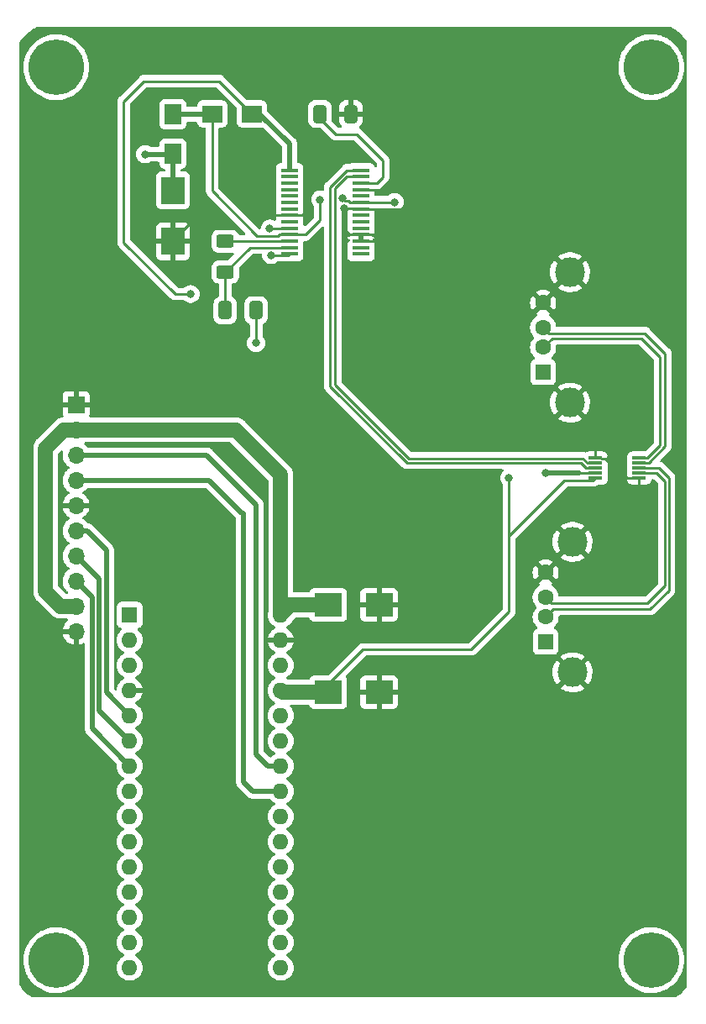
<source format=gbr>
%TF.GenerationSoftware,KiCad,Pcbnew,(6.0.4)*%
%TF.CreationDate,2023-07-24T13:42:22-04:00*%
%TF.ProjectId,BREAD_Slice,42524541-445f-4536-9c69-63652e6b6963,rev?*%
%TF.SameCoordinates,PX74eba40PY8552dc0*%
%TF.FileFunction,Copper,L2,Bot*%
%TF.FilePolarity,Positive*%
%FSLAX46Y46*%
G04 Gerber Fmt 4.6, Leading zero omitted, Abs format (unit mm)*
G04 Created by KiCad (PCBNEW (6.0.4)) date 2023-07-24 13:42:22*
%MOMM*%
%LPD*%
G01*
G04 APERTURE LIST*
G04 Aperture macros list*
%AMRoundRect*
0 Rectangle with rounded corners*
0 $1 Rounding radius*
0 $2 $3 $4 $5 $6 $7 $8 $9 X,Y pos of 4 corners*
0 Add a 4 corners polygon primitive as box body*
4,1,4,$2,$3,$4,$5,$6,$7,$8,$9,$2,$3,0*
0 Add four circle primitives for the rounded corners*
1,1,$1+$1,$2,$3*
1,1,$1+$1,$4,$5*
1,1,$1+$1,$6,$7*
1,1,$1+$1,$8,$9*
0 Add four rect primitives between the rounded corners*
20,1,$1+$1,$2,$3,$4,$5,0*
20,1,$1+$1,$4,$5,$6,$7,0*
20,1,$1+$1,$6,$7,$8,$9,0*
20,1,$1+$1,$8,$9,$2,$3,0*%
G04 Aperture macros list end*
%TA.AperFunction,ComponentPad*%
%ADD10C,5.600000*%
%TD*%
%TA.AperFunction,ComponentPad*%
%ADD11R,1.600000X1.600000*%
%TD*%
%TA.AperFunction,ComponentPad*%
%ADD12O,1.600000X1.600000*%
%TD*%
%TA.AperFunction,ComponentPad*%
%ADD13R,1.700000X1.700000*%
%TD*%
%TA.AperFunction,ComponentPad*%
%ADD14O,1.700000X1.700000*%
%TD*%
%TA.AperFunction,ComponentPad*%
%ADD15R,1.500000X1.600000*%
%TD*%
%TA.AperFunction,ComponentPad*%
%ADD16C,1.600000*%
%TD*%
%TA.AperFunction,ComponentPad*%
%ADD17C,3.000000*%
%TD*%
%TA.AperFunction,SMDPad,CuDef*%
%ADD18R,2.770000X2.350000*%
%TD*%
%TA.AperFunction,SMDPad,CuDef*%
%ADD19R,2.350000X2.770000*%
%TD*%
%TA.AperFunction,SMDPad,CuDef*%
%ADD20RoundRect,0.250000X0.412500X0.650000X-0.412500X0.650000X-0.412500X-0.650000X0.412500X-0.650000X0*%
%TD*%
%TA.AperFunction,SMDPad,CuDef*%
%ADD21R,1.700000X2.000000*%
%TD*%
%TA.AperFunction,SMDPad,CuDef*%
%ADD22R,2.000000X1.700000*%
%TD*%
%TA.AperFunction,SMDPad,CuDef*%
%ADD23R,1.400000X0.300000*%
%TD*%
%TA.AperFunction,SMDPad,CuDef*%
%ADD24R,1.750000X0.450000*%
%TD*%
%TA.AperFunction,SMDPad,CuDef*%
%ADD25RoundRect,0.250000X-0.625000X0.400000X-0.625000X-0.400000X0.625000X-0.400000X0.625000X0.400000X0*%
%TD*%
%TA.AperFunction,ViaPad*%
%ADD26C,0.800000*%
%TD*%
%TA.AperFunction,Conductor*%
%ADD27C,0.250000*%
%TD*%
%TA.AperFunction,Conductor*%
%ADD28C,1.500000*%
%TD*%
%TA.AperFunction,Conductor*%
%ADD29C,0.500000*%
%TD*%
G04 APERTURE END LIST*
D10*
%TO.P,H1,1*%
%TO.N,N/C*%
X5000000Y95000000D03*
%TD*%
%TO.P,H2,1*%
%TO.N,N/C*%
X65000000Y95000000D03*
%TD*%
%TO.P,H3,1*%
%TO.N,N/C*%
X5000000Y5000000D03*
%TD*%
%TO.P,H4,1*%
%TO.N,N/C*%
X65000000Y5000000D03*
%TD*%
D11*
%TO.P,A1,1,D1/TX*%
%TO.N,/TR*%
X12400000Y39800000D03*
D12*
%TO.P,A1,2,D0/RX*%
%TO.N,/RT*%
X12400000Y37260000D03*
%TO.P,A1,3,~{RESET}*%
%TO.N,unconnected-(A1-Pad3)*%
X12400000Y34720000D03*
%TO.P,A1,4,GND*%
%TO.N,GND*%
X12400000Y32180000D03*
%TO.P,A1,5,D2*%
%TO.N,/E_STOP*%
X12400000Y29640000D03*
%TO.P,A1,6,D3*%
%TO.N,/INT*%
X12400000Y27100000D03*
%TO.P,A1,7,D4*%
%TO.N,/SYNC*%
X12400000Y24560000D03*
%TO.P,A1,8,D5*%
%TO.N,unconnected-(A1-Pad8)*%
X12400000Y22020000D03*
%TO.P,A1,9,D6*%
%TO.N,unconnected-(A1-Pad9)*%
X12400000Y19480000D03*
%TO.P,A1,10,D7*%
%TO.N,/SEL*%
X12400000Y16940000D03*
%TO.P,A1,11,D8*%
%TO.N,/PWREN*%
X12400000Y14400000D03*
%TO.P,A1,12,D9*%
%TO.N,unconnected-(A1-Pad12)*%
X12400000Y11860000D03*
%TO.P,A1,13,D10*%
%TO.N,unconnected-(A1-Pad13)*%
X12400000Y9320000D03*
%TO.P,A1,14,D11*%
%TO.N,unconnected-(A1-Pad14)*%
X12400000Y6780000D03*
%TO.P,A1,15,D12*%
%TO.N,unconnected-(A1-Pad15)*%
X12400000Y4240000D03*
%TO.P,A1,16,D13*%
%TO.N,unconnected-(A1-Pad16)*%
X27640000Y4240000D03*
%TO.P,A1,17,3V3*%
%TO.N,unconnected-(A1-Pad17)*%
X27640000Y6780000D03*
%TO.P,A1,18,AREF*%
%TO.N,unconnected-(A1-Pad18)*%
X27640000Y9320000D03*
%TO.P,A1,19,A0*%
%TO.N,unconnected-(A1-Pad19)*%
X27640000Y11860000D03*
%TO.P,A1,20,A1*%
%TO.N,unconnected-(A1-Pad20)*%
X27640000Y14400000D03*
%TO.P,A1,21,A2*%
%TO.N,unconnected-(A1-Pad21)*%
X27640000Y16940000D03*
%TO.P,A1,22,A3*%
%TO.N,unconnected-(A1-Pad22)*%
X27640000Y19480000D03*
%TO.P,A1,23,A4*%
%TO.N,/I2C_DAT*%
X27640000Y22020000D03*
%TO.P,A1,24,A5*%
%TO.N,/I2C_CLK*%
X27640000Y24560000D03*
%TO.P,A1,25,A6*%
%TO.N,unconnected-(A1-Pad25)*%
X27640000Y27100000D03*
%TO.P,A1,26,A7*%
%TO.N,unconnected-(A1-Pad26)*%
X27640000Y29640000D03*
%TO.P,A1,27,+5V*%
%TO.N,+5V*%
X27640000Y32180000D03*
%TO.P,A1,28,~{RESET}*%
%TO.N,/RESET*%
X27640000Y34720000D03*
%TO.P,A1,29,GND*%
%TO.N,GND*%
X27640000Y37260000D03*
%TO.P,A1,30,VIN*%
%TO.N,+12V*%
X27640000Y39800000D03*
%TD*%
D13*
%TO.P,J1,1,Pin_1*%
%TO.N,GND*%
X7000000Y61000000D03*
D14*
%TO.P,J1,2,Pin_2*%
%TO.N,+12V*%
X7000000Y58460000D03*
%TO.P,J1,3,Pin_3*%
%TO.N,/I2C_CLK*%
X7000000Y55920000D03*
%TO.P,J1,4,Pin_4*%
%TO.N,/I2C_DAT*%
X7000000Y53380000D03*
%TO.P,J1,5,Pin_5*%
%TO.N,GND*%
X7000000Y50840000D03*
%TO.P,J1,6,Pin_6*%
%TO.N,/E_STOP*%
X7000000Y48300000D03*
%TO.P,J1,7,Pin_7*%
%TO.N,/INT*%
X7000000Y45760000D03*
%TO.P,J1,8,Pin_8*%
%TO.N,/SYNC*%
X7000000Y43220000D03*
%TO.P,J1,9,Pin_9*%
%TO.N,+12V*%
X7000000Y40680000D03*
%TO.P,J1,10,Pin_10*%
%TO.N,GND*%
X7000000Y38140000D03*
%TD*%
D15*
%TO.P,J3,1,VBUS*%
%TO.N,Net-(C3-Pad1)*%
X54356000Y37084000D03*
D16*
%TO.P,J3,2,D-*%
%TO.N,Net-(J3-Pad2)*%
X54356000Y39584000D03*
%TO.P,J3,3,D+*%
%TO.N,Net-(J3-Pad3)*%
X54356000Y41584000D03*
%TO.P,J3,4,GND*%
%TO.N,GND*%
X54356000Y44084000D03*
D17*
%TO.P,J3,5,Shield*%
X57066000Y34014000D03*
X57066000Y47154000D03*
%TD*%
D15*
%TO.P,J2,1,VBUS*%
%TO.N,Net-(C3-Pad1)*%
X54102000Y64262000D03*
D16*
%TO.P,J2,2,D-*%
%TO.N,Net-(J2-Pad2)*%
X54102000Y66762000D03*
%TO.P,J2,3,D+*%
%TO.N,Net-(J2-Pad3)*%
X54102000Y68762000D03*
%TO.P,J2,4,GND*%
%TO.N,GND*%
X54102000Y71262000D03*
D17*
%TO.P,J2,5,Shield*%
X56812000Y61192000D03*
X56812000Y74332000D03*
%TD*%
D18*
%TO.P,C2,1*%
%TO.N,+5V*%
X32430000Y32000000D03*
%TO.P,C2,2*%
%TO.N,GND*%
X37570000Y32000000D03*
%TD*%
%TO.P,C1,1*%
%TO.N,+12V*%
X32430000Y40800000D03*
%TO.P,C1,2*%
%TO.N,GND*%
X37570000Y40800000D03*
%TD*%
D19*
%TO.P,C3,1*%
%TO.N,Net-(C3-Pad1)*%
X16764000Y82580000D03*
%TO.P,C3,2*%
%TO.N,GND*%
X16764000Y77440000D03*
%TD*%
D20*
%TO.P,C4,1*%
%TO.N,GND*%
X34709500Y90297000D03*
%TO.P,C4,2*%
%TO.N,Net-(C4-Pad2)*%
X31584500Y90297000D03*
%TD*%
D21*
%TO.P,FB1,1*%
%TO.N,+5V*%
X16764000Y90265000D03*
%TO.P,FB1,2*%
%TO.N,Net-(C3-Pad1)*%
X16764000Y86265000D03*
%TD*%
D22*
%TO.P,R1,1*%
%TO.N,+5V*%
X20733000Y90297000D03*
%TO.P,R1,2*%
%TO.N,/PWREN*%
X24733000Y90297000D03*
%TD*%
D23*
%TO.P,U1,1,VCC*%
%TO.N,+5V*%
X59395000Y53610000D03*
%TO.P,U1,2,SEL*%
%TO.N,/SEL*%
X59395000Y54110000D03*
%TO.P,U1,3,D+*%
%TO.N,/D+*%
X59395000Y54610000D03*
%TO.P,U1,4,D-*%
%TO.N,/D-*%
X59395000Y55110000D03*
%TO.P,U1,5,GND*%
%TO.N,GND*%
X59395000Y55610000D03*
%TO.P,U1,6,HSD1-*%
%TO.N,Net-(J2-Pad2)*%
X63795000Y55610000D03*
%TO.P,U1,7,HSD1+*%
%TO.N,Net-(J2-Pad3)*%
X63795000Y55110000D03*
%TO.P,U1,8,HSD2-*%
%TO.N,Net-(J3-Pad2)*%
X63795000Y54610000D03*
%TO.P,U1,9,HSD2+*%
%TO.N,Net-(J3-Pad3)*%
X63795000Y54110000D03*
%TO.P,U1,10,~{OE}*%
%TO.N,GND*%
X63795000Y53610000D03*
%TD*%
D24*
%TO.P,U2,1,TXD*%
%TO.N,/TR*%
X28531000Y76166000D03*
%TO.P,U2,2,DTR*%
%TO.N,Net-(U2-Pad2)*%
X28531000Y76816000D03*
%TO.P,U2,3,RTS*%
%TO.N,Net-(U2-Pad3)*%
X28531000Y77466000D03*
%TO.P,U2,4,VCCIO*%
%TO.N,+5V*%
X28531000Y78116000D03*
%TO.P,U2,5,RXD*%
%TO.N,/RT*%
X28531000Y78766000D03*
%TO.P,U2,6,RI*%
%TO.N,unconnected-(U2-Pad6)*%
X28531000Y79416000D03*
%TO.P,U2,7,GND*%
%TO.N,GND*%
X28531000Y80066000D03*
%TO.P,U2,8*%
%TO.N,N/C*%
X28531000Y80716000D03*
%TO.P,U2,9,DCR*%
%TO.N,unconnected-(U2-Pad9)*%
X28531000Y81366000D03*
%TO.P,U2,10,DCD*%
%TO.N,unconnected-(U2-Pad10)*%
X28531000Y82016000D03*
%TO.P,U2,11,CTS*%
%TO.N,unconnected-(U2-Pad11)*%
X28531000Y82666000D03*
%TO.P,U2,12,CBUS4*%
%TO.N,unconnected-(U2-Pad12)*%
X28531000Y83316000D03*
%TO.P,U2,13,CBUS2*%
%TO.N,unconnected-(U2-Pad13)*%
X28531000Y83966000D03*
%TO.P,U2,14,CBUS3*%
%TO.N,/PWREN*%
X28531000Y84616000D03*
%TO.P,U2,15,USBD+*%
%TO.N,/D+*%
X35731000Y84616000D03*
%TO.P,U2,16,USBD-*%
%TO.N,/D-*%
X35731000Y83966000D03*
%TO.P,U2,17,3V3OUT*%
%TO.N,Net-(C4-Pad2)*%
X35731000Y83316000D03*
%TO.P,U2,18,GND*%
%TO.N,GND*%
X35731000Y82666000D03*
%TO.P,U2,19,~{RESET}*%
%TO.N,unconnected-(U2-Pad19)*%
X35731000Y82016000D03*
%TO.P,U2,20,VCC*%
%TO.N,+5V*%
X35731000Y81366000D03*
%TO.P,U2,21,GND*%
%TO.N,GND*%
X35731000Y80716000D03*
%TO.P,U2,22,CBUS1*%
%TO.N,unconnected-(U2-Pad22)*%
X35731000Y80066000D03*
%TO.P,U2,23,CBUS0*%
%TO.N,unconnected-(U2-Pad23)*%
X35731000Y79416000D03*
%TO.P,U2,24*%
%TO.N,N/C*%
X35731000Y78766000D03*
%TO.P,U2,25,AGND*%
%TO.N,GND*%
X35731000Y78116000D03*
%TO.P,U2,26,TEST*%
X35731000Y77466000D03*
%TO.P,U2,27,OSCI*%
%TO.N,unconnected-(U2-Pad27)*%
X35731000Y76816000D03*
%TO.P,U2,28,OSCO*%
%TO.N,unconnected-(U2-Pad28)*%
X35731000Y76166000D03*
%TD*%
D20*
%TO.P,C5,1*%
%TO.N,/RESET*%
X25162500Y70500000D03*
%TO.P,C5,2*%
%TO.N,Net-(U2-Pad2)*%
X22037500Y70500000D03*
%TD*%
D25*
%TO.P,R2,1*%
%TO.N,Net-(U2-Pad3)*%
X22050000Y77450000D03*
%TO.P,R2,2*%
%TO.N,Net-(U2-Pad2)*%
X22050000Y74350000D03*
%TD*%
D26*
%TO.N,GND*%
X30480000Y80772000D03*
X34036000Y80772000D03*
X25146000Y80518000D03*
X19558000Y80391000D03*
%TO.N,+5V*%
X33894579Y81761952D03*
X31623000Y81661000D03*
X50673000Y53594000D03*
X39116000Y81407000D03*
%TO.N,/RT*%
X26543000Y78740000D03*
%TO.N,/TR*%
X26670000Y76073000D03*
%TO.N,/RESET*%
X25150000Y67200000D03*
%TO.N,/SEL*%
X54356000Y54102000D03*
%TO.N,/PWREN*%
X18542000Y72136000D03*
%TO.N,Net-(C3-Pad1)*%
X13970000Y86233000D03*
%TD*%
D27*
%TO.N,GND*%
X40767000Y82296000D02*
X40397000Y82666000D01*
X28531000Y80066000D02*
X29774000Y80066000D01*
X40041999Y80681999D02*
X40767000Y81407000D01*
X35731000Y80716000D02*
X36856000Y80716000D01*
X62341000Y53610000D02*
X63795000Y53610000D01*
X25146000Y80518000D02*
X25598000Y80066000D01*
X37080000Y77466000D02*
X37211000Y77597000D01*
X40767000Y81407000D02*
X40767000Y82296000D01*
X36856000Y80716000D02*
X36890001Y80681999D01*
X37211000Y77851000D02*
X36946000Y78116000D01*
X16764000Y77597000D02*
X19558000Y80391000D01*
X34036000Y80772000D02*
X35675000Y80772000D01*
X34606000Y78116000D02*
X35731000Y78116000D01*
X35731000Y77466000D02*
X37080000Y77466000D01*
X36890001Y80681999D02*
X40041999Y80681999D01*
X34036000Y80772000D02*
X34036000Y78686000D01*
X25598000Y80066000D02*
X28531000Y80066000D01*
X59395000Y55610000D02*
X59960000Y55610000D01*
X37211000Y77597000D02*
X37211000Y77851000D01*
X59984999Y55585001D02*
X60365999Y55585001D01*
X59960000Y55610000D02*
X59984999Y55585001D01*
X34036000Y78686000D02*
X34606000Y78116000D01*
X16764000Y77440000D02*
X16764000Y77597000D01*
X35675000Y80772000D02*
X35731000Y80716000D01*
X29774000Y80066000D02*
X30480000Y80772000D01*
X60365999Y55585001D02*
X62341000Y53610000D01*
X36946000Y78116000D02*
X35731000Y78116000D01*
X40397000Y82666000D02*
X35731000Y82666000D01*
%TO.N,+5V*%
X59125000Y53340000D02*
X59395000Y53610000D01*
X50673000Y47752000D02*
X56261000Y53340000D01*
X35941000Y36322000D02*
X46863000Y36322000D01*
D28*
X32430000Y32000000D02*
X27820000Y32000000D01*
D27*
X56261000Y53340000D02*
X59125000Y53340000D01*
X50673000Y47752000D02*
X50673000Y53594000D01*
X32430000Y32811000D02*
X35941000Y36322000D01*
X31623000Y79629000D02*
X31623000Y81661000D01*
X27357998Y77978000D02*
X27495998Y78116000D01*
X25273000Y77978000D02*
X27357998Y77978000D01*
D29*
X16764000Y90265000D02*
X20701000Y90265000D01*
D28*
X27820000Y32000000D02*
X27640000Y32180000D01*
D27*
X32430000Y32000000D02*
X32430000Y32811000D01*
X28531000Y78116000D02*
X30110000Y78116000D01*
X33894579Y81761952D02*
X34159530Y81497001D01*
X34606000Y81366000D02*
X35731000Y81366000D01*
X39116000Y81407000D02*
X35772000Y81407000D01*
X20733000Y90297000D02*
X20733000Y82518000D01*
X34474999Y81497001D02*
X34606000Y81366000D01*
X30110000Y78116000D02*
X31623000Y79629000D01*
X27495998Y78116000D02*
X28531000Y78116000D01*
X50673000Y40132000D02*
X50673000Y47752000D01*
X46863000Y36322000D02*
X50673000Y40132000D01*
X34159530Y81497001D02*
X34474999Y81497001D01*
X20733000Y82518000D02*
X25273000Y77978000D01*
X35772000Y81407000D02*
X35731000Y81366000D01*
D29*
X20701000Y90265000D02*
X20733000Y90297000D01*
%TO.N,/I2C_CLK*%
X25146000Y25781000D02*
X25146000Y50927000D01*
X25146000Y50927000D02*
X20153000Y55920000D01*
X27640000Y24560000D02*
X26367000Y24560000D01*
X26367000Y24560000D02*
X25146000Y25781000D01*
X20153000Y55920000D02*
X7000000Y55920000D01*
%TO.N,/I2C_DAT*%
X27640000Y22020000D02*
X24843000Y22020000D01*
X23749000Y50038000D02*
X20407000Y53380000D01*
X24843000Y22020000D02*
X23876000Y22987000D01*
X23876000Y22987000D02*
X23876000Y50038000D01*
X20407000Y53380000D02*
X7000000Y53380000D01*
X23876000Y50038000D02*
X23749000Y50038000D01*
%TO.N,/SYNC*%
X8636000Y28324000D02*
X8636000Y41584000D01*
X12400000Y24560000D02*
X8636000Y28324000D01*
X8636000Y41584000D02*
X7000000Y43220000D01*
%TO.N,/E_STOP*%
X12400000Y29640000D02*
X10050000Y31990000D01*
X8088000Y48300000D02*
X7000000Y48300000D01*
X10050000Y46338000D02*
X8088000Y48300000D01*
X10050000Y31990000D02*
X10050000Y46338000D01*
D28*
%TO.N,+12V*%
X7000000Y58460000D02*
X23074000Y58460000D01*
X28640000Y40800000D02*
X27640000Y39800000D01*
X5797919Y58460000D02*
X7000000Y58460000D01*
X27640000Y53894000D02*
X27640000Y39800000D01*
X3937000Y42164000D02*
X3937000Y56599081D01*
X32430000Y40800000D02*
X28640000Y40800000D01*
X3937000Y56599081D02*
X5797919Y58460000D01*
X23074000Y58460000D02*
X27640000Y53894000D01*
X5421000Y40680000D02*
X3937000Y42164000D01*
X7000000Y40680000D02*
X5421000Y40680000D01*
D29*
%TO.N,/INT*%
X12400000Y27100000D02*
X9335520Y30164480D01*
X9335520Y30164480D02*
X9335520Y43424480D01*
X9335520Y43424480D02*
X7000000Y45760000D01*
D27*
%TO.N,/RT*%
X26543000Y78740000D02*
X28505000Y78740000D01*
X28505000Y78740000D02*
X28531000Y78766000D01*
%TO.N,/TR*%
X28438000Y76073000D02*
X28531000Y76166000D01*
X26670000Y76073000D02*
X28438000Y76073000D01*
%TO.N,/RESET*%
X25162500Y70500000D02*
X25162500Y67212500D01*
X25162500Y67212500D02*
X25150000Y67200000D01*
%TO.N,/SEL*%
X59387000Y54102000D02*
X59395000Y54110000D01*
X57785000Y54102000D02*
X59387000Y54102000D01*
D29*
X54356000Y54102000D02*
X57785000Y54102000D01*
D27*
%TO.N,Net-(C4-Pad2)*%
X33179000Y88265000D02*
X31147000Y90297000D01*
X37342000Y83316000D02*
X37973000Y83947000D01*
X37973000Y85598000D02*
X35306000Y88265000D01*
X35731000Y83316000D02*
X37342000Y83316000D01*
X35306000Y88265000D02*
X33179000Y88265000D01*
X37973000Y83947000D02*
X37973000Y85598000D01*
%TO.N,Net-(J2-Pad3)*%
X66421000Y56786000D02*
X66421000Y66167000D01*
X54665000Y68199000D02*
X54102000Y68762000D01*
X63795000Y55110000D02*
X64745000Y55110000D01*
X64389000Y68199000D02*
X66421000Y66167000D01*
X64745000Y55110000D02*
X66421000Y56786000D01*
X64389000Y68199000D02*
X54665000Y68199000D01*
%TO.N,Net-(J2-Pad2)*%
X55031000Y67691000D02*
X54102000Y66762000D01*
X63795000Y55610000D02*
X64608590Y55610000D01*
X65913000Y65786000D02*
X64008000Y67691000D01*
X64008000Y67691000D02*
X55031000Y67691000D01*
X64608590Y55610000D02*
X65913000Y56914410D01*
X65913000Y56914410D02*
X65913000Y65786000D01*
%TO.N,Net-(J3-Pad3)*%
X66351990Y53282010D02*
X66351990Y42729990D01*
X65524000Y54110000D02*
X66351990Y53282010D01*
X64643000Y41021000D02*
X54919000Y41021000D01*
X63795000Y54110000D02*
X65524000Y54110000D01*
X66351990Y42729990D02*
X64643000Y41021000D01*
X54919000Y41021000D02*
X54356000Y41584000D01*
%TO.N,Net-(J3-Pad2)*%
X66802000Y42291000D02*
X64897000Y40386000D01*
X63795000Y54610000D02*
X65786000Y54610000D01*
X64897000Y40386000D02*
X55158000Y40386000D01*
X65786000Y54610000D02*
X66802000Y53594000D01*
X55158000Y40386000D02*
X54356000Y39584000D01*
X66802000Y53594000D02*
X66802000Y42291000D01*
%TO.N,/D-*%
X59190000Y55110000D02*
X59165001Y55134999D01*
X33147000Y82802590D02*
X34310410Y83966000D01*
X59395000Y55110000D02*
X59190000Y55110000D01*
X58123400Y55568010D02*
X40572400Y55568010D01*
X58556411Y55134999D02*
X58123400Y55568010D01*
X40572400Y55568010D02*
X33147000Y62993410D01*
X59165001Y55134999D02*
X58556411Y55134999D01*
X34310410Y83966000D02*
X35731000Y83966000D01*
X33147000Y62993410D02*
X33147000Y82802590D01*
%TO.N,/D+*%
X40386000Y55118000D02*
X32639000Y62865000D01*
X32639000Y62865000D02*
X32639000Y82931000D01*
X59395000Y54610000D02*
X58445000Y54610000D01*
X58445000Y54610000D02*
X57937000Y55118000D01*
X57937000Y55118000D02*
X40386000Y55118000D01*
X34324000Y84616000D02*
X35731000Y84616000D01*
X32639000Y82931000D02*
X34324000Y84616000D01*
%TO.N,Net-(U2-Pad3)*%
X22066000Y77466000D02*
X22050000Y77450000D01*
X28531000Y77466000D02*
X22066000Y77466000D01*
%TO.N,unconnected-(U2-Pad11)*%
X28520000Y82677000D02*
X28531000Y82666000D01*
%TO.N,Net-(U2-Pad2)*%
X22050000Y70512500D02*
X22037500Y70500000D01*
X22050000Y74350000D02*
X22050000Y70512500D01*
X28531000Y76816000D02*
X24516000Y76816000D01*
X24516000Y76816000D02*
X22050000Y74350000D01*
%TO.N,/PWREN*%
X18542000Y72136000D02*
X17018000Y72136000D01*
X13843000Y93599000D02*
X21431000Y93599000D01*
X21431000Y93599000D02*
X24733000Y90297000D01*
D29*
X28531000Y87293000D02*
X28531000Y84641001D01*
X24733000Y90297000D02*
X25527000Y90297000D01*
D27*
X17018000Y72136000D02*
X11811000Y77343000D01*
X11811000Y77343000D02*
X11811000Y91567000D01*
X11811000Y91567000D02*
X13843000Y93599000D01*
D29*
X25527000Y90297000D02*
X28531000Y87293000D01*
%TO.N,Net-(C3-Pad1)*%
X16764000Y82580000D02*
X16764000Y86265000D01*
X13970000Y86233000D02*
X16732000Y86233000D01*
X16732000Y86233000D02*
X16764000Y86265000D01*
%TD*%
%TA.AperFunction,Conductor*%
%TO.N,GND*%
G36*
X66946057Y99045763D02*
G01*
X67240867Y98892295D01*
X67250387Y98886799D01*
X67571574Y98682180D01*
X67580578Y98675876D01*
X67882716Y98444038D01*
X67891137Y98436972D01*
X68171914Y98179686D01*
X68179686Y98171914D01*
X68262295Y98081763D01*
X68436980Y97891129D01*
X68444032Y97882725D01*
X68546907Y97748654D01*
X68553963Y97739459D01*
X68579563Y97673238D01*
X68580000Y97662755D01*
X68580000Y2337245D01*
X68559998Y2269124D01*
X68553963Y2260542D01*
X68444032Y2117275D01*
X68436980Y2108871D01*
X68323069Y1984560D01*
X68179686Y1828086D01*
X68171914Y1820314D01*
X67891137Y1563028D01*
X67882716Y1555962D01*
X67580578Y1324124D01*
X67571582Y1317825D01*
X67527485Y1289732D01*
X67459787Y1270000D01*
X2540213Y1270000D01*
X2472515Y1289732D01*
X2428418Y1317825D01*
X2419422Y1324124D01*
X2117284Y1555962D01*
X2108863Y1563028D01*
X1828086Y1820314D01*
X1820314Y1828086D01*
X1563028Y2108863D01*
X1555962Y2117284D01*
X1324124Y2419422D01*
X1317820Y2428425D01*
X1289732Y2472515D01*
X1270000Y2540213D01*
X1270000Y5011566D01*
X1686661Y5011566D01*
X1704792Y4653660D01*
X1705329Y4650305D01*
X1705330Y4650299D01*
X1744582Y4405243D01*
X1761470Y4299805D01*
X1856033Y3954141D01*
X1987374Y3620712D01*
X2007041Y3583251D01*
X2103140Y3400211D01*
X2153957Y3303418D01*
X2155858Y3300589D01*
X2155864Y3300579D01*
X2290547Y3100151D01*
X2353834Y3005971D01*
X2584665Y2731850D01*
X2843751Y2484262D01*
X3128061Y2266103D01*
X3160056Y2246650D01*
X3431355Y2081697D01*
X3431360Y2081694D01*
X3434270Y2079925D01*
X3437358Y2078479D01*
X3437357Y2078479D01*
X3755710Y1929351D01*
X3755720Y1929347D01*
X3758794Y1927907D01*
X3762012Y1926805D01*
X3762015Y1926804D01*
X4094615Y1812929D01*
X4094623Y1812927D01*
X4097838Y1811826D01*
X4447435Y1733041D01*
X4499728Y1727083D01*
X4800114Y1692858D01*
X4800122Y1692858D01*
X4803497Y1692473D01*
X4806901Y1692455D01*
X4806904Y1692455D01*
X5001227Y1691438D01*
X5161857Y1690597D01*
X5165243Y1690947D01*
X5165245Y1690947D01*
X5514932Y1727083D01*
X5514941Y1727084D01*
X5518324Y1727434D01*
X5521657Y1728148D01*
X5521660Y1728149D01*
X5694186Y1765136D01*
X5868727Y1802554D01*
X6208968Y1915078D01*
X6535066Y2063689D01*
X6629052Y2119494D01*
X6840262Y2244901D01*
X6840267Y2244904D01*
X6843207Y2246650D01*
X7129786Y2461820D01*
X7391451Y2706681D01*
X7625140Y2978370D01*
X7731750Y3133488D01*
X7826190Y3270899D01*
X7826195Y3270906D01*
X7828120Y3273708D01*
X7829732Y3276702D01*
X7829737Y3276710D01*
X7996395Y3586228D01*
X7998017Y3589240D01*
X8132842Y3921276D01*
X8143142Y3957432D01*
X8222074Y4234525D01*
X8231020Y4265930D01*
X8264639Y4462607D01*
X8290829Y4615825D01*
X8290829Y4615827D01*
X8291401Y4619172D01*
X8293511Y4653660D01*
X8313168Y4975072D01*
X8313278Y4976869D01*
X8313359Y5000000D01*
X8293979Y5357841D01*
X8236066Y5711495D01*
X8140297Y6056827D01*
X8137243Y6064503D01*
X8009052Y6386631D01*
X8007793Y6389795D01*
X7921956Y6551913D01*
X7841702Y6703487D01*
X7841698Y6703494D01*
X7840103Y6706506D01*
X7639190Y7003254D01*
X7635092Y7008087D01*
X7543506Y7116081D01*
X7407403Y7276568D01*
X7147454Y7523250D01*
X6862384Y7740415D01*
X6859472Y7742172D01*
X6859467Y7742175D01*
X6558443Y7923764D01*
X6558437Y7923767D01*
X6555528Y7925522D01*
X6230475Y8076407D01*
X6060752Y8133855D01*
X5894255Y8190211D01*
X5894250Y8190212D01*
X5891028Y8191303D01*
X5692681Y8235276D01*
X5544493Y8268129D01*
X5544487Y8268130D01*
X5541158Y8268868D01*
X5537769Y8269242D01*
X5537764Y8269243D01*
X5188338Y8307820D01*
X5188333Y8307820D01*
X5184957Y8308193D01*
X5181558Y8308199D01*
X5181557Y8308199D01*
X5012080Y8308495D01*
X4826592Y8308818D01*
X4713413Y8296723D01*
X4473639Y8271099D01*
X4473631Y8271098D01*
X4470256Y8270737D01*
X4120117Y8194394D01*
X3780271Y8080683D01*
X3777178Y8079261D01*
X3777177Y8079260D01*
X3595090Y7995509D01*
X3454694Y7930934D01*
X3451760Y7929178D01*
X3451758Y7929177D01*
X3206346Y7782301D01*
X3147193Y7746899D01*
X3144467Y7744837D01*
X3144465Y7744836D01*
X2979124Y7619789D01*
X2861367Y7530730D01*
X2600559Y7284957D01*
X2367819Y7012454D01*
X2365900Y7009642D01*
X2365897Y7009637D01*
X2272624Y6872903D01*
X2165871Y6716409D01*
X1997077Y6400286D01*
X1863411Y6067782D01*
X1862491Y6064508D01*
X1862489Y6064503D01*
X1779889Y5770643D01*
X1766437Y5722787D01*
X1765875Y5719430D01*
X1765875Y5719429D01*
X1708132Y5374366D01*
X1707290Y5369337D01*
X1686661Y5011566D01*
X1270000Y5011566D01*
X1270000Y37872034D01*
X5668257Y37872034D01*
X5698565Y37737554D01*
X5701645Y37727725D01*
X5781770Y37530397D01*
X5786413Y37521206D01*
X5897694Y37339612D01*
X5903777Y37331301D01*
X6043213Y37170333D01*
X6050580Y37163117D01*
X6214434Y37027084D01*
X6222881Y37021169D01*
X6406756Y36913721D01*
X6416042Y36909271D01*
X6615001Y36833297D01*
X6624899Y36830421D01*
X6728250Y36809394D01*
X6742299Y36810590D01*
X6746000Y36820935D01*
X6746000Y37867885D01*
X6741525Y37883124D01*
X6740135Y37884329D01*
X6732452Y37886000D01*
X5683225Y37886000D01*
X5669694Y37882027D01*
X5668257Y37872034D01*
X1270000Y37872034D01*
X1270000Y42216914D01*
X2674521Y42216914D01*
X2677137Y42161444D01*
X2678360Y42135512D01*
X2678500Y42129576D01*
X2678500Y42107001D01*
X2680819Y42081012D01*
X2681178Y42075752D01*
X2685104Y41992512D01*
X2686354Y41987053D01*
X2686355Y41987048D01*
X2689108Y41975030D01*
X2691789Y41958101D01*
X2693383Y41940238D01*
X2694865Y41934822D01*
X2694865Y41934820D01*
X2715370Y41859867D01*
X2716656Y41854749D01*
X2735258Y41773530D01*
X2737460Y41768368D01*
X2742294Y41757033D01*
X2747927Y41740858D01*
X2752663Y41723549D01*
X2755079Y41718484D01*
X2788539Y41648333D01*
X2790710Y41643524D01*
X2823397Y41566891D01*
X2833251Y41551890D01*
X2841654Y41536975D01*
X2849378Y41520782D01*
X2852648Y41516231D01*
X2852650Y41516228D01*
X2897999Y41453119D01*
X2900989Y41448768D01*
X2944196Y41382990D01*
X2944202Y41382982D01*
X2946735Y41379126D01*
X2965257Y41358338D01*
X2973490Y41348061D01*
X2980471Y41338346D01*
X2984498Y41334444D01*
X3057255Y41263937D01*
X3058665Y41262548D01*
X4466472Y39854741D01*
X4477340Y39842349D01*
X4487462Y39829157D01*
X4487469Y39829149D01*
X4490877Y39824708D01*
X4533428Y39785990D01*
X4551185Y39769832D01*
X4555480Y39765733D01*
X4571411Y39749802D01*
X4591427Y39733066D01*
X4595376Y39729621D01*
X4652879Y39677297D01*
X4652883Y39677294D01*
X4657036Y39673515D01*
X4661791Y39670532D01*
X4661794Y39670530D01*
X4672224Y39663988D01*
X4686097Y39653909D01*
X4695545Y39646008D01*
X4695552Y39646003D01*
X4699854Y39642406D01*
X4746991Y39615520D01*
X4772240Y39601118D01*
X4776759Y39598413D01*
X4791008Y39589475D01*
X4842596Y39557114D01*
X4842599Y39557112D01*
X4847344Y39554136D01*
X4852549Y39552043D01*
X4852552Y39552042D01*
X4863979Y39547448D01*
X4879411Y39539988D01*
X4890119Y39533880D01*
X4890128Y39533876D01*
X4894993Y39531101D01*
X4900270Y39529232D01*
X4900275Y39529230D01*
X4973542Y39503285D01*
X4978478Y39501420D01*
X5055783Y39470344D01*
X5061270Y39469208D01*
X5061272Y39469207D01*
X5073349Y39466706D01*
X5089844Y39462101D01*
X5106759Y39456111D01*
X5189010Y39442641D01*
X5194180Y39441683D01*
X5275767Y39424787D01*
X5280379Y39424521D01*
X5280380Y39424521D01*
X5303548Y39423185D01*
X5316653Y39421738D01*
X5322910Y39420714D01*
X5322914Y39420714D01*
X5328457Y39419806D01*
X5334070Y39419894D01*
X5334072Y39419894D01*
X5435264Y39421484D01*
X5437243Y39421500D01*
X6067259Y39421500D01*
X6135380Y39401498D01*
X6181873Y39347842D01*
X6191977Y39277568D01*
X6162483Y39212988D01*
X6142912Y39194740D01*
X6099433Y39162095D01*
X6091726Y39155252D01*
X5944590Y39001283D01*
X5938104Y38993273D01*
X5818098Y38817351D01*
X5813000Y38808377D01*
X5723338Y38615217D01*
X5719775Y38605530D01*
X5664389Y38405817D01*
X5665912Y38397393D01*
X5678292Y38394000D01*
X7128000Y38394000D01*
X7196121Y38373998D01*
X7242614Y38320342D01*
X7254000Y38268000D01*
X7254000Y36821483D01*
X7258064Y36807641D01*
X7271478Y36805607D01*
X7278184Y36806466D01*
X7288262Y36808608D01*
X7492255Y36869809D01*
X7501842Y36873567D01*
X7696067Y36968717D01*
X7766041Y36980724D01*
X7831399Y36952994D01*
X7871389Y36894331D01*
X7877500Y36855566D01*
X7877500Y28391070D01*
X7876067Y28372120D01*
X7875593Y28369001D01*
X7872801Y28350651D01*
X7873394Y28343359D01*
X7873394Y28343356D01*
X7877085Y28297982D01*
X7877500Y28287767D01*
X7877500Y28279707D01*
X7877925Y28276063D01*
X7880789Y28251493D01*
X7881222Y28247118D01*
X7882003Y28237523D01*
X7887140Y28174363D01*
X7889396Y28167399D01*
X7890587Y28161440D01*
X7891971Y28155585D01*
X7892818Y28148319D01*
X7917735Y28079673D01*
X7919152Y28075545D01*
X7941649Y28006101D01*
X7945445Y27999846D01*
X7947951Y27994372D01*
X7950670Y27988942D01*
X7953167Y27982063D01*
X7957180Y27975943D01*
X7957180Y27975942D01*
X7993186Y27921024D01*
X7995523Y27917320D01*
X8033405Y27854893D01*
X8037121Y27850685D01*
X8037122Y27850684D01*
X8040803Y27846516D01*
X8040776Y27846492D01*
X8043429Y27843500D01*
X8046132Y27840267D01*
X8050144Y27834148D01*
X8055456Y27829116D01*
X8106383Y27780872D01*
X8108825Y27778494D01*
X11064329Y24822990D01*
X11098355Y24760678D01*
X11100755Y24722913D01*
X11086502Y24560000D01*
X11106457Y24331913D01*
X11165716Y24110757D01*
X11168039Y24105776D01*
X11168039Y24105775D01*
X11260151Y23908238D01*
X11260154Y23908233D01*
X11262477Y23903251D01*
X11393802Y23715700D01*
X11555700Y23553802D01*
X11560208Y23550645D01*
X11560211Y23550643D01*
X11638389Y23495902D01*
X11743251Y23422477D01*
X11748233Y23420154D01*
X11748238Y23420151D01*
X11782457Y23404195D01*
X11835742Y23357278D01*
X11855203Y23289001D01*
X11834661Y23221041D01*
X11782457Y23175805D01*
X11748238Y23159849D01*
X11748233Y23159846D01*
X11743251Y23157523D01*
X11638389Y23084098D01*
X11560211Y23029357D01*
X11560208Y23029355D01*
X11555700Y23026198D01*
X11393802Y22864300D01*
X11390645Y22859792D01*
X11390643Y22859789D01*
X11359565Y22815405D01*
X11262477Y22676749D01*
X11260154Y22671767D01*
X11260151Y22671762D01*
X11186439Y22513684D01*
X11165716Y22469243D01*
X11164294Y22463935D01*
X11164293Y22463933D01*
X11107881Y22253402D01*
X11106457Y22248087D01*
X11086502Y22020000D01*
X11106457Y21791913D01*
X11165716Y21570757D01*
X11168039Y21565776D01*
X11168039Y21565775D01*
X11260151Y21368238D01*
X11260154Y21368233D01*
X11262477Y21363251D01*
X11393802Y21175700D01*
X11555700Y21013802D01*
X11560208Y21010645D01*
X11560211Y21010643D01*
X11638389Y20955902D01*
X11743251Y20882477D01*
X11748233Y20880154D01*
X11748238Y20880151D01*
X11782457Y20864195D01*
X11835742Y20817278D01*
X11855203Y20749001D01*
X11834661Y20681041D01*
X11782457Y20635805D01*
X11748238Y20619849D01*
X11748233Y20619846D01*
X11743251Y20617523D01*
X11638389Y20544098D01*
X11560211Y20489357D01*
X11560208Y20489355D01*
X11555700Y20486198D01*
X11393802Y20324300D01*
X11262477Y20136749D01*
X11260154Y20131767D01*
X11260151Y20131762D01*
X11168039Y19934225D01*
X11165716Y19929243D01*
X11106457Y19708087D01*
X11086502Y19480000D01*
X11106457Y19251913D01*
X11165716Y19030757D01*
X11168039Y19025776D01*
X11168039Y19025775D01*
X11260151Y18828238D01*
X11260154Y18828233D01*
X11262477Y18823251D01*
X11393802Y18635700D01*
X11555700Y18473802D01*
X11560208Y18470645D01*
X11560211Y18470643D01*
X11638389Y18415902D01*
X11743251Y18342477D01*
X11748233Y18340154D01*
X11748238Y18340151D01*
X11782457Y18324195D01*
X11835742Y18277278D01*
X11855203Y18209001D01*
X11834661Y18141041D01*
X11782457Y18095805D01*
X11748238Y18079849D01*
X11748233Y18079846D01*
X11743251Y18077523D01*
X11638389Y18004098D01*
X11560211Y17949357D01*
X11560208Y17949355D01*
X11555700Y17946198D01*
X11393802Y17784300D01*
X11262477Y17596749D01*
X11260154Y17591767D01*
X11260151Y17591762D01*
X11168039Y17394225D01*
X11165716Y17389243D01*
X11106457Y17168087D01*
X11086502Y16940000D01*
X11106457Y16711913D01*
X11165716Y16490757D01*
X11168039Y16485776D01*
X11168039Y16485775D01*
X11260151Y16288238D01*
X11260154Y16288233D01*
X11262477Y16283251D01*
X11393802Y16095700D01*
X11555700Y15933802D01*
X11560208Y15930645D01*
X11560211Y15930643D01*
X11638389Y15875902D01*
X11743251Y15802477D01*
X11748233Y15800154D01*
X11748238Y15800151D01*
X11782457Y15784195D01*
X11835742Y15737278D01*
X11855203Y15669001D01*
X11834661Y15601041D01*
X11782457Y15555805D01*
X11748238Y15539849D01*
X11748233Y15539846D01*
X11743251Y15537523D01*
X11638389Y15464098D01*
X11560211Y15409357D01*
X11560208Y15409355D01*
X11555700Y15406198D01*
X11393802Y15244300D01*
X11262477Y15056749D01*
X11260154Y15051767D01*
X11260151Y15051762D01*
X11168039Y14854225D01*
X11165716Y14849243D01*
X11106457Y14628087D01*
X11086502Y14400000D01*
X11106457Y14171913D01*
X11165716Y13950757D01*
X11168039Y13945776D01*
X11168039Y13945775D01*
X11260151Y13748238D01*
X11260154Y13748233D01*
X11262477Y13743251D01*
X11393802Y13555700D01*
X11555700Y13393802D01*
X11560208Y13390645D01*
X11560211Y13390643D01*
X11638389Y13335902D01*
X11743251Y13262477D01*
X11748233Y13260154D01*
X11748238Y13260151D01*
X11782457Y13244195D01*
X11835742Y13197278D01*
X11855203Y13129001D01*
X11834661Y13061041D01*
X11782457Y13015805D01*
X11748238Y12999849D01*
X11748233Y12999846D01*
X11743251Y12997523D01*
X11638389Y12924098D01*
X11560211Y12869357D01*
X11560208Y12869355D01*
X11555700Y12866198D01*
X11393802Y12704300D01*
X11262477Y12516749D01*
X11260154Y12511767D01*
X11260151Y12511762D01*
X11168039Y12314225D01*
X11165716Y12309243D01*
X11106457Y12088087D01*
X11086502Y11860000D01*
X11106457Y11631913D01*
X11165716Y11410757D01*
X11168039Y11405776D01*
X11168039Y11405775D01*
X11260151Y11208238D01*
X11260154Y11208233D01*
X11262477Y11203251D01*
X11393802Y11015700D01*
X11555700Y10853802D01*
X11560208Y10850645D01*
X11560211Y10850643D01*
X11638389Y10795902D01*
X11743251Y10722477D01*
X11748233Y10720154D01*
X11748238Y10720151D01*
X11782457Y10704195D01*
X11835742Y10657278D01*
X11855203Y10589001D01*
X11834661Y10521041D01*
X11782457Y10475805D01*
X11748238Y10459849D01*
X11748233Y10459846D01*
X11743251Y10457523D01*
X11638389Y10384098D01*
X11560211Y10329357D01*
X11560208Y10329355D01*
X11555700Y10326198D01*
X11393802Y10164300D01*
X11262477Y9976749D01*
X11260154Y9971767D01*
X11260151Y9971762D01*
X11168039Y9774225D01*
X11165716Y9769243D01*
X11106457Y9548087D01*
X11086502Y9320000D01*
X11106457Y9091913D01*
X11165716Y8870757D01*
X11168039Y8865776D01*
X11168039Y8865775D01*
X11260151Y8668238D01*
X11260154Y8668233D01*
X11262477Y8663251D01*
X11393802Y8475700D01*
X11555700Y8313802D01*
X11560208Y8310645D01*
X11560211Y8310643D01*
X11563710Y8308193D01*
X11743251Y8182477D01*
X11748233Y8180154D01*
X11748238Y8180151D01*
X11782457Y8164195D01*
X11835742Y8117278D01*
X11855203Y8049001D01*
X11834661Y7981041D01*
X11782457Y7935805D01*
X11748238Y7919849D01*
X11748233Y7919846D01*
X11743251Y7917523D01*
X11638389Y7844098D01*
X11560211Y7789357D01*
X11560208Y7789355D01*
X11555700Y7786198D01*
X11393802Y7624300D01*
X11262477Y7436749D01*
X11260154Y7431767D01*
X11260151Y7431762D01*
X11190487Y7282365D01*
X11165716Y7229243D01*
X11164294Y7223935D01*
X11164293Y7223933D01*
X11107881Y7013402D01*
X11106457Y7008087D01*
X11086502Y6780000D01*
X11106457Y6551913D01*
X11107881Y6546600D01*
X11107881Y6546598D01*
X11149089Y6392811D01*
X11165716Y6330757D01*
X11168039Y6325776D01*
X11168039Y6325775D01*
X11260151Y6128238D01*
X11260154Y6128233D01*
X11262477Y6123251D01*
X11393802Y5935700D01*
X11555700Y5773802D01*
X11560208Y5770645D01*
X11560211Y5770643D01*
X11623875Y5726065D01*
X11743251Y5642477D01*
X11748233Y5640154D01*
X11748238Y5640151D01*
X11782457Y5624195D01*
X11835742Y5577278D01*
X11855203Y5509001D01*
X11834661Y5441041D01*
X11782457Y5395805D01*
X11748238Y5379849D01*
X11748233Y5379846D01*
X11743251Y5377523D01*
X11710284Y5354439D01*
X11560211Y5249357D01*
X11560208Y5249355D01*
X11555700Y5246198D01*
X11393802Y5084300D01*
X11262477Y4896749D01*
X11260154Y4891767D01*
X11260151Y4891762D01*
X11168039Y4694225D01*
X11165716Y4689243D01*
X11164294Y4683935D01*
X11164293Y4683933D01*
X11126992Y4544723D01*
X11106457Y4468087D01*
X11086502Y4240000D01*
X11106457Y4011913D01*
X11165716Y3790757D01*
X11168039Y3785776D01*
X11168039Y3785775D01*
X11260151Y3588238D01*
X11260154Y3588233D01*
X11262477Y3583251D01*
X11393802Y3395700D01*
X11555700Y3233802D01*
X11560208Y3230645D01*
X11560211Y3230643D01*
X11589887Y3209864D01*
X11743251Y3102477D01*
X11748233Y3100154D01*
X11748238Y3100151D01*
X11944130Y3008806D01*
X11950757Y3005716D01*
X11956065Y3004294D01*
X11956067Y3004293D01*
X12166598Y2947881D01*
X12166600Y2947881D01*
X12171913Y2946457D01*
X12400000Y2926502D01*
X12628087Y2946457D01*
X12633400Y2947881D01*
X12633402Y2947881D01*
X12843933Y3004293D01*
X12843935Y3004294D01*
X12849243Y3005716D01*
X12855870Y3008806D01*
X13051762Y3100151D01*
X13051767Y3100154D01*
X13056749Y3102477D01*
X13210113Y3209864D01*
X13239789Y3230643D01*
X13239792Y3230645D01*
X13244300Y3233802D01*
X13406198Y3395700D01*
X13537523Y3583251D01*
X13539846Y3588233D01*
X13539849Y3588238D01*
X13631961Y3785775D01*
X13631961Y3785776D01*
X13634284Y3790757D01*
X13693543Y4011913D01*
X13713498Y4240000D01*
X13693543Y4468087D01*
X13673008Y4544723D01*
X13635707Y4683933D01*
X13635706Y4683935D01*
X13634284Y4689243D01*
X13631961Y4694225D01*
X13539849Y4891762D01*
X13539846Y4891767D01*
X13537523Y4896749D01*
X13406198Y5084300D01*
X13244300Y5246198D01*
X13239792Y5249355D01*
X13239789Y5249357D01*
X13089716Y5354439D01*
X13056749Y5377523D01*
X13051767Y5379846D01*
X13051762Y5379849D01*
X13017543Y5395805D01*
X12964258Y5442722D01*
X12944797Y5510999D01*
X12965339Y5578959D01*
X13017543Y5624195D01*
X13051762Y5640151D01*
X13051767Y5640154D01*
X13056749Y5642477D01*
X13176125Y5726065D01*
X13239789Y5770643D01*
X13239792Y5770645D01*
X13244300Y5773802D01*
X13406198Y5935700D01*
X13537523Y6123251D01*
X13539846Y6128233D01*
X13539849Y6128238D01*
X13631961Y6325775D01*
X13631961Y6325776D01*
X13634284Y6330757D01*
X13650912Y6392811D01*
X13692119Y6546598D01*
X13692119Y6546600D01*
X13693543Y6551913D01*
X13713498Y6780000D01*
X13693543Y7008087D01*
X13692119Y7013402D01*
X13635707Y7223933D01*
X13635706Y7223935D01*
X13634284Y7229243D01*
X13609513Y7282365D01*
X13539849Y7431762D01*
X13539846Y7431767D01*
X13537523Y7436749D01*
X13406198Y7624300D01*
X13244300Y7786198D01*
X13239792Y7789355D01*
X13239789Y7789357D01*
X13161611Y7844098D01*
X13056749Y7917523D01*
X13051767Y7919846D01*
X13051762Y7919849D01*
X13017543Y7935805D01*
X12964258Y7982722D01*
X12944797Y8050999D01*
X12965339Y8118959D01*
X13017543Y8164195D01*
X13051762Y8180151D01*
X13051767Y8180154D01*
X13056749Y8182477D01*
X13236290Y8308193D01*
X13239789Y8310643D01*
X13239792Y8310645D01*
X13244300Y8313802D01*
X13406198Y8475700D01*
X13537523Y8663251D01*
X13539846Y8668233D01*
X13539849Y8668238D01*
X13631961Y8865775D01*
X13631961Y8865776D01*
X13634284Y8870757D01*
X13693543Y9091913D01*
X13713498Y9320000D01*
X13693543Y9548087D01*
X13634284Y9769243D01*
X13631961Y9774225D01*
X13539849Y9971762D01*
X13539846Y9971767D01*
X13537523Y9976749D01*
X13406198Y10164300D01*
X13244300Y10326198D01*
X13239792Y10329355D01*
X13239789Y10329357D01*
X13161611Y10384098D01*
X13056749Y10457523D01*
X13051767Y10459846D01*
X13051762Y10459849D01*
X13017543Y10475805D01*
X12964258Y10522722D01*
X12944797Y10590999D01*
X12965339Y10658959D01*
X13017543Y10704195D01*
X13051762Y10720151D01*
X13051767Y10720154D01*
X13056749Y10722477D01*
X13161611Y10795902D01*
X13239789Y10850643D01*
X13239792Y10850645D01*
X13244300Y10853802D01*
X13406198Y11015700D01*
X13537523Y11203251D01*
X13539846Y11208233D01*
X13539849Y11208238D01*
X13631961Y11405775D01*
X13631961Y11405776D01*
X13634284Y11410757D01*
X13693543Y11631913D01*
X13713498Y11860000D01*
X13693543Y12088087D01*
X13634284Y12309243D01*
X13631961Y12314225D01*
X13539849Y12511762D01*
X13539846Y12511767D01*
X13537523Y12516749D01*
X13406198Y12704300D01*
X13244300Y12866198D01*
X13239792Y12869355D01*
X13239789Y12869357D01*
X13161611Y12924098D01*
X13056749Y12997523D01*
X13051767Y12999846D01*
X13051762Y12999849D01*
X13017543Y13015805D01*
X12964258Y13062722D01*
X12944797Y13130999D01*
X12965339Y13198959D01*
X13017543Y13244195D01*
X13051762Y13260151D01*
X13051767Y13260154D01*
X13056749Y13262477D01*
X13161611Y13335902D01*
X13239789Y13390643D01*
X13239792Y13390645D01*
X13244300Y13393802D01*
X13406198Y13555700D01*
X13537523Y13743251D01*
X13539846Y13748233D01*
X13539849Y13748238D01*
X13631961Y13945775D01*
X13631961Y13945776D01*
X13634284Y13950757D01*
X13693543Y14171913D01*
X13713498Y14400000D01*
X13693543Y14628087D01*
X13634284Y14849243D01*
X13631961Y14854225D01*
X13539849Y15051762D01*
X13539846Y15051767D01*
X13537523Y15056749D01*
X13406198Y15244300D01*
X13244300Y15406198D01*
X13239792Y15409355D01*
X13239789Y15409357D01*
X13161611Y15464098D01*
X13056749Y15537523D01*
X13051767Y15539846D01*
X13051762Y15539849D01*
X13017543Y15555805D01*
X12964258Y15602722D01*
X12944797Y15670999D01*
X12965339Y15738959D01*
X13017543Y15784195D01*
X13051762Y15800151D01*
X13051767Y15800154D01*
X13056749Y15802477D01*
X13161611Y15875902D01*
X13239789Y15930643D01*
X13239792Y15930645D01*
X13244300Y15933802D01*
X13406198Y16095700D01*
X13537523Y16283251D01*
X13539846Y16288233D01*
X13539849Y16288238D01*
X13631961Y16485775D01*
X13631961Y16485776D01*
X13634284Y16490757D01*
X13693543Y16711913D01*
X13713498Y16940000D01*
X13693543Y17168087D01*
X13634284Y17389243D01*
X13631961Y17394225D01*
X13539849Y17591762D01*
X13539846Y17591767D01*
X13537523Y17596749D01*
X13406198Y17784300D01*
X13244300Y17946198D01*
X13239792Y17949355D01*
X13239789Y17949357D01*
X13161611Y18004098D01*
X13056749Y18077523D01*
X13051767Y18079846D01*
X13051762Y18079849D01*
X13017543Y18095805D01*
X12964258Y18142722D01*
X12944797Y18210999D01*
X12965339Y18278959D01*
X13017543Y18324195D01*
X13051762Y18340151D01*
X13051767Y18340154D01*
X13056749Y18342477D01*
X13161611Y18415902D01*
X13239789Y18470643D01*
X13239792Y18470645D01*
X13244300Y18473802D01*
X13406198Y18635700D01*
X13537523Y18823251D01*
X13539846Y18828233D01*
X13539849Y18828238D01*
X13631961Y19025775D01*
X13631961Y19025776D01*
X13634284Y19030757D01*
X13693543Y19251913D01*
X13713498Y19480000D01*
X13693543Y19708087D01*
X13634284Y19929243D01*
X13631961Y19934225D01*
X13539849Y20131762D01*
X13539846Y20131767D01*
X13537523Y20136749D01*
X13406198Y20324300D01*
X13244300Y20486198D01*
X13239792Y20489355D01*
X13239789Y20489357D01*
X13161611Y20544098D01*
X13056749Y20617523D01*
X13051767Y20619846D01*
X13051762Y20619849D01*
X13017543Y20635805D01*
X12964258Y20682722D01*
X12944797Y20750999D01*
X12965339Y20818959D01*
X13017543Y20864195D01*
X13051762Y20880151D01*
X13051767Y20880154D01*
X13056749Y20882477D01*
X13161611Y20955902D01*
X13239789Y21010643D01*
X13239792Y21010645D01*
X13244300Y21013802D01*
X13406198Y21175700D01*
X13537523Y21363251D01*
X13539846Y21368233D01*
X13539849Y21368238D01*
X13631961Y21565775D01*
X13631961Y21565776D01*
X13634284Y21570757D01*
X13693543Y21791913D01*
X13713498Y22020000D01*
X13693543Y22248087D01*
X13692119Y22253402D01*
X13635707Y22463933D01*
X13635706Y22463935D01*
X13634284Y22469243D01*
X13613561Y22513684D01*
X13539849Y22671762D01*
X13539846Y22671767D01*
X13537523Y22676749D01*
X13440435Y22815405D01*
X13409357Y22859789D01*
X13409355Y22859792D01*
X13406198Y22864300D01*
X13244300Y23026198D01*
X13239792Y23029355D01*
X13239789Y23029357D01*
X13161611Y23084098D01*
X13056749Y23157523D01*
X13051767Y23159846D01*
X13051762Y23159849D01*
X13017543Y23175805D01*
X12964258Y23222722D01*
X12944797Y23290999D01*
X12965339Y23358959D01*
X13017543Y23404195D01*
X13051762Y23420151D01*
X13051767Y23420154D01*
X13056749Y23422477D01*
X13161611Y23495902D01*
X13239789Y23550643D01*
X13239792Y23550645D01*
X13244300Y23553802D01*
X13406198Y23715700D01*
X13537523Y23903251D01*
X13539846Y23908233D01*
X13539849Y23908238D01*
X13631961Y24105775D01*
X13631961Y24105776D01*
X13634284Y24110757D01*
X13693543Y24331913D01*
X13713498Y24560000D01*
X13693543Y24788087D01*
X13634284Y25009243D01*
X13619780Y25040347D01*
X13539849Y25211762D01*
X13539846Y25211767D01*
X13537523Y25216749D01*
X13464098Y25321611D01*
X13409357Y25399789D01*
X13409355Y25399792D01*
X13406198Y25404300D01*
X13244300Y25566198D01*
X13239792Y25569355D01*
X13239789Y25569357D01*
X13161611Y25624098D01*
X13056749Y25697523D01*
X13051767Y25699846D01*
X13051762Y25699849D01*
X13017543Y25715805D01*
X12964258Y25762722D01*
X12944797Y25830999D01*
X12965339Y25898959D01*
X13017543Y25944195D01*
X13051762Y25960151D01*
X13051767Y25960154D01*
X13056749Y25962477D01*
X13193564Y26058276D01*
X13239789Y26090643D01*
X13239792Y26090645D01*
X13244300Y26093802D01*
X13406198Y26255700D01*
X13537523Y26443251D01*
X13539846Y26448233D01*
X13539849Y26448238D01*
X13631961Y26645775D01*
X13631961Y26645776D01*
X13634284Y26650757D01*
X13693543Y26871913D01*
X13713498Y27100000D01*
X13693543Y27328087D01*
X13634284Y27549243D01*
X13631961Y27554225D01*
X13539849Y27751762D01*
X13539846Y27751767D01*
X13537523Y27756749D01*
X13406198Y27944300D01*
X13244300Y28106198D01*
X13239792Y28109355D01*
X13239789Y28109357D01*
X13161611Y28164098D01*
X13056749Y28237523D01*
X13051767Y28239846D01*
X13051762Y28239849D01*
X13017543Y28255805D01*
X12964258Y28302722D01*
X12944797Y28370999D01*
X12965339Y28438959D01*
X13017543Y28484195D01*
X13051762Y28500151D01*
X13051767Y28500154D01*
X13056749Y28502477D01*
X13197848Y28601276D01*
X13239789Y28630643D01*
X13239792Y28630645D01*
X13244300Y28633802D01*
X13406198Y28795700D01*
X13421620Y28817724D01*
X13534366Y28978743D01*
X13537523Y28983251D01*
X13539846Y28988233D01*
X13539849Y28988238D01*
X13631961Y29185775D01*
X13631961Y29185776D01*
X13634284Y29190757D01*
X13693543Y29411913D01*
X13713498Y29640000D01*
X13693543Y29868087D01*
X13634284Y30089243D01*
X13631961Y30094225D01*
X13539849Y30291762D01*
X13539846Y30291767D01*
X13537523Y30296749D01*
X13435988Y30441756D01*
X13409357Y30479789D01*
X13409355Y30479792D01*
X13406198Y30484300D01*
X13244300Y30646198D01*
X13239792Y30649355D01*
X13239789Y30649357D01*
X13136761Y30721498D01*
X13056749Y30777523D01*
X13051767Y30779846D01*
X13051762Y30779849D01*
X13016951Y30796081D01*
X12963666Y30842998D01*
X12944205Y30911275D01*
X12964747Y30979235D01*
X13016951Y31024471D01*
X13051511Y31040586D01*
X13061007Y31046069D01*
X13239467Y31171028D01*
X13247875Y31178084D01*
X13401916Y31332125D01*
X13408972Y31340533D01*
X13533931Y31518993D01*
X13539414Y31528489D01*
X13631490Y31725947D01*
X13635236Y31736239D01*
X13681394Y31908503D01*
X13681058Y31922599D01*
X13673116Y31926000D01*
X12272000Y31926000D01*
X12203879Y31946002D01*
X12157386Y31999658D01*
X12146000Y32052000D01*
X12146000Y32308000D01*
X12166002Y32376121D01*
X12219658Y32422614D01*
X12272000Y32434000D01*
X13667967Y32434000D01*
X13681498Y32437973D01*
X13682727Y32446522D01*
X13635236Y32623761D01*
X13631490Y32634053D01*
X13539414Y32831511D01*
X13533931Y32841007D01*
X13408972Y33019467D01*
X13401916Y33027875D01*
X13247875Y33181916D01*
X13239467Y33188972D01*
X13061007Y33313931D01*
X13051511Y33319414D01*
X13016951Y33335529D01*
X12963666Y33382446D01*
X12944205Y33450723D01*
X12964747Y33518683D01*
X13016951Y33563919D01*
X13051762Y33580151D01*
X13051767Y33580154D01*
X13056749Y33582477D01*
X13191377Y33676745D01*
X13239789Y33710643D01*
X13239792Y33710645D01*
X13244300Y33713802D01*
X13406198Y33875700D01*
X13537523Y34063251D01*
X13539846Y34068233D01*
X13539849Y34068238D01*
X13631961Y34265775D01*
X13631961Y34265776D01*
X13634284Y34270757D01*
X13664304Y34382790D01*
X13692119Y34486598D01*
X13692119Y34486600D01*
X13693543Y34491913D01*
X13713498Y34720000D01*
X13693543Y34948087D01*
X13634284Y35169243D01*
X13631961Y35174225D01*
X13539849Y35371762D01*
X13539846Y35371767D01*
X13537523Y35376749D01*
X13406198Y35564300D01*
X13244300Y35726198D01*
X13239792Y35729355D01*
X13239789Y35729357D01*
X13155415Y35788436D01*
X13056749Y35857523D01*
X13051767Y35859846D01*
X13051762Y35859849D01*
X13017543Y35875805D01*
X12964258Y35922722D01*
X12944797Y35990999D01*
X12965339Y36058959D01*
X13017543Y36104195D01*
X13051762Y36120151D01*
X13051767Y36120154D01*
X13056749Y36122477D01*
X13161611Y36195902D01*
X13239789Y36250643D01*
X13239792Y36250645D01*
X13244300Y36253802D01*
X13406198Y36415700D01*
X13537523Y36603251D01*
X13539846Y36608233D01*
X13539849Y36608238D01*
X13631961Y36805775D01*
X13631961Y36805776D01*
X13634284Y36810757D01*
X13652005Y36876890D01*
X13692119Y37026598D01*
X13692119Y37026600D01*
X13693543Y37031913D01*
X13713498Y37260000D01*
X13693543Y37488087D01*
X13634284Y37709243D01*
X13625666Y37727725D01*
X13539849Y37911762D01*
X13539846Y37911767D01*
X13537523Y37916749D01*
X13406198Y38104300D01*
X13244300Y38266198D01*
X13239789Y38269357D01*
X13235576Y38272892D01*
X13236527Y38274026D01*
X13196529Y38324071D01*
X13189224Y38394690D01*
X13221258Y38458049D01*
X13282462Y38494030D01*
X13299517Y38497082D01*
X13310316Y38498255D01*
X13446705Y38549385D01*
X13563261Y38636739D01*
X13650615Y38753295D01*
X13701745Y38889684D01*
X13708500Y38951866D01*
X13708500Y40648134D01*
X13701745Y40710316D01*
X13650615Y40846705D01*
X13563261Y40963261D01*
X13446705Y41050615D01*
X13310316Y41101745D01*
X13248134Y41108500D01*
X11551866Y41108500D01*
X11489684Y41101745D01*
X11353295Y41050615D01*
X11236739Y40963261D01*
X11149385Y40846705D01*
X11098255Y40710316D01*
X11091500Y40648134D01*
X11091500Y38951866D01*
X11098255Y38889684D01*
X11149385Y38753295D01*
X11236739Y38636739D01*
X11353295Y38549385D01*
X11489684Y38498255D01*
X11500474Y38497083D01*
X11502606Y38496197D01*
X11505222Y38495575D01*
X11505121Y38495152D01*
X11566035Y38469845D01*
X11606463Y38411483D01*
X11608922Y38340529D01*
X11572629Y38279510D01*
X11563969Y38272511D01*
X11560207Y38269354D01*
X11555700Y38266198D01*
X11393802Y38104300D01*
X11262477Y37916749D01*
X11260154Y37911767D01*
X11260151Y37911762D01*
X11174334Y37727725D01*
X11165716Y37709243D01*
X11106457Y37488087D01*
X11086502Y37260000D01*
X11106457Y37031913D01*
X11107881Y37026600D01*
X11107881Y37026598D01*
X11147996Y36876890D01*
X11165716Y36810757D01*
X11168039Y36805776D01*
X11168039Y36805775D01*
X11260151Y36608238D01*
X11260154Y36608233D01*
X11262477Y36603251D01*
X11393802Y36415700D01*
X11555700Y36253802D01*
X11560208Y36250645D01*
X11560211Y36250643D01*
X11638389Y36195902D01*
X11743251Y36122477D01*
X11748233Y36120154D01*
X11748238Y36120151D01*
X11782457Y36104195D01*
X11835742Y36057278D01*
X11855203Y35989001D01*
X11834661Y35921041D01*
X11782457Y35875805D01*
X11748238Y35859849D01*
X11748233Y35859846D01*
X11743251Y35857523D01*
X11644585Y35788436D01*
X11560211Y35729357D01*
X11560208Y35729355D01*
X11555700Y35726198D01*
X11393802Y35564300D01*
X11262477Y35376749D01*
X11260154Y35371767D01*
X11260151Y35371762D01*
X11168039Y35174225D01*
X11165716Y35169243D01*
X11106457Y34948087D01*
X11086502Y34720000D01*
X11106457Y34491913D01*
X11107881Y34486600D01*
X11107881Y34486598D01*
X11135697Y34382790D01*
X11165716Y34270757D01*
X11168039Y34265776D01*
X11168039Y34265775D01*
X11260151Y34068238D01*
X11260154Y34068233D01*
X11262477Y34063251D01*
X11393802Y33875700D01*
X11555700Y33713802D01*
X11560208Y33710645D01*
X11560211Y33710643D01*
X11608623Y33676745D01*
X11743251Y33582477D01*
X11748233Y33580154D01*
X11748238Y33580151D01*
X11783049Y33563919D01*
X11836334Y33517002D01*
X11855795Y33448725D01*
X11835253Y33380765D01*
X11783049Y33335529D01*
X11748489Y33319414D01*
X11738993Y33313931D01*
X11560533Y33188972D01*
X11552125Y33181916D01*
X11398084Y33027875D01*
X11391028Y33019467D01*
X11266069Y32841007D01*
X11260586Y32831511D01*
X11168510Y32634053D01*
X11164764Y32623761D01*
X11108375Y32413312D01*
X11106472Y32402520D01*
X11098139Y32307272D01*
X11072276Y32241154D01*
X11014772Y32199514D01*
X10943885Y32195573D01*
X10883523Y32229158D01*
X10845405Y32267276D01*
X10811379Y32329588D01*
X10808500Y32356371D01*
X10808500Y46270930D01*
X10809933Y46289880D01*
X10812099Y46304115D01*
X10812099Y46304119D01*
X10813199Y46311349D01*
X10812482Y46320173D01*
X10808915Y46364018D01*
X10808500Y46374233D01*
X10808500Y46382293D01*
X10806951Y46395583D01*
X10805211Y46410507D01*
X10804778Y46414882D01*
X10799454Y46480339D01*
X10799453Y46480342D01*
X10798860Y46487637D01*
X10796604Y46494601D01*
X10795413Y46500560D01*
X10794029Y46506415D01*
X10793182Y46513681D01*
X10768265Y46582327D01*
X10766848Y46586455D01*
X10746607Y46648936D01*
X10746606Y46648938D01*
X10744351Y46655899D01*
X10740555Y46662154D01*
X10738049Y46667628D01*
X10735330Y46673058D01*
X10732833Y46679937D01*
X10692814Y46740976D01*
X10690467Y46744695D01*
X10652595Y46807107D01*
X10645197Y46815484D01*
X10645224Y46815508D01*
X10642571Y46818500D01*
X10639868Y46821733D01*
X10635856Y46827852D01*
X10579617Y46881128D01*
X10577175Y46883506D01*
X8671770Y48788911D01*
X8659384Y48803323D01*
X8650851Y48814918D01*
X8650846Y48814923D01*
X8646508Y48820818D01*
X8640930Y48825557D01*
X8640927Y48825560D01*
X8606232Y48855035D01*
X8598716Y48861965D01*
X8593021Y48867660D01*
X8586880Y48872518D01*
X8570749Y48885281D01*
X8567345Y48888072D01*
X8517297Y48930591D01*
X8517295Y48930592D01*
X8511715Y48935333D01*
X8505199Y48938661D01*
X8500150Y48942028D01*
X8495021Y48945195D01*
X8489284Y48949734D01*
X8423125Y48980655D01*
X8419225Y48982561D01*
X8354192Y49015769D01*
X8347084Y49017508D01*
X8341441Y49019607D01*
X8335678Y49021524D01*
X8329050Y49024622D01*
X8257583Y49039487D01*
X8253299Y49040457D01*
X8230736Y49045978D01*
X8182390Y49057808D01*
X8177954Y49058083D01*
X8113951Y49087945D01*
X8091445Y49114054D01*
X8080014Y49131723D01*
X7929670Y49296949D01*
X7925619Y49300148D01*
X7925615Y49300152D01*
X7758414Y49432200D01*
X7758410Y49432202D01*
X7754359Y49435402D01*
X7712569Y49458471D01*
X7662598Y49508903D01*
X7647826Y49578346D01*
X7672942Y49644752D01*
X7700294Y49671359D01*
X7875328Y49796208D01*
X7883200Y49802861D01*
X8034052Y49953188D01*
X8040730Y49961035D01*
X8165003Y50133980D01*
X8170313Y50142817D01*
X8264670Y50333733D01*
X8268469Y50343328D01*
X8330377Y50547090D01*
X8332555Y50557163D01*
X8333986Y50568038D01*
X8331775Y50582222D01*
X8318617Y50586000D01*
X5683225Y50586000D01*
X5669694Y50582027D01*
X5668257Y50572034D01*
X5698565Y50437554D01*
X5701645Y50427725D01*
X5781770Y50230397D01*
X5786413Y50221206D01*
X5897694Y50039612D01*
X5903777Y50031301D01*
X6043213Y49870333D01*
X6050580Y49863117D01*
X6214434Y49727084D01*
X6222881Y49721169D01*
X6291969Y49680797D01*
X6340693Y49629158D01*
X6353764Y49559375D01*
X6327033Y49493604D01*
X6286584Y49460248D01*
X6273607Y49453493D01*
X6269474Y49450390D01*
X6269471Y49450388D01*
X6245247Y49432200D01*
X6094965Y49319365D01*
X5940629Y49157862D01*
X5937715Y49153590D01*
X5937714Y49153589D01*
X5917063Y49123315D01*
X5814743Y48973320D01*
X5801653Y48945119D01*
X5729144Y48788911D01*
X5720688Y48770695D01*
X5660989Y48555430D01*
X5637251Y48333305D01*
X5650110Y48110285D01*
X5651247Y48105239D01*
X5651248Y48105233D01*
X5675304Y47998492D01*
X5699222Y47892361D01*
X5731944Y47811776D01*
X5772731Y47711330D01*
X5783266Y47685384D01*
X5785965Y47680980D01*
X5885589Y47518408D01*
X5899987Y47494912D01*
X6046250Y47326062D01*
X6218126Y47183368D01*
X6263310Y47156965D01*
X6291445Y47140524D01*
X6340169Y47088886D01*
X6353240Y47019103D01*
X6326509Y46953331D01*
X6286055Y46919973D01*
X6273607Y46913493D01*
X6269474Y46910390D01*
X6269471Y46910388D01*
X6099100Y46782470D01*
X6094965Y46779365D01*
X6091393Y46775627D01*
X5951298Y46629026D01*
X5940629Y46617862D01*
X5937715Y46613590D01*
X5937714Y46613589D01*
X5917777Y46584362D01*
X5814743Y46433320D01*
X5720688Y46230695D01*
X5660989Y46015430D01*
X5637251Y45793305D01*
X5637548Y45788152D01*
X5637548Y45788149D01*
X5643011Y45693410D01*
X5650110Y45570285D01*
X5651247Y45565239D01*
X5651248Y45565233D01*
X5668839Y45487178D01*
X5699222Y45352361D01*
X5741568Y45248074D01*
X5778027Y45158287D01*
X5783266Y45145384D01*
X5899987Y44954912D01*
X6046250Y44786062D01*
X6218126Y44643368D01*
X6288595Y44602189D01*
X6291445Y44600524D01*
X6340169Y44548886D01*
X6353240Y44479103D01*
X6326509Y44413331D01*
X6286055Y44379973D01*
X6273607Y44373493D01*
X6269474Y44370390D01*
X6269471Y44370388D01*
X6099100Y44242470D01*
X6094965Y44239365D01*
X5940629Y44077862D01*
X5814743Y43893320D01*
X5812564Y43888625D01*
X5734041Y43719461D01*
X5720688Y43690695D01*
X5660989Y43475430D01*
X5637251Y43253305D01*
X5637548Y43248152D01*
X5637548Y43248149D01*
X5649286Y43044584D01*
X5650110Y43030285D01*
X5651247Y43025239D01*
X5651248Y43025233D01*
X5662239Y42976463D01*
X5699222Y42812361D01*
X5783266Y42605384D01*
X5785965Y42600980D01*
X5896729Y42420229D01*
X5899987Y42414912D01*
X6046250Y42246062D01*
X6120402Y42184500D01*
X6148173Y42161444D01*
X6187808Y42102542D01*
X6189306Y42031561D01*
X6152191Y41971038D01*
X6088247Y41940189D01*
X6067688Y41938500D01*
X5994478Y41938500D01*
X5926357Y41958502D01*
X5905382Y41975405D01*
X5232404Y42648384D01*
X5198379Y42710696D01*
X5195500Y42737479D01*
X5195500Y56025604D01*
X5215502Y56093725D01*
X5232405Y56114699D01*
X5463745Y56346039D01*
X5526057Y56380065D01*
X5596872Y56375000D01*
X5653708Y56332453D01*
X5678519Y56265933D01*
X5674257Y56223273D01*
X5660989Y56175430D01*
X5637251Y55953305D01*
X5637548Y55948152D01*
X5637548Y55948149D01*
X5648139Y55764475D01*
X5650110Y55730285D01*
X5651247Y55725239D01*
X5651248Y55725233D01*
X5657961Y55695448D01*
X5699222Y55512361D01*
X5783266Y55305384D01*
X5828832Y55231027D01*
X5890492Y55130407D01*
X5899987Y55114912D01*
X6046250Y54946062D01*
X6218126Y54803368D01*
X6231673Y54795452D01*
X6291445Y54760524D01*
X6340169Y54708886D01*
X6353240Y54639103D01*
X6326509Y54573331D01*
X6286055Y54539973D01*
X6273607Y54533493D01*
X6269474Y54530390D01*
X6269471Y54530388D01*
X6099100Y54402470D01*
X6094965Y54399365D01*
X6091393Y54395627D01*
X5974082Y54272868D01*
X5940629Y54237862D01*
X5937715Y54233590D01*
X5937714Y54233589D01*
X5867694Y54130944D01*
X5814743Y54053320D01*
X5771087Y53959271D01*
X5730246Y53871285D01*
X5720688Y53850695D01*
X5660989Y53635430D01*
X5637251Y53413305D01*
X5637548Y53408152D01*
X5637548Y53408149D01*
X5643311Y53308197D01*
X5650110Y53190285D01*
X5651247Y53185239D01*
X5651248Y53185233D01*
X5662572Y53134988D01*
X5699222Y52972361D01*
X5743783Y52862620D01*
X5778334Y52777531D01*
X5783266Y52765384D01*
X5899987Y52574912D01*
X6046250Y52406062D01*
X6218126Y52263368D01*
X6291955Y52220226D01*
X6340679Y52168588D01*
X6353750Y52098805D01*
X6327019Y52033033D01*
X6286562Y51999673D01*
X6278457Y51995454D01*
X6269738Y51989964D01*
X6099433Y51862095D01*
X6091726Y51855252D01*
X5944590Y51701283D01*
X5938104Y51693273D01*
X5818098Y51517351D01*
X5813000Y51508377D01*
X5723338Y51315217D01*
X5719775Y51305530D01*
X5664389Y51105817D01*
X5665912Y51097393D01*
X5678292Y51094000D01*
X8318344Y51094000D01*
X8331875Y51097973D01*
X8333180Y51107053D01*
X8291214Y51274125D01*
X8287894Y51283876D01*
X8202972Y51479186D01*
X8198105Y51488261D01*
X8082426Y51667074D01*
X8076136Y51675243D01*
X7932806Y51832760D01*
X7925273Y51839785D01*
X7758139Y51971778D01*
X7749556Y51977480D01*
X7712602Y51997880D01*
X7662631Y52048313D01*
X7647859Y52117755D01*
X7672975Y52184161D01*
X7700327Y52210768D01*
X7723797Y52227509D01*
X7879860Y52338827D01*
X8038096Y52496511D01*
X8090203Y52569026D01*
X8146198Y52612674D01*
X8192526Y52621500D01*
X20040629Y52621500D01*
X20108750Y52601498D01*
X20129724Y52584595D01*
X23080595Y49633724D01*
X23114621Y49571412D01*
X23117500Y49544629D01*
X23117500Y23054070D01*
X23116067Y23035120D01*
X23114117Y23022301D01*
X23112801Y23013651D01*
X23113394Y23006359D01*
X23113394Y23006356D01*
X23117085Y22960982D01*
X23117500Y22950767D01*
X23117500Y22942707D01*
X23117925Y22939063D01*
X23120789Y22914493D01*
X23121222Y22910118D01*
X23125316Y22859791D01*
X23127140Y22837363D01*
X23129396Y22830399D01*
X23130587Y22824440D01*
X23131971Y22818585D01*
X23132818Y22811319D01*
X23157735Y22742673D01*
X23159152Y22738545D01*
X23181649Y22669101D01*
X23185445Y22662846D01*
X23187951Y22657372D01*
X23190670Y22651942D01*
X23193167Y22645063D01*
X23197180Y22638943D01*
X23197180Y22638942D01*
X23233186Y22584024D01*
X23235523Y22580320D01*
X23273405Y22517893D01*
X23277121Y22513685D01*
X23277122Y22513684D01*
X23280803Y22509516D01*
X23280776Y22509492D01*
X23283429Y22506500D01*
X23286132Y22503267D01*
X23290144Y22497148D01*
X23295456Y22492116D01*
X23346383Y22443872D01*
X23348825Y22441494D01*
X24259230Y21531089D01*
X24271616Y21516677D01*
X24280149Y21505082D01*
X24280154Y21505077D01*
X24284492Y21499182D01*
X24290070Y21494443D01*
X24290073Y21494440D01*
X24324768Y21464965D01*
X24332284Y21458035D01*
X24337980Y21452339D01*
X24340841Y21450076D01*
X24340846Y21450071D01*
X24360266Y21434707D01*
X24363667Y21431918D01*
X24419285Y21384667D01*
X24425805Y21381338D01*
X24430852Y21377972D01*
X24435976Y21374807D01*
X24441717Y21370265D01*
X24448348Y21367166D01*
X24448351Y21367164D01*
X24507830Y21339366D01*
X24511776Y21337438D01*
X24576808Y21304231D01*
X24583914Y21302492D01*
X24589564Y21300391D01*
X24595321Y21298476D01*
X24601950Y21295378D01*
X24673435Y21280509D01*
X24677701Y21279543D01*
X24748610Y21262192D01*
X24754212Y21261844D01*
X24754215Y21261844D01*
X24759764Y21261500D01*
X24759762Y21261465D01*
X24763734Y21261225D01*
X24767955Y21260848D01*
X24775115Y21259359D01*
X24852542Y21261454D01*
X24855950Y21261500D01*
X26508133Y21261500D01*
X26576254Y21241498D01*
X26611345Y21207772D01*
X26633802Y21175700D01*
X26795700Y21013802D01*
X26800208Y21010645D01*
X26800211Y21010643D01*
X26878389Y20955902D01*
X26983251Y20882477D01*
X26988233Y20880154D01*
X26988238Y20880151D01*
X27022457Y20864195D01*
X27075742Y20817278D01*
X27095203Y20749001D01*
X27074661Y20681041D01*
X27022457Y20635805D01*
X26988238Y20619849D01*
X26988233Y20619846D01*
X26983251Y20617523D01*
X26878389Y20544098D01*
X26800211Y20489357D01*
X26800208Y20489355D01*
X26795700Y20486198D01*
X26633802Y20324300D01*
X26502477Y20136749D01*
X26500154Y20131767D01*
X26500151Y20131762D01*
X26408039Y19934225D01*
X26405716Y19929243D01*
X26346457Y19708087D01*
X26326502Y19480000D01*
X26346457Y19251913D01*
X26405716Y19030757D01*
X26408039Y19025776D01*
X26408039Y19025775D01*
X26500151Y18828238D01*
X26500154Y18828233D01*
X26502477Y18823251D01*
X26633802Y18635700D01*
X26795700Y18473802D01*
X26800208Y18470645D01*
X26800211Y18470643D01*
X26878389Y18415902D01*
X26983251Y18342477D01*
X26988233Y18340154D01*
X26988238Y18340151D01*
X27022457Y18324195D01*
X27075742Y18277278D01*
X27095203Y18209001D01*
X27074661Y18141041D01*
X27022457Y18095805D01*
X26988238Y18079849D01*
X26988233Y18079846D01*
X26983251Y18077523D01*
X26878389Y18004098D01*
X26800211Y17949357D01*
X26800208Y17949355D01*
X26795700Y17946198D01*
X26633802Y17784300D01*
X26502477Y17596749D01*
X26500154Y17591767D01*
X26500151Y17591762D01*
X26408039Y17394225D01*
X26405716Y17389243D01*
X26346457Y17168087D01*
X26326502Y16940000D01*
X26346457Y16711913D01*
X26405716Y16490757D01*
X26408039Y16485776D01*
X26408039Y16485775D01*
X26500151Y16288238D01*
X26500154Y16288233D01*
X26502477Y16283251D01*
X26633802Y16095700D01*
X26795700Y15933802D01*
X26800208Y15930645D01*
X26800211Y15930643D01*
X26878389Y15875902D01*
X26983251Y15802477D01*
X26988233Y15800154D01*
X26988238Y15800151D01*
X27022457Y15784195D01*
X27075742Y15737278D01*
X27095203Y15669001D01*
X27074661Y15601041D01*
X27022457Y15555805D01*
X26988238Y15539849D01*
X26988233Y15539846D01*
X26983251Y15537523D01*
X26878389Y15464098D01*
X26800211Y15409357D01*
X26800208Y15409355D01*
X26795700Y15406198D01*
X26633802Y15244300D01*
X26502477Y15056749D01*
X26500154Y15051767D01*
X26500151Y15051762D01*
X26408039Y14854225D01*
X26405716Y14849243D01*
X26346457Y14628087D01*
X26326502Y14400000D01*
X26346457Y14171913D01*
X26405716Y13950757D01*
X26408039Y13945776D01*
X26408039Y13945775D01*
X26500151Y13748238D01*
X26500154Y13748233D01*
X26502477Y13743251D01*
X26633802Y13555700D01*
X26795700Y13393802D01*
X26800208Y13390645D01*
X26800211Y13390643D01*
X26878389Y13335902D01*
X26983251Y13262477D01*
X26988233Y13260154D01*
X26988238Y13260151D01*
X27022457Y13244195D01*
X27075742Y13197278D01*
X27095203Y13129001D01*
X27074661Y13061041D01*
X27022457Y13015805D01*
X26988238Y12999849D01*
X26988233Y12999846D01*
X26983251Y12997523D01*
X26878389Y12924098D01*
X26800211Y12869357D01*
X26800208Y12869355D01*
X26795700Y12866198D01*
X26633802Y12704300D01*
X26502477Y12516749D01*
X26500154Y12511767D01*
X26500151Y12511762D01*
X26408039Y12314225D01*
X26405716Y12309243D01*
X26346457Y12088087D01*
X26326502Y11860000D01*
X26346457Y11631913D01*
X26405716Y11410757D01*
X26408039Y11405776D01*
X26408039Y11405775D01*
X26500151Y11208238D01*
X26500154Y11208233D01*
X26502477Y11203251D01*
X26633802Y11015700D01*
X26795700Y10853802D01*
X26800208Y10850645D01*
X26800211Y10850643D01*
X26878389Y10795902D01*
X26983251Y10722477D01*
X26988233Y10720154D01*
X26988238Y10720151D01*
X27022457Y10704195D01*
X27075742Y10657278D01*
X27095203Y10589001D01*
X27074661Y10521041D01*
X27022457Y10475805D01*
X26988238Y10459849D01*
X26988233Y10459846D01*
X26983251Y10457523D01*
X26878389Y10384098D01*
X26800211Y10329357D01*
X26800208Y10329355D01*
X26795700Y10326198D01*
X26633802Y10164300D01*
X26502477Y9976749D01*
X26500154Y9971767D01*
X26500151Y9971762D01*
X26408039Y9774225D01*
X26405716Y9769243D01*
X26346457Y9548087D01*
X26326502Y9320000D01*
X26346457Y9091913D01*
X26405716Y8870757D01*
X26408039Y8865776D01*
X26408039Y8865775D01*
X26500151Y8668238D01*
X26500154Y8668233D01*
X26502477Y8663251D01*
X26633802Y8475700D01*
X26795700Y8313802D01*
X26800208Y8310645D01*
X26800211Y8310643D01*
X26803710Y8308193D01*
X26983251Y8182477D01*
X26988233Y8180154D01*
X26988238Y8180151D01*
X27022457Y8164195D01*
X27075742Y8117278D01*
X27095203Y8049001D01*
X27074661Y7981041D01*
X27022457Y7935805D01*
X26988238Y7919849D01*
X26988233Y7919846D01*
X26983251Y7917523D01*
X26878389Y7844098D01*
X26800211Y7789357D01*
X26800208Y7789355D01*
X26795700Y7786198D01*
X26633802Y7624300D01*
X26502477Y7436749D01*
X26500154Y7431767D01*
X26500151Y7431762D01*
X26430487Y7282365D01*
X26405716Y7229243D01*
X26404294Y7223935D01*
X26404293Y7223933D01*
X26347881Y7013402D01*
X26346457Y7008087D01*
X26326502Y6780000D01*
X26346457Y6551913D01*
X26347881Y6546600D01*
X26347881Y6546598D01*
X26389089Y6392811D01*
X26405716Y6330757D01*
X26408039Y6325776D01*
X26408039Y6325775D01*
X26500151Y6128238D01*
X26500154Y6128233D01*
X26502477Y6123251D01*
X26633802Y5935700D01*
X26795700Y5773802D01*
X26800208Y5770645D01*
X26800211Y5770643D01*
X26863875Y5726065D01*
X26983251Y5642477D01*
X26988233Y5640154D01*
X26988238Y5640151D01*
X27022457Y5624195D01*
X27075742Y5577278D01*
X27095203Y5509001D01*
X27074661Y5441041D01*
X27022457Y5395805D01*
X26988238Y5379849D01*
X26988233Y5379846D01*
X26983251Y5377523D01*
X26950284Y5354439D01*
X26800211Y5249357D01*
X26800208Y5249355D01*
X26795700Y5246198D01*
X26633802Y5084300D01*
X26502477Y4896749D01*
X26500154Y4891767D01*
X26500151Y4891762D01*
X26408039Y4694225D01*
X26405716Y4689243D01*
X26404294Y4683935D01*
X26404293Y4683933D01*
X26366992Y4544723D01*
X26346457Y4468087D01*
X26326502Y4240000D01*
X26346457Y4011913D01*
X26405716Y3790757D01*
X26408039Y3785776D01*
X26408039Y3785775D01*
X26500151Y3588238D01*
X26500154Y3588233D01*
X26502477Y3583251D01*
X26633802Y3395700D01*
X26795700Y3233802D01*
X26800208Y3230645D01*
X26800211Y3230643D01*
X26829887Y3209864D01*
X26983251Y3102477D01*
X26988233Y3100154D01*
X26988238Y3100151D01*
X27184130Y3008806D01*
X27190757Y3005716D01*
X27196065Y3004294D01*
X27196067Y3004293D01*
X27406598Y2947881D01*
X27406600Y2947881D01*
X27411913Y2946457D01*
X27640000Y2926502D01*
X27868087Y2946457D01*
X27873400Y2947881D01*
X27873402Y2947881D01*
X28083933Y3004293D01*
X28083935Y3004294D01*
X28089243Y3005716D01*
X28095870Y3008806D01*
X28291762Y3100151D01*
X28291767Y3100154D01*
X28296749Y3102477D01*
X28450113Y3209864D01*
X28479789Y3230643D01*
X28479792Y3230645D01*
X28484300Y3233802D01*
X28646198Y3395700D01*
X28777523Y3583251D01*
X28779846Y3588233D01*
X28779849Y3588238D01*
X28871961Y3785775D01*
X28871961Y3785776D01*
X28874284Y3790757D01*
X28933543Y4011913D01*
X28953498Y4240000D01*
X28933543Y4468087D01*
X28913008Y4544723D01*
X28875707Y4683933D01*
X28875706Y4683935D01*
X28874284Y4689243D01*
X28871961Y4694225D01*
X28779849Y4891762D01*
X28779846Y4891767D01*
X28777523Y4896749D01*
X28697127Y5011566D01*
X61686661Y5011566D01*
X61704792Y4653660D01*
X61705329Y4650305D01*
X61705330Y4650299D01*
X61744582Y4405243D01*
X61761470Y4299805D01*
X61856033Y3954141D01*
X61987374Y3620712D01*
X62007041Y3583251D01*
X62103140Y3400211D01*
X62153957Y3303418D01*
X62155858Y3300589D01*
X62155864Y3300579D01*
X62290547Y3100151D01*
X62353834Y3005971D01*
X62584665Y2731850D01*
X62843751Y2484262D01*
X63128061Y2266103D01*
X63160056Y2246650D01*
X63431355Y2081697D01*
X63431360Y2081694D01*
X63434270Y2079925D01*
X63437358Y2078479D01*
X63437357Y2078479D01*
X63755710Y1929351D01*
X63755720Y1929347D01*
X63758794Y1927907D01*
X63762012Y1926805D01*
X63762015Y1926804D01*
X64094615Y1812929D01*
X64094623Y1812927D01*
X64097838Y1811826D01*
X64447435Y1733041D01*
X64499728Y1727083D01*
X64800114Y1692858D01*
X64800122Y1692858D01*
X64803497Y1692473D01*
X64806901Y1692455D01*
X64806904Y1692455D01*
X65001227Y1691438D01*
X65161857Y1690597D01*
X65165243Y1690947D01*
X65165245Y1690947D01*
X65514932Y1727083D01*
X65514941Y1727084D01*
X65518324Y1727434D01*
X65521657Y1728148D01*
X65521660Y1728149D01*
X65694186Y1765136D01*
X65868727Y1802554D01*
X66208968Y1915078D01*
X66535066Y2063689D01*
X66629052Y2119494D01*
X66840262Y2244901D01*
X66840267Y2244904D01*
X66843207Y2246650D01*
X67129786Y2461820D01*
X67391451Y2706681D01*
X67625140Y2978370D01*
X67731750Y3133488D01*
X67826190Y3270899D01*
X67826195Y3270906D01*
X67828120Y3273708D01*
X67829732Y3276702D01*
X67829737Y3276710D01*
X67996395Y3586228D01*
X67998017Y3589240D01*
X68132842Y3921276D01*
X68143142Y3957432D01*
X68222074Y4234525D01*
X68231020Y4265930D01*
X68264639Y4462607D01*
X68290829Y4615825D01*
X68290829Y4615827D01*
X68291401Y4619172D01*
X68293511Y4653660D01*
X68313168Y4975072D01*
X68313278Y4976869D01*
X68313359Y5000000D01*
X68293979Y5357841D01*
X68236066Y5711495D01*
X68140297Y6056827D01*
X68137243Y6064503D01*
X68009052Y6386631D01*
X68007793Y6389795D01*
X67921956Y6551913D01*
X67841702Y6703487D01*
X67841698Y6703494D01*
X67840103Y6706506D01*
X67639190Y7003254D01*
X67635092Y7008087D01*
X67543506Y7116081D01*
X67407403Y7276568D01*
X67147454Y7523250D01*
X66862384Y7740415D01*
X66859472Y7742172D01*
X66859467Y7742175D01*
X66558443Y7923764D01*
X66558437Y7923767D01*
X66555528Y7925522D01*
X66230475Y8076407D01*
X66060752Y8133855D01*
X65894255Y8190211D01*
X65894250Y8190212D01*
X65891028Y8191303D01*
X65692681Y8235276D01*
X65544493Y8268129D01*
X65544487Y8268130D01*
X65541158Y8268868D01*
X65537769Y8269242D01*
X65537764Y8269243D01*
X65188338Y8307820D01*
X65188333Y8307820D01*
X65184957Y8308193D01*
X65181558Y8308199D01*
X65181557Y8308199D01*
X65012080Y8308495D01*
X64826592Y8308818D01*
X64713413Y8296723D01*
X64473639Y8271099D01*
X64473631Y8271098D01*
X64470256Y8270737D01*
X64120117Y8194394D01*
X63780271Y8080683D01*
X63777178Y8079261D01*
X63777177Y8079260D01*
X63595090Y7995509D01*
X63454694Y7930934D01*
X63451760Y7929178D01*
X63451758Y7929177D01*
X63206346Y7782301D01*
X63147193Y7746899D01*
X63144467Y7744837D01*
X63144465Y7744836D01*
X62979124Y7619789D01*
X62861367Y7530730D01*
X62600559Y7284957D01*
X62367819Y7012454D01*
X62365900Y7009642D01*
X62365897Y7009637D01*
X62272624Y6872903D01*
X62165871Y6716409D01*
X61997077Y6400286D01*
X61863411Y6067782D01*
X61862491Y6064508D01*
X61862489Y6064503D01*
X61779889Y5770643D01*
X61766437Y5722787D01*
X61765875Y5719430D01*
X61765875Y5719429D01*
X61708132Y5374366D01*
X61707290Y5369337D01*
X61686661Y5011566D01*
X28697127Y5011566D01*
X28646198Y5084300D01*
X28484300Y5246198D01*
X28479792Y5249355D01*
X28479789Y5249357D01*
X28329716Y5354439D01*
X28296749Y5377523D01*
X28291767Y5379846D01*
X28291762Y5379849D01*
X28257543Y5395805D01*
X28204258Y5442722D01*
X28184797Y5510999D01*
X28205339Y5578959D01*
X28257543Y5624195D01*
X28291762Y5640151D01*
X28291767Y5640154D01*
X28296749Y5642477D01*
X28416125Y5726065D01*
X28479789Y5770643D01*
X28479792Y5770645D01*
X28484300Y5773802D01*
X28646198Y5935700D01*
X28777523Y6123251D01*
X28779846Y6128233D01*
X28779849Y6128238D01*
X28871961Y6325775D01*
X28871961Y6325776D01*
X28874284Y6330757D01*
X28890912Y6392811D01*
X28932119Y6546598D01*
X28932119Y6546600D01*
X28933543Y6551913D01*
X28953498Y6780000D01*
X28933543Y7008087D01*
X28932119Y7013402D01*
X28875707Y7223933D01*
X28875706Y7223935D01*
X28874284Y7229243D01*
X28849513Y7282365D01*
X28779849Y7431762D01*
X28779846Y7431767D01*
X28777523Y7436749D01*
X28646198Y7624300D01*
X28484300Y7786198D01*
X28479792Y7789355D01*
X28479789Y7789357D01*
X28401611Y7844098D01*
X28296749Y7917523D01*
X28291767Y7919846D01*
X28291762Y7919849D01*
X28257543Y7935805D01*
X28204258Y7982722D01*
X28184797Y8050999D01*
X28205339Y8118959D01*
X28257543Y8164195D01*
X28291762Y8180151D01*
X28291767Y8180154D01*
X28296749Y8182477D01*
X28476290Y8308193D01*
X28479789Y8310643D01*
X28479792Y8310645D01*
X28484300Y8313802D01*
X28646198Y8475700D01*
X28777523Y8663251D01*
X28779846Y8668233D01*
X28779849Y8668238D01*
X28871961Y8865775D01*
X28871961Y8865776D01*
X28874284Y8870757D01*
X28933543Y9091913D01*
X28953498Y9320000D01*
X28933543Y9548087D01*
X28874284Y9769243D01*
X28871961Y9774225D01*
X28779849Y9971762D01*
X28779846Y9971767D01*
X28777523Y9976749D01*
X28646198Y10164300D01*
X28484300Y10326198D01*
X28479792Y10329355D01*
X28479789Y10329357D01*
X28401611Y10384098D01*
X28296749Y10457523D01*
X28291767Y10459846D01*
X28291762Y10459849D01*
X28257543Y10475805D01*
X28204258Y10522722D01*
X28184797Y10590999D01*
X28205339Y10658959D01*
X28257543Y10704195D01*
X28291762Y10720151D01*
X28291767Y10720154D01*
X28296749Y10722477D01*
X28401611Y10795902D01*
X28479789Y10850643D01*
X28479792Y10850645D01*
X28484300Y10853802D01*
X28646198Y11015700D01*
X28777523Y11203251D01*
X28779846Y11208233D01*
X28779849Y11208238D01*
X28871961Y11405775D01*
X28871961Y11405776D01*
X28874284Y11410757D01*
X28933543Y11631913D01*
X28953498Y11860000D01*
X28933543Y12088087D01*
X28874284Y12309243D01*
X28871961Y12314225D01*
X28779849Y12511762D01*
X28779846Y12511767D01*
X28777523Y12516749D01*
X28646198Y12704300D01*
X28484300Y12866198D01*
X28479792Y12869355D01*
X28479789Y12869357D01*
X28401611Y12924098D01*
X28296749Y12997523D01*
X28291767Y12999846D01*
X28291762Y12999849D01*
X28257543Y13015805D01*
X28204258Y13062722D01*
X28184797Y13130999D01*
X28205339Y13198959D01*
X28257543Y13244195D01*
X28291762Y13260151D01*
X28291767Y13260154D01*
X28296749Y13262477D01*
X28401611Y13335902D01*
X28479789Y13390643D01*
X28479792Y13390645D01*
X28484300Y13393802D01*
X28646198Y13555700D01*
X28777523Y13743251D01*
X28779846Y13748233D01*
X28779849Y13748238D01*
X28871961Y13945775D01*
X28871961Y13945776D01*
X28874284Y13950757D01*
X28933543Y14171913D01*
X28953498Y14400000D01*
X28933543Y14628087D01*
X28874284Y14849243D01*
X28871961Y14854225D01*
X28779849Y15051762D01*
X28779846Y15051767D01*
X28777523Y15056749D01*
X28646198Y15244300D01*
X28484300Y15406198D01*
X28479792Y15409355D01*
X28479789Y15409357D01*
X28401611Y15464098D01*
X28296749Y15537523D01*
X28291767Y15539846D01*
X28291762Y15539849D01*
X28257543Y15555805D01*
X28204258Y15602722D01*
X28184797Y15670999D01*
X28205339Y15738959D01*
X28257543Y15784195D01*
X28291762Y15800151D01*
X28291767Y15800154D01*
X28296749Y15802477D01*
X28401611Y15875902D01*
X28479789Y15930643D01*
X28479792Y15930645D01*
X28484300Y15933802D01*
X28646198Y16095700D01*
X28777523Y16283251D01*
X28779846Y16288233D01*
X28779849Y16288238D01*
X28871961Y16485775D01*
X28871961Y16485776D01*
X28874284Y16490757D01*
X28933543Y16711913D01*
X28953498Y16940000D01*
X28933543Y17168087D01*
X28874284Y17389243D01*
X28871961Y17394225D01*
X28779849Y17591762D01*
X28779846Y17591767D01*
X28777523Y17596749D01*
X28646198Y17784300D01*
X28484300Y17946198D01*
X28479792Y17949355D01*
X28479789Y17949357D01*
X28401611Y18004098D01*
X28296749Y18077523D01*
X28291767Y18079846D01*
X28291762Y18079849D01*
X28257543Y18095805D01*
X28204258Y18142722D01*
X28184797Y18210999D01*
X28205339Y18278959D01*
X28257543Y18324195D01*
X28291762Y18340151D01*
X28291767Y18340154D01*
X28296749Y18342477D01*
X28401611Y18415902D01*
X28479789Y18470643D01*
X28479792Y18470645D01*
X28484300Y18473802D01*
X28646198Y18635700D01*
X28777523Y18823251D01*
X28779846Y18828233D01*
X28779849Y18828238D01*
X28871961Y19025775D01*
X28871961Y19025776D01*
X28874284Y19030757D01*
X28933543Y19251913D01*
X28953498Y19480000D01*
X28933543Y19708087D01*
X28874284Y19929243D01*
X28871961Y19934225D01*
X28779849Y20131762D01*
X28779846Y20131767D01*
X28777523Y20136749D01*
X28646198Y20324300D01*
X28484300Y20486198D01*
X28479792Y20489355D01*
X28479789Y20489357D01*
X28401611Y20544098D01*
X28296749Y20617523D01*
X28291767Y20619846D01*
X28291762Y20619849D01*
X28257543Y20635805D01*
X28204258Y20682722D01*
X28184797Y20750999D01*
X28205339Y20818959D01*
X28257543Y20864195D01*
X28291762Y20880151D01*
X28291767Y20880154D01*
X28296749Y20882477D01*
X28401611Y20955902D01*
X28479789Y21010643D01*
X28479792Y21010645D01*
X28484300Y21013802D01*
X28646198Y21175700D01*
X28777523Y21363251D01*
X28779846Y21368233D01*
X28779849Y21368238D01*
X28871961Y21565775D01*
X28871961Y21565776D01*
X28874284Y21570757D01*
X28933543Y21791913D01*
X28953498Y22020000D01*
X28933543Y22248087D01*
X28932119Y22253402D01*
X28875707Y22463933D01*
X28875706Y22463935D01*
X28874284Y22469243D01*
X28853561Y22513684D01*
X28779849Y22671762D01*
X28779846Y22671767D01*
X28777523Y22676749D01*
X28680435Y22815405D01*
X28649357Y22859789D01*
X28649355Y22859792D01*
X28646198Y22864300D01*
X28484300Y23026198D01*
X28479792Y23029355D01*
X28479789Y23029357D01*
X28401611Y23084098D01*
X28296749Y23157523D01*
X28291767Y23159846D01*
X28291762Y23159849D01*
X28257543Y23175805D01*
X28204258Y23222722D01*
X28184797Y23290999D01*
X28205339Y23358959D01*
X28257543Y23404195D01*
X28291762Y23420151D01*
X28291767Y23420154D01*
X28296749Y23422477D01*
X28401611Y23495902D01*
X28479789Y23550643D01*
X28479792Y23550645D01*
X28484300Y23553802D01*
X28646198Y23715700D01*
X28777523Y23903251D01*
X28779846Y23908233D01*
X28779849Y23908238D01*
X28871961Y24105775D01*
X28871961Y24105776D01*
X28874284Y24110757D01*
X28933543Y24331913D01*
X28953498Y24560000D01*
X28933543Y24788087D01*
X28874284Y25009243D01*
X28859780Y25040347D01*
X28779849Y25211762D01*
X28779846Y25211767D01*
X28777523Y25216749D01*
X28704098Y25321611D01*
X28649357Y25399789D01*
X28649355Y25399792D01*
X28646198Y25404300D01*
X28484300Y25566198D01*
X28479792Y25569355D01*
X28479789Y25569357D01*
X28401611Y25624098D01*
X28296749Y25697523D01*
X28291767Y25699846D01*
X28291762Y25699849D01*
X28257543Y25715805D01*
X28204258Y25762722D01*
X28184797Y25830999D01*
X28205339Y25898959D01*
X28257543Y25944195D01*
X28291762Y25960151D01*
X28291767Y25960154D01*
X28296749Y25962477D01*
X28433564Y26058276D01*
X28479789Y26090643D01*
X28479792Y26090645D01*
X28484300Y26093802D01*
X28646198Y26255700D01*
X28777523Y26443251D01*
X28779846Y26448233D01*
X28779849Y26448238D01*
X28871961Y26645775D01*
X28871961Y26645776D01*
X28874284Y26650757D01*
X28933543Y26871913D01*
X28953498Y27100000D01*
X28933543Y27328087D01*
X28874284Y27549243D01*
X28871961Y27554225D01*
X28779849Y27751762D01*
X28779846Y27751767D01*
X28777523Y27756749D01*
X28646198Y27944300D01*
X28484300Y28106198D01*
X28479792Y28109355D01*
X28479789Y28109357D01*
X28401611Y28164098D01*
X28296749Y28237523D01*
X28291767Y28239846D01*
X28291762Y28239849D01*
X28257543Y28255805D01*
X28204258Y28302722D01*
X28184797Y28370999D01*
X28205339Y28438959D01*
X28257543Y28484195D01*
X28291762Y28500151D01*
X28291767Y28500154D01*
X28296749Y28502477D01*
X28437848Y28601276D01*
X28479789Y28630643D01*
X28479792Y28630645D01*
X28484300Y28633802D01*
X28646198Y28795700D01*
X28661620Y28817724D01*
X28774366Y28978743D01*
X28777523Y28983251D01*
X28779846Y28988233D01*
X28779849Y28988238D01*
X28871961Y29185775D01*
X28871961Y29185776D01*
X28874284Y29190757D01*
X28933543Y29411913D01*
X28953498Y29640000D01*
X28933543Y29868087D01*
X28874284Y30089243D01*
X28871961Y30094225D01*
X28779849Y30291762D01*
X28779846Y30291767D01*
X28777523Y30296749D01*
X28675988Y30441756D01*
X28649357Y30479789D01*
X28649355Y30479792D01*
X28646198Y30484300D01*
X28604093Y30526405D01*
X28570067Y30588717D01*
X28575132Y30659532D01*
X28617679Y30716368D01*
X28684199Y30741179D01*
X28693188Y30741500D01*
X30445874Y30741500D01*
X30513995Y30721498D01*
X30560488Y30667842D01*
X30563856Y30659730D01*
X30564428Y30658204D01*
X30594385Y30578295D01*
X30681739Y30461739D01*
X30798295Y30374385D01*
X30934684Y30323255D01*
X30996866Y30316500D01*
X33863134Y30316500D01*
X33925316Y30323255D01*
X34061705Y30374385D01*
X34178261Y30461739D01*
X34265615Y30578295D01*
X34316745Y30714684D01*
X34323500Y30776866D01*
X34323500Y30780331D01*
X35677001Y30780331D01*
X35677371Y30773510D01*
X35682895Y30722648D01*
X35686521Y30707396D01*
X35731676Y30586946D01*
X35740214Y30571351D01*
X35816715Y30469276D01*
X35829276Y30456715D01*
X35931351Y30380214D01*
X35946946Y30371676D01*
X36067394Y30326522D01*
X36082649Y30322895D01*
X36133514Y30317369D01*
X36140328Y30317000D01*
X37297885Y30317000D01*
X37313124Y30321475D01*
X37314329Y30322865D01*
X37316000Y30330548D01*
X37316000Y30335116D01*
X37824000Y30335116D01*
X37828475Y30319877D01*
X37829865Y30318672D01*
X37837548Y30317001D01*
X38999669Y30317001D01*
X39006490Y30317371D01*
X39057352Y30322895D01*
X39072604Y30326521D01*
X39193054Y30371676D01*
X39208649Y30380214D01*
X39310724Y30456715D01*
X39323285Y30469276D01*
X39399786Y30571351D01*
X39408324Y30586946D01*
X39453478Y30707394D01*
X39457105Y30722649D01*
X39462631Y30773514D01*
X39463000Y30780328D01*
X39463000Y31727885D01*
X39458525Y31743124D01*
X39457135Y31744329D01*
X39449452Y31746000D01*
X37842115Y31746000D01*
X37826876Y31741525D01*
X37825671Y31740135D01*
X37824000Y31732452D01*
X37824000Y30335116D01*
X37316000Y30335116D01*
X37316000Y31727885D01*
X37311525Y31743124D01*
X37310135Y31744329D01*
X37302452Y31746000D01*
X35695116Y31746000D01*
X35679877Y31741525D01*
X35678672Y31740135D01*
X35677001Y31732452D01*
X35677001Y30780331D01*
X34323500Y30780331D01*
X34323500Y32272115D01*
X35677000Y32272115D01*
X35681475Y32256876D01*
X35682865Y32255671D01*
X35690548Y32254000D01*
X37297885Y32254000D01*
X37313124Y32258475D01*
X37314329Y32259865D01*
X37316000Y32267548D01*
X37316000Y32272115D01*
X37824000Y32272115D01*
X37828475Y32256876D01*
X37829865Y32255671D01*
X37837548Y32254000D01*
X39444884Y32254000D01*
X39460123Y32258475D01*
X39461328Y32259865D01*
X39462999Y32267548D01*
X39462999Y32424346D01*
X55841618Y32424346D01*
X55848673Y32414373D01*
X55879679Y32388449D01*
X55886598Y32383421D01*
X56111272Y32242485D01*
X56118807Y32238444D01*
X56360520Y32129306D01*
X56368551Y32126320D01*
X56622832Y32050998D01*
X56631184Y32049131D01*
X56893340Y32009016D01*
X56901874Y32008300D01*
X57167045Y32004133D01*
X57175596Y32004582D01*
X57438883Y32036443D01*
X57447284Y32038045D01*
X57703824Y32105347D01*
X57711926Y32108074D01*
X57956949Y32209566D01*
X57964617Y32213372D01*
X58193598Y32347178D01*
X58200679Y32351991D01*
X58280655Y32414699D01*
X58289125Y32426558D01*
X58282608Y32438182D01*
X57078812Y33641978D01*
X57064868Y33649592D01*
X57063035Y33649461D01*
X57056420Y33645210D01*
X55848910Y32437700D01*
X55841618Y32424346D01*
X39462999Y32424346D01*
X39462999Y33219669D01*
X39462629Y33226490D01*
X39457105Y33277352D01*
X39453479Y33292604D01*
X39408324Y33413054D01*
X39399786Y33428649D01*
X39323285Y33530724D01*
X39310724Y33543285D01*
X39208649Y33619786D01*
X39193054Y33628324D01*
X39072606Y33673478D01*
X39057351Y33677105D01*
X39006486Y33682631D01*
X38999672Y33683000D01*
X37842115Y33683000D01*
X37826876Y33678525D01*
X37825671Y33677135D01*
X37824000Y33669452D01*
X37824000Y32272115D01*
X37316000Y32272115D01*
X37316000Y33664884D01*
X37311525Y33680123D01*
X37310135Y33681328D01*
X37302452Y33682999D01*
X36140331Y33682999D01*
X36133510Y33682629D01*
X36082648Y33677105D01*
X36067396Y33673479D01*
X35946946Y33628324D01*
X35931351Y33619786D01*
X35829276Y33543285D01*
X35816715Y33530724D01*
X35740214Y33428649D01*
X35731676Y33413054D01*
X35686522Y33292606D01*
X35682895Y33277351D01*
X35677369Y33226486D01*
X35677000Y33219672D01*
X35677000Y32272115D01*
X34323500Y32272115D01*
X34323500Y33223134D01*
X34316745Y33285316D01*
X34265615Y33421705D01*
X34190185Y33522351D01*
X34165337Y33588857D01*
X34180390Y33658240D01*
X34201916Y33687011D01*
X34545701Y34030796D01*
X55053665Y34030796D01*
X55068932Y33766031D01*
X55070005Y33757530D01*
X55121065Y33497278D01*
X55123276Y33489026D01*
X55209184Y33238106D01*
X55212499Y33230221D01*
X55331664Y32993287D01*
X55336020Y32985921D01*
X55465347Y32797750D01*
X55475601Y32789406D01*
X55489342Y32796552D01*
X56693978Y34001188D01*
X56700356Y34012868D01*
X57430408Y34012868D01*
X57430539Y34011035D01*
X57434790Y34004420D01*
X58641730Y32797480D01*
X58653939Y32790813D01*
X58665439Y32799503D01*
X58762831Y32932087D01*
X58767418Y32939315D01*
X58893962Y33172379D01*
X58897530Y33180173D01*
X58991271Y33428250D01*
X58993748Y33436456D01*
X59052954Y33694962D01*
X59054294Y33703423D01*
X59078031Y33969384D01*
X59078277Y33974323D01*
X59078666Y34011515D01*
X59078523Y34016481D01*
X59060362Y34282877D01*
X59059201Y34291351D01*
X59005419Y34551056D01*
X59003120Y34559291D01*
X58914588Y34809295D01*
X58911191Y34817146D01*
X58789550Y35052822D01*
X58785122Y35060134D01*
X58666031Y35229583D01*
X58655509Y35237963D01*
X58642121Y35230911D01*
X57438022Y34026812D01*
X57430408Y34012868D01*
X56700356Y34012868D01*
X56701592Y34015132D01*
X56701461Y34016965D01*
X56697210Y34023580D01*
X55489814Y35230976D01*
X55477804Y35237534D01*
X55466064Y35228566D01*
X55357935Y35078089D01*
X55353418Y35070804D01*
X55229325Y34836433D01*
X55225839Y34828605D01*
X55134700Y34579554D01*
X55132311Y34571330D01*
X55075812Y34312205D01*
X55074563Y34303750D01*
X55053754Y34039347D01*
X55053665Y34030796D01*
X34545701Y34030796D01*
X36116405Y35601500D01*
X55842584Y35601500D01*
X55848980Y35590230D01*
X57053188Y34386022D01*
X57067132Y34378408D01*
X57068965Y34378539D01*
X57075580Y34382790D01*
X58282604Y35589814D01*
X58289795Y35602983D01*
X58282473Y35613220D01*
X58235233Y35651885D01*
X58228261Y35656840D01*
X58002122Y35795418D01*
X57994552Y35799376D01*
X57751704Y35905978D01*
X57743644Y35908880D01*
X57488592Y35981533D01*
X57480214Y35983315D01*
X57217656Y36020682D01*
X57209111Y36021309D01*
X56943908Y36022698D01*
X56935374Y36022161D01*
X56672433Y35987544D01*
X56664035Y35985851D01*
X56408238Y35915873D01*
X56400143Y35913054D01*
X56156199Y35809003D01*
X56148577Y35805119D01*
X55921013Y35668925D01*
X55913981Y35664038D01*
X55851053Y35613623D01*
X55842584Y35601500D01*
X36116405Y35601500D01*
X36166500Y35651595D01*
X36228812Y35685621D01*
X36255595Y35688500D01*
X46784233Y35688500D01*
X46795416Y35687973D01*
X46802909Y35686298D01*
X46810835Y35686547D01*
X46810836Y35686547D01*
X46870986Y35688438D01*
X46874945Y35688500D01*
X46902856Y35688500D01*
X46906791Y35688997D01*
X46906856Y35689005D01*
X46918693Y35689938D01*
X46950951Y35690952D01*
X46954970Y35691078D01*
X46962889Y35691327D01*
X46982343Y35696979D01*
X47001700Y35700987D01*
X47013930Y35702532D01*
X47013931Y35702532D01*
X47021797Y35703526D01*
X47029168Y35706445D01*
X47029170Y35706445D01*
X47062912Y35719804D01*
X47074142Y35723649D01*
X47108983Y35733771D01*
X47108984Y35733771D01*
X47116593Y35735982D01*
X47123412Y35740015D01*
X47123417Y35740017D01*
X47134028Y35746293D01*
X47151776Y35754988D01*
X47170617Y35762448D01*
X47197880Y35782255D01*
X47206387Y35788436D01*
X47216307Y35794952D01*
X47247535Y35813420D01*
X47247538Y35813422D01*
X47254362Y35817458D01*
X47268683Y35831779D01*
X47283717Y35844620D01*
X47293694Y35851869D01*
X47300107Y35856528D01*
X47328298Y35890605D01*
X47336288Y35899384D01*
X51065247Y39628343D01*
X51073537Y39635887D01*
X51080018Y39640000D01*
X51126659Y39689668D01*
X51129413Y39692509D01*
X51149135Y39712231D01*
X51151612Y39715424D01*
X51159317Y39724445D01*
X51167437Y39733092D01*
X51189586Y39756679D01*
X51193470Y39763744D01*
X51199346Y39774432D01*
X51210202Y39790959D01*
X51217757Y39800698D01*
X51217758Y39800700D01*
X51222614Y39806960D01*
X51240174Y39847540D01*
X51245391Y39858188D01*
X51262875Y39889991D01*
X51262876Y39889993D01*
X51266695Y39896940D01*
X51271733Y39916563D01*
X51278137Y39935266D01*
X51283033Y39946580D01*
X51283033Y39946581D01*
X51286181Y39953855D01*
X51287420Y39961678D01*
X51287423Y39961688D01*
X51293099Y39997524D01*
X51295505Y40009144D01*
X51304528Y40044289D01*
X51304528Y40044290D01*
X51306500Y40051970D01*
X51306500Y40072224D01*
X51308051Y40091935D01*
X51309980Y40104114D01*
X51311220Y40111943D01*
X51307059Y40155962D01*
X51306500Y40167819D01*
X51306500Y44078525D01*
X53043483Y44078525D01*
X53062472Y43861481D01*
X53064375Y43850688D01*
X53120764Y43640239D01*
X53124510Y43629947D01*
X53216586Y43432489D01*
X53222069Y43422994D01*
X53258509Y43370952D01*
X53268988Y43362576D01*
X53282434Y43369644D01*
X53983978Y44071188D01*
X53990356Y44082868D01*
X54720408Y44082868D01*
X54720539Y44081035D01*
X54724790Y44074420D01*
X55430287Y43368923D01*
X55442062Y43362493D01*
X55454077Y43371789D01*
X55489931Y43422994D01*
X55495414Y43432489D01*
X55587490Y43629947D01*
X55591236Y43640239D01*
X55647625Y43850688D01*
X55649528Y43861481D01*
X55668517Y44078525D01*
X55668517Y44089475D01*
X55649528Y44306519D01*
X55647625Y44317312D01*
X55591236Y44527761D01*
X55587490Y44538053D01*
X55495414Y44735511D01*
X55489931Y44745006D01*
X55453491Y44797048D01*
X55443012Y44805424D01*
X55429566Y44798356D01*
X54728022Y44096812D01*
X54720408Y44082868D01*
X53990356Y44082868D01*
X53991592Y44085132D01*
X53991461Y44086965D01*
X53987210Y44093580D01*
X53281713Y44799077D01*
X53269938Y44805507D01*
X53257923Y44796211D01*
X53222069Y44745006D01*
X53216586Y44735511D01*
X53124510Y44538053D01*
X53120764Y44527761D01*
X53064375Y44317312D01*
X53062472Y44306519D01*
X53043483Y44089475D01*
X53043483Y44078525D01*
X51306500Y44078525D01*
X51306500Y45171012D01*
X53634576Y45171012D01*
X53641644Y45157566D01*
X54343188Y44456022D01*
X54357132Y44448408D01*
X54358965Y44448539D01*
X54365580Y44452790D01*
X55071077Y45158287D01*
X55077507Y45170062D01*
X55068211Y45182077D01*
X55017006Y45217931D01*
X55007511Y45223414D01*
X54810053Y45315490D01*
X54799761Y45319236D01*
X54589312Y45375625D01*
X54578519Y45377528D01*
X54361475Y45396517D01*
X54350525Y45396517D01*
X54133481Y45377528D01*
X54122688Y45375625D01*
X53912239Y45319236D01*
X53901947Y45315490D01*
X53704489Y45223414D01*
X53694994Y45217931D01*
X53642952Y45181491D01*
X53634576Y45171012D01*
X51306500Y45171012D01*
X51306500Y45564346D01*
X55841618Y45564346D01*
X55848673Y45554373D01*
X55879679Y45528449D01*
X55886598Y45523421D01*
X56111272Y45382485D01*
X56118807Y45378444D01*
X56360520Y45269306D01*
X56368551Y45266320D01*
X56622832Y45190998D01*
X56631184Y45189131D01*
X56893340Y45149016D01*
X56901874Y45148300D01*
X57167045Y45144133D01*
X57175596Y45144582D01*
X57438883Y45176443D01*
X57447284Y45178045D01*
X57703824Y45245347D01*
X57711926Y45248074D01*
X57956949Y45349566D01*
X57964617Y45353372D01*
X58193598Y45487178D01*
X58200679Y45491991D01*
X58280655Y45554699D01*
X58289125Y45566558D01*
X58282608Y45578182D01*
X57078812Y46781978D01*
X57064868Y46789592D01*
X57063035Y46789461D01*
X57056420Y46785210D01*
X55848910Y45577700D01*
X55841618Y45564346D01*
X51306500Y45564346D01*
X51306500Y47170796D01*
X55053665Y47170796D01*
X55068932Y46906031D01*
X55070005Y46897530D01*
X55121065Y46637278D01*
X55123276Y46629026D01*
X55209184Y46378106D01*
X55212499Y46370221D01*
X55331664Y46133287D01*
X55336020Y46125921D01*
X55465347Y45937750D01*
X55475601Y45929406D01*
X55489342Y45936552D01*
X56693978Y47141188D01*
X56700356Y47152868D01*
X57430408Y47152868D01*
X57430539Y47151035D01*
X57434790Y47144420D01*
X58641730Y45937480D01*
X58653939Y45930813D01*
X58665439Y45939503D01*
X58762831Y46072087D01*
X58767418Y46079315D01*
X58893962Y46312379D01*
X58897530Y46320173D01*
X58991271Y46568250D01*
X58993748Y46576456D01*
X59052954Y46834962D01*
X59054294Y46843423D01*
X59078031Y47109384D01*
X59078277Y47114323D01*
X59078666Y47151515D01*
X59078523Y47156481D01*
X59060362Y47422877D01*
X59059201Y47431351D01*
X59005419Y47691056D01*
X59003120Y47699291D01*
X58914588Y47949295D01*
X58911191Y47957146D01*
X58789550Y48192822D01*
X58785122Y48200134D01*
X58666031Y48369583D01*
X58655509Y48377963D01*
X58642121Y48370911D01*
X57438022Y47166812D01*
X57430408Y47152868D01*
X56700356Y47152868D01*
X56701592Y47155132D01*
X56701461Y47156965D01*
X56697210Y47163580D01*
X55489814Y48370976D01*
X55477804Y48377534D01*
X55466064Y48368566D01*
X55357935Y48218089D01*
X55353418Y48210804D01*
X55229325Y47976433D01*
X55225839Y47968605D01*
X55134700Y47719554D01*
X55132311Y47711330D01*
X55075812Y47452205D01*
X55074563Y47443750D01*
X55053754Y47179347D01*
X55053665Y47170796D01*
X51306500Y47170796D01*
X51306500Y47437406D01*
X51326502Y47505527D01*
X51343405Y47526501D01*
X52558404Y48741500D01*
X55842584Y48741500D01*
X55848980Y48730230D01*
X57053188Y47526022D01*
X57067132Y47518408D01*
X57068965Y47518539D01*
X57075580Y47522790D01*
X58282604Y48729814D01*
X58289795Y48742983D01*
X58282473Y48753220D01*
X58235233Y48791885D01*
X58228261Y48796840D01*
X58002122Y48935418D01*
X57994552Y48939376D01*
X57751704Y49045978D01*
X57743644Y49048880D01*
X57488592Y49121533D01*
X57480214Y49123315D01*
X57217656Y49160682D01*
X57209111Y49161309D01*
X56943908Y49162698D01*
X56935374Y49162161D01*
X56672433Y49127544D01*
X56664035Y49125851D01*
X56408238Y49055873D01*
X56400143Y49053054D01*
X56156199Y48949003D01*
X56148577Y48945119D01*
X55921013Y48808925D01*
X55913981Y48804038D01*
X55851053Y48753623D01*
X55842584Y48741500D01*
X52558404Y48741500D01*
X56486499Y52669595D01*
X56548811Y52703621D01*
X56575594Y52706500D01*
X59046233Y52706500D01*
X59057416Y52705973D01*
X59064909Y52704298D01*
X59072835Y52704547D01*
X59072836Y52704547D01*
X59132986Y52706438D01*
X59136945Y52706500D01*
X59164856Y52706500D01*
X59168791Y52706997D01*
X59168856Y52707005D01*
X59180693Y52707938D01*
X59212951Y52708952D01*
X59216970Y52709078D01*
X59224889Y52709327D01*
X59244343Y52714979D01*
X59263700Y52718987D01*
X59275930Y52720532D01*
X59275931Y52720532D01*
X59283797Y52721526D01*
X59291168Y52724445D01*
X59291170Y52724445D01*
X59324912Y52737804D01*
X59336142Y52741649D01*
X59370983Y52751771D01*
X59370984Y52751771D01*
X59378593Y52753982D01*
X59385412Y52758015D01*
X59385417Y52758017D01*
X59396028Y52764293D01*
X59413776Y52772988D01*
X59432617Y52780448D01*
X59468387Y52806436D01*
X59478307Y52812952D01*
X59509535Y52831420D01*
X59509538Y52831422D01*
X59516362Y52835458D01*
X59530683Y52849779D01*
X59545717Y52862620D01*
X59555694Y52869869D01*
X59562107Y52874528D01*
X59567157Y52880632D01*
X59567163Y52880638D01*
X59587992Y52905816D01*
X59646826Y52945554D01*
X59685076Y52951500D01*
X60143134Y52951500D01*
X60205316Y52958255D01*
X60341705Y53009385D01*
X60458261Y53096739D01*
X60545615Y53213295D01*
X60596745Y53349684D01*
X60603500Y53411866D01*
X60603500Y53808134D01*
X60600526Y53835517D01*
X60599344Y53846393D01*
X60599344Y53873607D01*
X60599567Y53875655D01*
X60602387Y53901617D01*
X60603131Y53908467D01*
X60603131Y53908472D01*
X60603500Y53911866D01*
X60603500Y54308134D01*
X60602522Y54317142D01*
X60599344Y54346393D01*
X60599344Y54373607D01*
X60603131Y54408467D01*
X60603131Y54408471D01*
X60603500Y54411866D01*
X60603500Y54808134D01*
X60599344Y54846394D01*
X60599344Y54873607D01*
X60603131Y54908467D01*
X60603131Y54908471D01*
X60603500Y54911866D01*
X60603500Y55308134D01*
X60599091Y55348720D01*
X60599091Y55375933D01*
X60602631Y55408517D01*
X60603000Y55415328D01*
X60603000Y55441885D01*
X60598525Y55457124D01*
X60572830Y55479389D01*
X60573288Y55479918D01*
X60560900Y55486682D01*
X60545793Y55506839D01*
X60545615Y55506705D01*
X60506003Y55559559D01*
X60481155Y55626065D01*
X60496208Y55695448D01*
X60546382Y55745678D01*
X60571330Y55756020D01*
X60600123Y55764475D01*
X60601328Y55765865D01*
X60602999Y55773548D01*
X60602999Y55804669D01*
X60602629Y55811490D01*
X60597105Y55862352D01*
X60593479Y55877604D01*
X60548324Y55998054D01*
X60539786Y56013649D01*
X60463285Y56115724D01*
X60450724Y56128285D01*
X60348649Y56204786D01*
X60333054Y56213324D01*
X60212606Y56258478D01*
X60197351Y56262105D01*
X60146486Y56267631D01*
X60139672Y56268000D01*
X59563115Y56268000D01*
X59547876Y56263525D01*
X59546671Y56262135D01*
X59545000Y56254452D01*
X59545000Y55894500D01*
X59524998Y55826379D01*
X59471342Y55779886D01*
X59419000Y55768500D01*
X59371000Y55768500D01*
X59302879Y55788502D01*
X59256386Y55842158D01*
X59245000Y55894500D01*
X59245000Y56249884D01*
X59240525Y56265123D01*
X59239135Y56266328D01*
X59231452Y56267999D01*
X58650331Y56267999D01*
X58643510Y56267629D01*
X58592648Y56262105D01*
X58577396Y56258479D01*
X58456946Y56213324D01*
X58441355Y56204788D01*
X58428725Y56195322D01*
X58362219Y56170473D01*
X58317099Y56178139D01*
X58316429Y56175832D01*
X58308819Y56178043D01*
X58301545Y56181191D01*
X58293722Y56182430D01*
X58293712Y56182433D01*
X58257876Y56188109D01*
X58246256Y56190515D01*
X58211111Y56199538D01*
X58211110Y56199538D01*
X58203430Y56201510D01*
X58183176Y56201510D01*
X58163465Y56203061D01*
X58151286Y56204990D01*
X58143457Y56206230D01*
X58135565Y56205484D01*
X58099439Y56202069D01*
X58087581Y56201510D01*
X40886995Y56201510D01*
X40818874Y56221512D01*
X40797900Y56238415D01*
X37433969Y59602346D01*
X55587618Y59602346D01*
X55594673Y59592373D01*
X55625679Y59566449D01*
X55632598Y59561421D01*
X55857272Y59420485D01*
X55864807Y59416444D01*
X56106520Y59307306D01*
X56114551Y59304320D01*
X56368832Y59228998D01*
X56377184Y59227131D01*
X56639340Y59187016D01*
X56647874Y59186300D01*
X56913045Y59182133D01*
X56921596Y59182582D01*
X57184883Y59214443D01*
X57193284Y59216045D01*
X57449824Y59283347D01*
X57457926Y59286074D01*
X57702949Y59387566D01*
X57710617Y59391372D01*
X57939598Y59525178D01*
X57946679Y59529991D01*
X58026655Y59592699D01*
X58035125Y59604558D01*
X58028608Y59616182D01*
X56824812Y60819978D01*
X56810868Y60827592D01*
X56809035Y60827461D01*
X56802420Y60823210D01*
X55594910Y59615700D01*
X55587618Y59602346D01*
X37433969Y59602346D01*
X35827519Y61208796D01*
X54799665Y61208796D01*
X54814932Y60944031D01*
X54816005Y60935530D01*
X54867065Y60675278D01*
X54869276Y60667026D01*
X54955184Y60416106D01*
X54958499Y60408221D01*
X55077664Y60171287D01*
X55082020Y60163921D01*
X55211347Y59975750D01*
X55221601Y59967406D01*
X55235342Y59974552D01*
X56439978Y61179188D01*
X56446356Y61190868D01*
X57176408Y61190868D01*
X57176539Y61189035D01*
X57180790Y61182420D01*
X58387730Y59975480D01*
X58399939Y59968813D01*
X58411439Y59977503D01*
X58508831Y60110087D01*
X58513418Y60117315D01*
X58639962Y60350379D01*
X58643530Y60358173D01*
X58737271Y60606250D01*
X58739748Y60614456D01*
X58798954Y60872962D01*
X58800294Y60881423D01*
X58824031Y61147384D01*
X58824277Y61152323D01*
X58824666Y61189515D01*
X58824523Y61194481D01*
X58806362Y61460877D01*
X58805201Y61469351D01*
X58751419Y61729056D01*
X58749120Y61737291D01*
X58660588Y61987295D01*
X58657191Y61995146D01*
X58535550Y62230822D01*
X58531122Y62238134D01*
X58412031Y62407583D01*
X58401509Y62415963D01*
X58388121Y62408911D01*
X57184022Y61204812D01*
X57176408Y61190868D01*
X56446356Y61190868D01*
X56447592Y61193132D01*
X56447461Y61194965D01*
X56443210Y61201580D01*
X55235814Y62408976D01*
X55223804Y62415534D01*
X55212064Y62406566D01*
X55103935Y62256089D01*
X55099418Y62248804D01*
X54975325Y62014433D01*
X54971839Y62006605D01*
X54880700Y61757554D01*
X54878311Y61749330D01*
X54821812Y61490205D01*
X54820563Y61481750D01*
X54799754Y61217347D01*
X54799665Y61208796D01*
X35827519Y61208796D01*
X34256815Y62779500D01*
X55588584Y62779500D01*
X55594980Y62768230D01*
X56799188Y61564022D01*
X56813132Y61556408D01*
X56814965Y61556539D01*
X56821580Y61560790D01*
X58028604Y62767814D01*
X58035795Y62780983D01*
X58028473Y62791220D01*
X57981233Y62829885D01*
X57974261Y62834840D01*
X57748122Y62973418D01*
X57740552Y62977376D01*
X57497704Y63083978D01*
X57489644Y63086880D01*
X57234592Y63159533D01*
X57226214Y63161315D01*
X56963656Y63198682D01*
X56955111Y63199309D01*
X56689908Y63200698D01*
X56681374Y63200161D01*
X56418433Y63165544D01*
X56410035Y63163851D01*
X56154238Y63093873D01*
X56146143Y63091054D01*
X55902199Y62987003D01*
X55894577Y62983119D01*
X55667013Y62846925D01*
X55659981Y62842038D01*
X55597053Y62791623D01*
X55588584Y62779500D01*
X34256815Y62779500D01*
X33817405Y63218910D01*
X33783379Y63281222D01*
X33780500Y63308005D01*
X33780500Y66762000D01*
X52788502Y66762000D01*
X52808457Y66533913D01*
X52809881Y66528600D01*
X52809881Y66528598D01*
X52862773Y66331206D01*
X52867716Y66312757D01*
X52870039Y66307776D01*
X52870039Y66307775D01*
X52962151Y66110238D01*
X52962154Y66110233D01*
X52964477Y66105251D01*
X53095802Y65917700D01*
X53254642Y65758860D01*
X53288668Y65696548D01*
X53283603Y65625733D01*
X53241056Y65568897D01*
X53209777Y65551784D01*
X53163362Y65534383D01*
X53113705Y65515768D01*
X53113704Y65515767D01*
X53105295Y65512615D01*
X52988739Y65425261D01*
X52901385Y65308705D01*
X52850255Y65172316D01*
X52843500Y65110134D01*
X52843500Y63413866D01*
X52850255Y63351684D01*
X52901385Y63215295D01*
X52988739Y63098739D01*
X53105295Y63011385D01*
X53241684Y62960255D01*
X53303866Y62953500D01*
X54900134Y62953500D01*
X54962316Y62960255D01*
X55098705Y63011385D01*
X55215261Y63098739D01*
X55302615Y63215295D01*
X55353745Y63351684D01*
X55360500Y63413866D01*
X55360500Y65110134D01*
X55353745Y65172316D01*
X55302615Y65308705D01*
X55215261Y65425261D01*
X55098705Y65512615D01*
X55090296Y65515767D01*
X55090295Y65515768D01*
X55040638Y65534383D01*
X54994223Y65551783D01*
X54937459Y65594424D01*
X54912759Y65660985D01*
X54927966Y65730334D01*
X54949358Y65758860D01*
X55108198Y65917700D01*
X55239523Y66105251D01*
X55241846Y66110233D01*
X55241849Y66110238D01*
X55333961Y66307775D01*
X55333961Y66307776D01*
X55336284Y66312757D01*
X55341228Y66331206D01*
X55394119Y66528598D01*
X55394119Y66528600D01*
X55395543Y66533913D01*
X55415498Y66762000D01*
X55415019Y66767475D01*
X55415019Y66767486D01*
X55401630Y66920518D01*
X55415618Y66990123D01*
X55465017Y67041115D01*
X55527150Y67057500D01*
X63693406Y67057500D01*
X63761527Y67037498D01*
X63782501Y67020595D01*
X65242595Y65560500D01*
X65276621Y65498188D01*
X65279500Y65471405D01*
X65279500Y57229005D01*
X65259498Y57160884D01*
X65242595Y57139910D01*
X64408090Y56305405D01*
X64345778Y56271379D01*
X64318995Y56268500D01*
X63046866Y56268500D01*
X62984684Y56261745D01*
X62848295Y56210615D01*
X62731739Y56123261D01*
X62644385Y56006705D01*
X62593255Y55870316D01*
X62586500Y55808134D01*
X62586500Y55411866D01*
X62586869Y55408471D01*
X62586869Y55408467D01*
X62590656Y55373607D01*
X62590656Y55346394D01*
X62586500Y55308134D01*
X62586500Y54911866D01*
X62586869Y54908471D01*
X62586869Y54908467D01*
X62590656Y54873607D01*
X62590656Y54846394D01*
X62586500Y54808134D01*
X62586500Y54411866D01*
X62586869Y54408471D01*
X62586869Y54408467D01*
X62590656Y54373607D01*
X62590656Y54346393D01*
X62587479Y54317142D01*
X62586500Y54308134D01*
X62586500Y53911866D01*
X62590909Y53871280D01*
X62590909Y53844067D01*
X62587369Y53811483D01*
X62587000Y53804672D01*
X62587000Y53778115D01*
X62591475Y53762876D01*
X62617170Y53740611D01*
X62616712Y53740082D01*
X62629100Y53733318D01*
X62644207Y53713161D01*
X62644385Y53713295D01*
X62664869Y53685964D01*
X62683997Y53660441D01*
X62708845Y53593935D01*
X62693792Y53524552D01*
X62643618Y53474322D01*
X62618670Y53463980D01*
X62589877Y53455525D01*
X62588672Y53454135D01*
X62587001Y53446452D01*
X62587001Y53415331D01*
X62587371Y53408510D01*
X62592895Y53357648D01*
X62596521Y53342396D01*
X62641676Y53221946D01*
X62650214Y53206351D01*
X62726715Y53104276D01*
X62739276Y53091715D01*
X62841351Y53015214D01*
X62856946Y53006676D01*
X62977394Y52961522D01*
X62992649Y52957895D01*
X63043514Y52952369D01*
X63050328Y52952000D01*
X63626885Y52952000D01*
X63642124Y52956475D01*
X63643329Y52957865D01*
X63645000Y52965548D01*
X63645000Y53325500D01*
X63665002Y53393621D01*
X63718658Y53440114D01*
X63771000Y53451500D01*
X63819000Y53451500D01*
X63887121Y53431498D01*
X63933614Y53377842D01*
X63945000Y53325500D01*
X63945000Y52970116D01*
X63949475Y52954877D01*
X63950865Y52953672D01*
X63958548Y52952001D01*
X64539669Y52952001D01*
X64546490Y52952371D01*
X64597352Y52957895D01*
X64612604Y52961521D01*
X64733054Y53006676D01*
X64748649Y53015214D01*
X64850724Y53091715D01*
X64863285Y53104276D01*
X64939786Y53206351D01*
X64948324Y53221946D01*
X64993478Y53342394D01*
X64997106Y53357649D01*
X64997807Y53364107D01*
X65025048Y53429669D01*
X65083411Y53470096D01*
X65123070Y53476500D01*
X65209406Y53476500D01*
X65277527Y53456498D01*
X65298501Y53439595D01*
X65681585Y53056511D01*
X65715611Y52994199D01*
X65718490Y52967416D01*
X65718490Y43044584D01*
X65698488Y42976463D01*
X65681585Y42955489D01*
X64417500Y41691405D01*
X64355188Y41657379D01*
X64328405Y41654500D01*
X55778788Y41654500D01*
X55710667Y41674502D01*
X55664174Y41728158D01*
X55653267Y41769519D01*
X55650023Y41806606D01*
X55650022Y41806611D01*
X55649543Y41812087D01*
X55632841Y41874419D01*
X55591707Y42027933D01*
X55591706Y42027935D01*
X55590284Y42033243D01*
X55576121Y42063616D01*
X55495849Y42235762D01*
X55495846Y42235767D01*
X55493523Y42240749D01*
X55374305Y42411010D01*
X55365357Y42423789D01*
X55365355Y42423792D01*
X55362198Y42428300D01*
X55200300Y42590198D01*
X55195792Y42593355D01*
X55195789Y42593357D01*
X55064498Y42685288D01*
X55012749Y42721523D01*
X55007765Y42723847D01*
X55005472Y42725171D01*
X54956479Y42776553D01*
X54943043Y42846267D01*
X54969429Y42912178D01*
X55005472Y42943409D01*
X55017002Y42950066D01*
X55069048Y42986509D01*
X55077424Y42996988D01*
X55070356Y43010434D01*
X54368812Y43711978D01*
X54354868Y43719592D01*
X54353035Y43719461D01*
X54346420Y43715210D01*
X53640923Y43009713D01*
X53634493Y42997938D01*
X53643789Y42985923D01*
X53694998Y42950066D01*
X53706528Y42943409D01*
X53755521Y42892027D01*
X53768958Y42822313D01*
X53742571Y42756402D01*
X53706528Y42725171D01*
X53704235Y42723847D01*
X53699251Y42721523D01*
X53647502Y42685288D01*
X53516211Y42593357D01*
X53516208Y42593355D01*
X53511700Y42590198D01*
X53349802Y42428300D01*
X53346645Y42423792D01*
X53346643Y42423789D01*
X53337695Y42411010D01*
X53218477Y42240749D01*
X53216154Y42235767D01*
X53216151Y42235762D01*
X53135879Y42063616D01*
X53121716Y42033243D01*
X53120294Y42027935D01*
X53120293Y42027933D01*
X53079159Y41874419D01*
X53062457Y41812087D01*
X53042502Y41584000D01*
X53062457Y41355913D01*
X53063881Y41350600D01*
X53063881Y41350598D01*
X53068210Y41334444D01*
X53121716Y41134757D01*
X53124039Y41129776D01*
X53124039Y41129775D01*
X53216151Y40932238D01*
X53216154Y40932233D01*
X53218477Y40927251D01*
X53349802Y40739700D01*
X53416407Y40673095D01*
X53450433Y40610783D01*
X53445368Y40539968D01*
X53416407Y40494905D01*
X53349802Y40428300D01*
X53346645Y40423792D01*
X53346643Y40423789D01*
X53314913Y40378473D01*
X53218477Y40240749D01*
X53216154Y40235767D01*
X53216151Y40235762D01*
X53178940Y40155961D01*
X53121716Y40033243D01*
X53120294Y40027935D01*
X53120293Y40027933D01*
X53070566Y39842349D01*
X53062457Y39812087D01*
X53042502Y39584000D01*
X53062457Y39355913D01*
X53063881Y39350600D01*
X53063881Y39350598D01*
X53117075Y39152079D01*
X53121716Y39134757D01*
X53124039Y39129776D01*
X53124039Y39129775D01*
X53216151Y38932238D01*
X53216154Y38932233D01*
X53218477Y38927251D01*
X53221634Y38922743D01*
X53340283Y38753295D01*
X53349802Y38739700D01*
X53508642Y38580860D01*
X53542668Y38518548D01*
X53537603Y38447733D01*
X53495056Y38390897D01*
X53463777Y38373784D01*
X53417362Y38356383D01*
X53367705Y38337768D01*
X53367704Y38337767D01*
X53359295Y38334615D01*
X53242739Y38247261D01*
X53155385Y38130705D01*
X53104255Y37994316D01*
X53097500Y37932134D01*
X53097500Y36235866D01*
X53104255Y36173684D01*
X53155385Y36037295D01*
X53242739Y35920739D01*
X53359295Y35833385D01*
X53495684Y35782255D01*
X53557866Y35775500D01*
X55154134Y35775500D01*
X55216316Y35782255D01*
X55352705Y35833385D01*
X55469261Y35920739D01*
X55556615Y36037295D01*
X55607745Y36173684D01*
X55614500Y36235866D01*
X55614500Y37932134D01*
X55607745Y37994316D01*
X55556615Y38130705D01*
X55469261Y38247261D01*
X55352705Y38334615D01*
X55344296Y38337767D01*
X55344295Y38337768D01*
X55294638Y38356383D01*
X55248223Y38373783D01*
X55191459Y38416424D01*
X55166759Y38482985D01*
X55181966Y38552334D01*
X55203358Y38580860D01*
X55362198Y38739700D01*
X55371718Y38753295D01*
X55490366Y38922743D01*
X55493523Y38927251D01*
X55495846Y38932233D01*
X55495849Y38932238D01*
X55587961Y39129775D01*
X55587961Y39129776D01*
X55590284Y39134757D01*
X55594926Y39152079D01*
X55648119Y39350598D01*
X55648119Y39350600D01*
X55649543Y39355913D01*
X55669498Y39584000D01*
X55669019Y39589478D01*
X55666741Y39615520D01*
X55680731Y39685125D01*
X55730131Y39736116D01*
X55792262Y39752500D01*
X64818233Y39752500D01*
X64829416Y39751973D01*
X64836909Y39750298D01*
X64844835Y39750547D01*
X64844836Y39750547D01*
X64904986Y39752438D01*
X64908945Y39752500D01*
X64936856Y39752500D01*
X64940791Y39752997D01*
X64940856Y39753005D01*
X64952693Y39753938D01*
X64984951Y39754952D01*
X64988970Y39755078D01*
X64996889Y39755327D01*
X65016343Y39760979D01*
X65035700Y39764987D01*
X65047930Y39766532D01*
X65047931Y39766532D01*
X65055797Y39767526D01*
X65063168Y39770445D01*
X65063170Y39770445D01*
X65096912Y39783804D01*
X65108142Y39787649D01*
X65142983Y39797771D01*
X65142984Y39797771D01*
X65150593Y39799982D01*
X65157412Y39804015D01*
X65157417Y39804017D01*
X65168028Y39810293D01*
X65185776Y39818988D01*
X65204617Y39826448D01*
X65233628Y39847525D01*
X65240387Y39852436D01*
X65250307Y39858952D01*
X65281535Y39877420D01*
X65281538Y39877422D01*
X65288362Y39881458D01*
X65302683Y39895779D01*
X65317717Y39908620D01*
X65327694Y39915869D01*
X65334107Y39920528D01*
X65362298Y39954605D01*
X65370288Y39963384D01*
X67194253Y41787348D01*
X67202539Y41794888D01*
X67209018Y41799000D01*
X67216161Y41806606D01*
X67255643Y41848651D01*
X67258398Y41851493D01*
X67278135Y41871230D01*
X67280615Y41874427D01*
X67288320Y41883449D01*
X67313159Y41909900D01*
X67318586Y41915679D01*
X67322405Y41922625D01*
X67322407Y41922628D01*
X67328348Y41933434D01*
X67339199Y41949953D01*
X67346758Y41959699D01*
X67351614Y41965959D01*
X67354759Y41973228D01*
X67354762Y41973232D01*
X67369174Y42006537D01*
X67374391Y42017187D01*
X67395695Y42055940D01*
X67400733Y42075563D01*
X67407137Y42094266D01*
X67412033Y42105580D01*
X67412033Y42105581D01*
X67415181Y42112855D01*
X67416420Y42120678D01*
X67416423Y42120688D01*
X67422099Y42156524D01*
X67424505Y42168144D01*
X67433528Y42203289D01*
X67433528Y42203290D01*
X67435500Y42210970D01*
X67435500Y42231224D01*
X67437051Y42250935D01*
X67438980Y42263114D01*
X67440220Y42270943D01*
X67436059Y42314962D01*
X67435500Y42326819D01*
X67435500Y53515233D01*
X67436027Y53526416D01*
X67437702Y53533909D01*
X67435562Y53602000D01*
X67435500Y53605957D01*
X67435500Y53633856D01*
X67434996Y53637847D01*
X67434063Y53649689D01*
X67432923Y53685964D01*
X67432674Y53693889D01*
X67430462Y53701503D01*
X67430461Y53701508D01*
X67427023Y53713341D01*
X67423012Y53732705D01*
X67421467Y53744936D01*
X67420474Y53752797D01*
X67417557Y53760164D01*
X67417556Y53760169D01*
X67404198Y53793908D01*
X67400354Y53805135D01*
X67396310Y53819052D01*
X67388018Y53847593D01*
X67377707Y53865028D01*
X67369012Y53882776D01*
X67361552Y53901617D01*
X67351623Y53915284D01*
X67335564Y53937387D01*
X67329048Y53947307D01*
X67310580Y53978535D01*
X67310578Y53978538D01*
X67306542Y53985362D01*
X67292221Y53999683D01*
X67279380Y54014717D01*
X67267472Y54031107D01*
X67261368Y54036157D01*
X67261363Y54036162D01*
X67233402Y54059293D01*
X67224621Y54067283D01*
X66289647Y55002258D01*
X66282113Y55010537D01*
X66278000Y55017018D01*
X66228348Y55063644D01*
X66225507Y55066398D01*
X66205770Y55086135D01*
X66202573Y55088615D01*
X66193551Y55096320D01*
X66161321Y55126586D01*
X66154375Y55130405D01*
X66154372Y55130407D01*
X66143566Y55136348D01*
X66127047Y55147199D01*
X66119988Y55152674D01*
X66111041Y55159614D01*
X66103772Y55162759D01*
X66103768Y55162762D01*
X66070463Y55177174D01*
X66059813Y55182391D01*
X66021060Y55203695D01*
X66007087Y55207283D01*
X65946080Y55243594D01*
X65914390Y55307126D01*
X65922078Y55377705D01*
X65949324Y55418419D01*
X66813253Y56282348D01*
X66821539Y56289888D01*
X66828018Y56294000D01*
X66874644Y56343652D01*
X66877398Y56346493D01*
X66897135Y56366230D01*
X66899615Y56369427D01*
X66907320Y56378449D01*
X66932159Y56404900D01*
X66937586Y56410679D01*
X66941405Y56417625D01*
X66941407Y56417628D01*
X66947348Y56428434D01*
X66958199Y56444953D01*
X66965758Y56454699D01*
X66970614Y56460959D01*
X66973759Y56468228D01*
X66973762Y56468232D01*
X66988174Y56501537D01*
X66993391Y56512187D01*
X67014695Y56550940D01*
X67019733Y56570563D01*
X67026137Y56589266D01*
X67031033Y56600580D01*
X67031033Y56600581D01*
X67034181Y56607855D01*
X67035420Y56615678D01*
X67035423Y56615688D01*
X67041099Y56651524D01*
X67043505Y56663144D01*
X67052528Y56698289D01*
X67052528Y56698290D01*
X67054500Y56705970D01*
X67054500Y56726224D01*
X67056051Y56745935D01*
X67057980Y56758114D01*
X67059220Y56765943D01*
X67055059Y56809962D01*
X67054500Y56821819D01*
X67054500Y66088233D01*
X67055027Y66099416D01*
X67056702Y66106909D01*
X67054562Y66175000D01*
X67054500Y66178957D01*
X67054500Y66206856D01*
X67053996Y66210847D01*
X67053063Y66222689D01*
X67051923Y66258964D01*
X67051674Y66266889D01*
X67049462Y66274503D01*
X67049461Y66274508D01*
X67046023Y66286341D01*
X67042012Y66305705D01*
X67040467Y66317936D01*
X67039474Y66325797D01*
X67036557Y66333164D01*
X67036556Y66333169D01*
X67023198Y66366908D01*
X67019354Y66378135D01*
X67017232Y66385439D01*
X67007018Y66420593D01*
X66996707Y66438028D01*
X66988012Y66455776D01*
X66980552Y66474617D01*
X66954564Y66510387D01*
X66948048Y66520307D01*
X66929580Y66551535D01*
X66929578Y66551538D01*
X66925542Y66558362D01*
X66911221Y66572683D01*
X66898380Y66587717D01*
X66891131Y66597694D01*
X66886472Y66604107D01*
X66852395Y66632298D01*
X66843616Y66640288D01*
X64892652Y68591253D01*
X64885112Y68599539D01*
X64881000Y68606018D01*
X64831348Y68652644D01*
X64828507Y68655398D01*
X64808770Y68675135D01*
X64805573Y68677615D01*
X64796551Y68685320D01*
X64770100Y68710159D01*
X64764321Y68715586D01*
X64757375Y68719405D01*
X64757372Y68719407D01*
X64746566Y68725348D01*
X64730047Y68736199D01*
X64729583Y68736559D01*
X64714041Y68748614D01*
X64706772Y68751759D01*
X64706768Y68751762D01*
X64673463Y68766174D01*
X64662813Y68771391D01*
X64624060Y68792695D01*
X64604437Y68797733D01*
X64585734Y68804137D01*
X64574420Y68809033D01*
X64574419Y68809033D01*
X64567145Y68812181D01*
X64559322Y68813420D01*
X64559312Y68813423D01*
X64523476Y68819099D01*
X64511856Y68821505D01*
X64476711Y68830528D01*
X64476710Y68830528D01*
X64469030Y68832500D01*
X64448776Y68832500D01*
X64429065Y68834051D01*
X64416886Y68835980D01*
X64409057Y68837220D01*
X64401165Y68836474D01*
X64365039Y68833059D01*
X64353181Y68832500D01*
X55524788Y68832500D01*
X55456667Y68852502D01*
X55410174Y68906158D01*
X55399267Y68947519D01*
X55396023Y68984606D01*
X55396022Y68984611D01*
X55395543Y68990087D01*
X55368369Y69091500D01*
X55337707Y69205933D01*
X55337706Y69205935D01*
X55336284Y69211243D01*
X55333961Y69216225D01*
X55241849Y69413762D01*
X55241846Y69413767D01*
X55239523Y69418749D01*
X55108198Y69606300D01*
X54946300Y69768198D01*
X54941792Y69771355D01*
X54941789Y69771357D01*
X54763253Y69896369D01*
X54758749Y69899523D01*
X54753765Y69901847D01*
X54751472Y69903171D01*
X54702479Y69954553D01*
X54689043Y70024267D01*
X54715429Y70090178D01*
X54751472Y70121409D01*
X54763002Y70128066D01*
X54815048Y70164509D01*
X54823424Y70174988D01*
X54816356Y70188434D01*
X54114812Y70889978D01*
X54100868Y70897592D01*
X54099035Y70897461D01*
X54092420Y70893210D01*
X53386923Y70187713D01*
X53380493Y70175938D01*
X53389789Y70163923D01*
X53440998Y70128066D01*
X53452528Y70121409D01*
X53501521Y70070027D01*
X53514958Y70000313D01*
X53488571Y69934402D01*
X53452528Y69903171D01*
X53450235Y69901847D01*
X53445251Y69899523D01*
X53440747Y69896369D01*
X53262211Y69771357D01*
X53262208Y69771355D01*
X53257700Y69768198D01*
X53095802Y69606300D01*
X52964477Y69418749D01*
X52962154Y69413767D01*
X52962151Y69413762D01*
X52870039Y69216225D01*
X52867716Y69211243D01*
X52866294Y69205935D01*
X52866293Y69205933D01*
X52835631Y69091500D01*
X52808457Y68990087D01*
X52788502Y68762000D01*
X52808457Y68533913D01*
X52867716Y68312757D01*
X52870039Y68307776D01*
X52870039Y68307775D01*
X52962151Y68110238D01*
X52962154Y68110233D01*
X52964477Y68105251D01*
X53095802Y67917700D01*
X53162407Y67851095D01*
X53196433Y67788783D01*
X53191368Y67717968D01*
X53162407Y67672905D01*
X53095802Y67606300D01*
X52964477Y67418749D01*
X52962154Y67413767D01*
X52962151Y67413762D01*
X52947977Y67383365D01*
X52867716Y67211243D01*
X52866294Y67205935D01*
X52866293Y67205933D01*
X52813812Y67010072D01*
X52808457Y66990087D01*
X52788502Y66762000D01*
X33780500Y66762000D01*
X33780500Y71256525D01*
X52789483Y71256525D01*
X52808472Y71039481D01*
X52810375Y71028688D01*
X52866764Y70818239D01*
X52870510Y70807947D01*
X52962586Y70610489D01*
X52968069Y70600994D01*
X53004509Y70548952D01*
X53014988Y70540576D01*
X53028434Y70547644D01*
X53729978Y71249188D01*
X53736356Y71260868D01*
X54466408Y71260868D01*
X54466539Y71259035D01*
X54470790Y71252420D01*
X55176287Y70546923D01*
X55188062Y70540493D01*
X55200077Y70549789D01*
X55235931Y70600994D01*
X55241414Y70610489D01*
X55333490Y70807947D01*
X55337236Y70818239D01*
X55393625Y71028688D01*
X55395528Y71039481D01*
X55414517Y71256525D01*
X55414517Y71267475D01*
X55395528Y71484519D01*
X55393625Y71495312D01*
X55337236Y71705761D01*
X55333490Y71716053D01*
X55241414Y71913511D01*
X55235931Y71923006D01*
X55199491Y71975048D01*
X55189012Y71983424D01*
X55175566Y71976356D01*
X54474022Y71274812D01*
X54466408Y71260868D01*
X53736356Y71260868D01*
X53737592Y71263132D01*
X53737461Y71264965D01*
X53733210Y71271580D01*
X53027713Y71977077D01*
X53015938Y71983507D01*
X53003923Y71974211D01*
X52968069Y71923006D01*
X52962586Y71913511D01*
X52870510Y71716053D01*
X52866764Y71705761D01*
X52810375Y71495312D01*
X52808472Y71484519D01*
X52789483Y71267475D01*
X52789483Y71256525D01*
X33780500Y71256525D01*
X33780500Y72349012D01*
X53380576Y72349012D01*
X53387644Y72335566D01*
X54089188Y71634022D01*
X54103132Y71626408D01*
X54104965Y71626539D01*
X54111580Y71630790D01*
X54817077Y72336287D01*
X54823507Y72348062D01*
X54814211Y72360077D01*
X54763006Y72395931D01*
X54753511Y72401414D01*
X54556053Y72493490D01*
X54545761Y72497236D01*
X54335312Y72553625D01*
X54324519Y72555528D01*
X54107475Y72574517D01*
X54096525Y72574517D01*
X53879481Y72555528D01*
X53868688Y72553625D01*
X53658239Y72497236D01*
X53647947Y72493490D01*
X53450489Y72401414D01*
X53440994Y72395931D01*
X53388952Y72359491D01*
X53380576Y72349012D01*
X33780500Y72349012D01*
X33780500Y72742346D01*
X55587618Y72742346D01*
X55594673Y72732373D01*
X55625679Y72706449D01*
X55632598Y72701421D01*
X55857272Y72560485D01*
X55864807Y72556444D01*
X56106520Y72447306D01*
X56114551Y72444320D01*
X56368832Y72368998D01*
X56377184Y72367131D01*
X56639340Y72327016D01*
X56647874Y72326300D01*
X56913045Y72322133D01*
X56921596Y72322582D01*
X57184883Y72354443D01*
X57193284Y72356045D01*
X57449824Y72423347D01*
X57457926Y72426074D01*
X57702949Y72527566D01*
X57710617Y72531372D01*
X57939598Y72665178D01*
X57946679Y72669991D01*
X58026655Y72732699D01*
X58035125Y72744558D01*
X58028608Y72756182D01*
X56824812Y73959978D01*
X56810868Y73967592D01*
X56809035Y73967461D01*
X56802420Y73963210D01*
X55594910Y72755700D01*
X55587618Y72742346D01*
X33780500Y72742346D01*
X33780500Y74348796D01*
X54799665Y74348796D01*
X54814932Y74084031D01*
X54816005Y74075530D01*
X54867065Y73815278D01*
X54869276Y73807026D01*
X54955184Y73556106D01*
X54958499Y73548221D01*
X55077664Y73311287D01*
X55082020Y73303921D01*
X55211347Y73115750D01*
X55221601Y73107406D01*
X55235342Y73114552D01*
X56439978Y74319188D01*
X56446356Y74330868D01*
X57176408Y74330868D01*
X57176539Y74329035D01*
X57180790Y74322420D01*
X58387730Y73115480D01*
X58399939Y73108813D01*
X58411439Y73117503D01*
X58508831Y73250087D01*
X58513418Y73257315D01*
X58639962Y73490379D01*
X58643530Y73498173D01*
X58737271Y73746250D01*
X58739748Y73754456D01*
X58798954Y74012962D01*
X58800294Y74021423D01*
X58824031Y74287384D01*
X58824277Y74292323D01*
X58824666Y74329515D01*
X58824523Y74334481D01*
X58806362Y74600877D01*
X58805201Y74609351D01*
X58751419Y74869056D01*
X58749120Y74877291D01*
X58660588Y75127295D01*
X58657191Y75135146D01*
X58535550Y75370822D01*
X58531122Y75378134D01*
X58412031Y75547583D01*
X58401509Y75555963D01*
X58388121Y75548911D01*
X57184022Y74344812D01*
X57176408Y74330868D01*
X56446356Y74330868D01*
X56447592Y74333132D01*
X56447461Y74334965D01*
X56443210Y74341580D01*
X55235814Y75548976D01*
X55223804Y75555534D01*
X55212064Y75546566D01*
X55103935Y75396089D01*
X55099418Y75388804D01*
X54975325Y75154433D01*
X54971839Y75146605D01*
X54880700Y74897554D01*
X54878311Y74889330D01*
X54821812Y74630205D01*
X54820563Y74621750D01*
X54799754Y74357347D01*
X54799665Y74348796D01*
X33780500Y74348796D01*
X33780500Y80727452D01*
X33800502Y80795573D01*
X33854158Y80842066D01*
X33906500Y80853452D01*
X33990066Y80853452D01*
X33996520Y80854824D01*
X33996522Y80854824D01*
X34015137Y80858781D01*
X34035170Y80863039D01*
X34074828Y80864700D01*
X34079500Y80863501D01*
X34099754Y80863501D01*
X34119464Y80861950D01*
X34139473Y80858781D01*
X34147365Y80859527D01*
X34147367Y80859527D01*
X34164170Y80861115D01*
X34236725Y80846090D01*
X34248429Y80839656D01*
X34264956Y80828801D01*
X34280959Y80816387D01*
X34321543Y80798824D01*
X34332173Y80793617D01*
X34370940Y80772305D01*
X34378620Y80770333D01*
X34380343Y80769651D01*
X34436316Y80725977D01*
X34459793Y80658974D01*
X34443317Y80589915D01*
X34434786Y80576935D01*
X34405386Y80537706D01*
X34405097Y80537922D01*
X34358935Y80491861D01*
X34353582Y80489647D01*
X34349672Y80485135D01*
X34348001Y80477452D01*
X34348001Y80446330D01*
X34348370Y80439512D01*
X34351909Y80406933D01*
X34351909Y80379720D01*
X34347500Y80339134D01*
X34347500Y79792866D01*
X34347869Y79789471D01*
X34347869Y79789467D01*
X34351656Y79754607D01*
X34351656Y79727394D01*
X34347500Y79689134D01*
X34347500Y79142866D01*
X34347868Y79139477D01*
X34347869Y79139467D01*
X34351656Y79104607D01*
X34351656Y79077394D01*
X34347500Y79039134D01*
X34347500Y78492866D01*
X34351909Y78452280D01*
X34351909Y78425067D01*
X34348369Y78392483D01*
X34348000Y78385672D01*
X34348000Y78359115D01*
X34352475Y78343876D01*
X34378170Y78321611D01*
X34377712Y78321082D01*
X34390100Y78314318D01*
X34405207Y78294161D01*
X34405385Y78294295D01*
X34492739Y78177739D01*
X34570445Y78119502D01*
X34572681Y78117826D01*
X34615196Y78060967D01*
X34620222Y77990149D01*
X34586162Y77927855D01*
X34523831Y77893865D01*
X34497116Y77891000D01*
X34366116Y77891000D01*
X34350877Y77886525D01*
X34349672Y77885135D01*
X34348001Y77877452D01*
X34348001Y77846331D01*
X34348371Y77839507D01*
X34352161Y77804607D01*
X34352161Y77777397D01*
X34348369Y77742490D01*
X34348000Y77735671D01*
X34348000Y77709115D01*
X34352475Y77693876D01*
X34353865Y77692671D01*
X34361548Y77691000D01*
X34497116Y77691000D01*
X34565237Y77670998D01*
X34611730Y77617342D01*
X34621834Y77547068D01*
X34592340Y77482488D01*
X34572683Y77464175D01*
X34492739Y77404261D01*
X34405385Y77287705D01*
X34405096Y77287921D01*
X34358935Y77241861D01*
X34353582Y77239647D01*
X34349672Y77235135D01*
X34348001Y77227452D01*
X34348001Y77196330D01*
X34348370Y77189512D01*
X34351909Y77156933D01*
X34351909Y77129720D01*
X34347500Y77089134D01*
X34347500Y76542866D01*
X34347869Y76539471D01*
X34347869Y76539467D01*
X34351656Y76504607D01*
X34351656Y76477393D01*
X34348339Y76446854D01*
X34347500Y76439134D01*
X34347500Y75892866D01*
X34354255Y75830684D01*
X34405385Y75694295D01*
X34492739Y75577739D01*
X34609295Y75490385D01*
X34745684Y75439255D01*
X34807866Y75432500D01*
X36654134Y75432500D01*
X36716316Y75439255D01*
X36852705Y75490385D01*
X36969261Y75577739D01*
X37056615Y75694295D01*
X37107745Y75830684D01*
X37114500Y75892866D01*
X37114500Y75919500D01*
X55588584Y75919500D01*
X55594980Y75908230D01*
X56799188Y74704022D01*
X56813132Y74696408D01*
X56814965Y74696539D01*
X56821580Y74700790D01*
X58028604Y75907814D01*
X58035795Y75920983D01*
X58028473Y75931220D01*
X57981233Y75969885D01*
X57974261Y75974840D01*
X57748122Y76113418D01*
X57740552Y76117376D01*
X57497704Y76223978D01*
X57489644Y76226880D01*
X57234592Y76299533D01*
X57226214Y76301315D01*
X56963656Y76338682D01*
X56955111Y76339309D01*
X56689908Y76340698D01*
X56681374Y76340161D01*
X56418433Y76305544D01*
X56410035Y76303851D01*
X56154238Y76233873D01*
X56146143Y76231054D01*
X55902199Y76127003D01*
X55894577Y76123119D01*
X55667013Y75986925D01*
X55659981Y75982038D01*
X55597053Y75931623D01*
X55588584Y75919500D01*
X37114500Y75919500D01*
X37114500Y76439134D01*
X37113662Y76446854D01*
X37110344Y76477393D01*
X37110344Y76504607D01*
X37114131Y76539467D01*
X37114131Y76539471D01*
X37114500Y76542866D01*
X37114500Y77089134D01*
X37110091Y77129720D01*
X37110091Y77156935D01*
X37113631Y77189519D01*
X37114000Y77196328D01*
X37114000Y77222885D01*
X37109525Y77238124D01*
X37083830Y77260389D01*
X37084288Y77260918D01*
X37071900Y77267682D01*
X37056793Y77287839D01*
X37056615Y77287705D01*
X36974642Y77397081D01*
X36969261Y77404261D01*
X36889319Y77464175D01*
X36846804Y77521033D01*
X36841778Y77591851D01*
X36875838Y77654145D01*
X36938169Y77688135D01*
X36964884Y77691000D01*
X37095884Y77691000D01*
X37111123Y77695475D01*
X37112328Y77696865D01*
X37113999Y77704548D01*
X37113999Y77735669D01*
X37113630Y77742475D01*
X37109838Y77777395D01*
X37109839Y77804606D01*
X37113631Y77839512D01*
X37114000Y77846329D01*
X37114000Y77872885D01*
X37109525Y77888124D01*
X37108135Y77889329D01*
X37100452Y77891000D01*
X36964884Y77891000D01*
X36896763Y77911002D01*
X36850270Y77964658D01*
X36840166Y78034932D01*
X36869660Y78099512D01*
X36889319Y78117826D01*
X36891556Y78119502D01*
X36969261Y78177739D01*
X37056615Y78294295D01*
X37056904Y78294079D01*
X37103065Y78340139D01*
X37108418Y78342353D01*
X37112328Y78346865D01*
X37113999Y78354548D01*
X37113999Y78385670D01*
X37113630Y78392491D01*
X37110091Y78425071D01*
X37110091Y78452280D01*
X37114500Y78492866D01*
X37114500Y79039134D01*
X37110344Y79077394D01*
X37110344Y79104607D01*
X37114131Y79139467D01*
X37114132Y79139477D01*
X37114500Y79142866D01*
X37114500Y79689134D01*
X37110344Y79727394D01*
X37110344Y79754607D01*
X37114131Y79789467D01*
X37114131Y79789471D01*
X37114500Y79792866D01*
X37114500Y80339134D01*
X37110091Y80379720D01*
X37110091Y80406935D01*
X37113631Y80439519D01*
X37114000Y80446328D01*
X37114000Y80472885D01*
X37109525Y80488124D01*
X37083830Y80510389D01*
X37084288Y80510918D01*
X37071900Y80517682D01*
X37056793Y80537839D01*
X37056615Y80537705D01*
X37030961Y80571935D01*
X37006113Y80638441D01*
X37021166Y80707824D01*
X37071340Y80758054D01*
X37131787Y80773500D01*
X38407800Y80773500D01*
X38475921Y80753498D01*
X38495147Y80737157D01*
X38495420Y80737460D01*
X38500332Y80733037D01*
X38504747Y80728134D01*
X38659248Y80615882D01*
X38665276Y80613198D01*
X38665278Y80613197D01*
X38827681Y80540891D01*
X38833712Y80538206D01*
X38927113Y80518353D01*
X39014056Y80499872D01*
X39014061Y80499872D01*
X39020513Y80498500D01*
X39211487Y80498500D01*
X39217939Y80499872D01*
X39217944Y80499872D01*
X39304887Y80518353D01*
X39398288Y80538206D01*
X39404319Y80540891D01*
X39566722Y80613197D01*
X39566724Y80613198D01*
X39572752Y80615882D01*
X39727253Y80728134D01*
X39735650Y80737460D01*
X39850621Y80865148D01*
X39850622Y80865149D01*
X39855040Y80870056D01*
X39917811Y80978779D01*
X39947223Y81029721D01*
X39947224Y81029722D01*
X39950527Y81035444D01*
X40009542Y81217072D01*
X40029504Y81407000D01*
X40009542Y81596928D01*
X39950527Y81778556D01*
X39855040Y81943944D01*
X39775254Y82032556D01*
X39731675Y82080955D01*
X39731674Y82080956D01*
X39727253Y82085866D01*
X39572752Y82198118D01*
X39566724Y82200802D01*
X39566722Y82200803D01*
X39404319Y82273109D01*
X39404318Y82273109D01*
X39398288Y82275794D01*
X39304887Y82295647D01*
X39217944Y82314128D01*
X39217939Y82314128D01*
X39211487Y82315500D01*
X39020513Y82315500D01*
X39014061Y82314128D01*
X39014056Y82314128D01*
X38927113Y82295647D01*
X38833712Y82275794D01*
X38827682Y82273109D01*
X38827681Y82273109D01*
X38665278Y82200803D01*
X38665276Y82200802D01*
X38659248Y82198118D01*
X38653907Y82194238D01*
X38653906Y82194237D01*
X38531500Y82105303D01*
X38504747Y82085866D01*
X38500332Y82080963D01*
X38495420Y82076540D01*
X38494295Y82077789D01*
X38440986Y82044949D01*
X38407800Y82040500D01*
X37240500Y82040500D01*
X37172379Y82060502D01*
X37125886Y82114158D01*
X37114500Y82166500D01*
X37114500Y82289134D01*
X37110091Y82329720D01*
X37110091Y82356933D01*
X37113631Y82389517D01*
X37114000Y82396327D01*
X37113999Y82556499D01*
X37134001Y82624620D01*
X37187656Y82671113D01*
X37239999Y82682500D01*
X37263233Y82682500D01*
X37274416Y82681973D01*
X37281909Y82680298D01*
X37289835Y82680547D01*
X37289836Y82680547D01*
X37349986Y82682438D01*
X37353945Y82682500D01*
X37381856Y82682500D01*
X37385791Y82682997D01*
X37385856Y82683005D01*
X37397693Y82683938D01*
X37429951Y82684952D01*
X37433970Y82685078D01*
X37441889Y82685327D01*
X37461343Y82690979D01*
X37480700Y82694987D01*
X37492930Y82696532D01*
X37492931Y82696532D01*
X37500797Y82697526D01*
X37508168Y82700445D01*
X37508170Y82700445D01*
X37541912Y82713804D01*
X37553142Y82717649D01*
X37587983Y82727771D01*
X37587984Y82727771D01*
X37595593Y82729982D01*
X37602412Y82734015D01*
X37602417Y82734017D01*
X37613028Y82740293D01*
X37630776Y82748988D01*
X37649617Y82756448D01*
X37682592Y82780405D01*
X37685387Y82782436D01*
X37695307Y82788952D01*
X37726535Y82807420D01*
X37726538Y82807422D01*
X37733362Y82811458D01*
X37747683Y82825779D01*
X37762717Y82838620D01*
X37772693Y82845868D01*
X37779107Y82850528D01*
X37807288Y82884593D01*
X37815278Y82893374D01*
X38365258Y83443353D01*
X38373537Y83450887D01*
X38380018Y83455000D01*
X38426644Y83504652D01*
X38429398Y83507493D01*
X38449135Y83527230D01*
X38451615Y83530427D01*
X38459320Y83539449D01*
X38484159Y83565900D01*
X38489586Y83571679D01*
X38493405Y83578625D01*
X38493407Y83578628D01*
X38499348Y83589434D01*
X38510199Y83605953D01*
X38517758Y83615699D01*
X38522614Y83621959D01*
X38525759Y83629228D01*
X38525762Y83629232D01*
X38540174Y83662537D01*
X38545391Y83673187D01*
X38566695Y83711940D01*
X38571733Y83731563D01*
X38578137Y83750266D01*
X38583033Y83761580D01*
X38583033Y83761581D01*
X38586181Y83768855D01*
X38587420Y83776678D01*
X38587423Y83776688D01*
X38593099Y83812524D01*
X38595505Y83824144D01*
X38604528Y83859289D01*
X38604528Y83859290D01*
X38606500Y83866970D01*
X38606500Y83887224D01*
X38608051Y83906935D01*
X38609980Y83919114D01*
X38611220Y83926943D01*
X38607059Y83970962D01*
X38606500Y83982819D01*
X38606500Y85519232D01*
X38607027Y85530415D01*
X38608702Y85537908D01*
X38606562Y85605999D01*
X38606500Y85609956D01*
X38606500Y85637856D01*
X38605996Y85641847D01*
X38605063Y85653689D01*
X38603923Y85689964D01*
X38603674Y85697889D01*
X38598021Y85717348D01*
X38594012Y85736707D01*
X38593846Y85738017D01*
X38591474Y85756797D01*
X38588558Y85764163D01*
X38588556Y85764169D01*
X38575200Y85797902D01*
X38571355Y85809132D01*
X38561230Y85843983D01*
X38561230Y85843984D01*
X38559019Y85851593D01*
X38548705Y85869034D01*
X38540008Y85886787D01*
X38535472Y85898242D01*
X38532552Y85905617D01*
X38506563Y85941388D01*
X38500047Y85951308D01*
X38481578Y85982537D01*
X38477542Y85989362D01*
X38463221Y86003683D01*
X38450380Y86018717D01*
X38443131Y86028694D01*
X38438472Y86035107D01*
X38404395Y86063298D01*
X38395616Y86071288D01*
X35809652Y88657253D01*
X35802112Y88665539D01*
X35798000Y88672018D01*
X35748348Y88718644D01*
X35745507Y88721398D01*
X35725770Y88741135D01*
X35722573Y88743615D01*
X35713551Y88751320D01*
X35701750Y88762402D01*
X35681321Y88781586D01*
X35674375Y88785405D01*
X35674372Y88785407D01*
X35663566Y88791348D01*
X35647047Y88802199D01*
X35646583Y88802559D01*
X35631041Y88814614D01*
X35623771Y88817760D01*
X35623766Y88817763D01*
X35609053Y88824130D01*
X35554479Y88869541D01*
X35533120Y88937249D01*
X35551757Y89005756D01*
X35585113Y89039210D01*
X35584075Y89040520D01*
X35601208Y89054099D01*
X35715739Y89168829D01*
X35724751Y89180240D01*
X35809816Y89318243D01*
X35815963Y89331424D01*
X35867138Y89485710D01*
X35870005Y89499086D01*
X35879672Y89593438D01*
X35880000Y89599854D01*
X35880000Y90024885D01*
X35875525Y90040124D01*
X35874135Y90041329D01*
X35866452Y90043000D01*
X33557116Y90043000D01*
X33541877Y90038525D01*
X33540672Y90037135D01*
X33539001Y90029452D01*
X33539001Y89599905D01*
X33539338Y89593386D01*
X33549257Y89497794D01*
X33552149Y89484400D01*
X33603588Y89330216D01*
X33609761Y89317038D01*
X33695063Y89179193D01*
X33704099Y89167792D01*
X33758312Y89113673D01*
X33792391Y89051390D01*
X33787388Y88980570D01*
X33744890Y88923697D01*
X33678392Y88898829D01*
X33669294Y88898500D01*
X33493595Y88898500D01*
X33425474Y88918502D01*
X33404499Y88935405D01*
X32792404Y89547501D01*
X32758379Y89609813D01*
X32755500Y89636596D01*
X32755500Y90569115D01*
X33539000Y90569115D01*
X33543475Y90553876D01*
X33544865Y90552671D01*
X33552548Y90551000D01*
X34437385Y90551000D01*
X34452624Y90555475D01*
X34453829Y90556865D01*
X34455500Y90564548D01*
X34455500Y90569115D01*
X34963500Y90569115D01*
X34967975Y90553876D01*
X34969365Y90552671D01*
X34977048Y90551000D01*
X35861884Y90551000D01*
X35877123Y90555475D01*
X35878328Y90556865D01*
X35879999Y90564548D01*
X35879999Y90994095D01*
X35879662Y91000614D01*
X35869743Y91096206D01*
X35866851Y91109600D01*
X35815412Y91263784D01*
X35809239Y91276962D01*
X35723937Y91414807D01*
X35714901Y91426208D01*
X35600171Y91540739D01*
X35588760Y91549751D01*
X35450757Y91634816D01*
X35437576Y91640963D01*
X35283290Y91692138D01*
X35269914Y91695005D01*
X35175562Y91704672D01*
X35169145Y91705000D01*
X34981615Y91705000D01*
X34966376Y91700525D01*
X34965171Y91699135D01*
X34963500Y91691452D01*
X34963500Y90569115D01*
X34455500Y90569115D01*
X34455500Y91686884D01*
X34451025Y91702123D01*
X34449635Y91703328D01*
X34441952Y91704999D01*
X34249905Y91704999D01*
X34243386Y91704662D01*
X34147794Y91694743D01*
X34134400Y91691851D01*
X33980216Y91640412D01*
X33967038Y91634239D01*
X33829193Y91548937D01*
X33817792Y91539901D01*
X33703261Y91425171D01*
X33694249Y91413760D01*
X33609184Y91275757D01*
X33603037Y91262576D01*
X33551862Y91108290D01*
X33548995Y91094914D01*
X33539328Y91000562D01*
X33539000Y90994145D01*
X33539000Y90569115D01*
X32755500Y90569115D01*
X32755500Y90997400D01*
X32746787Y91081379D01*
X32745238Y91096308D01*
X32745237Y91096312D01*
X32744526Y91103166D01*
X32688550Y91270946D01*
X32595478Y91421348D01*
X32470303Y91546305D01*
X32464072Y91550146D01*
X32325968Y91635275D01*
X32325966Y91635276D01*
X32319738Y91639115D01*
X32210034Y91675502D01*
X32158389Y91692632D01*
X32158387Y91692632D01*
X32151861Y91694797D01*
X32145025Y91695497D01*
X32145022Y91695498D01*
X32101969Y91699909D01*
X32047400Y91705500D01*
X31121600Y91705500D01*
X31118354Y91705163D01*
X31118350Y91705163D01*
X31022692Y91695238D01*
X31022688Y91695237D01*
X31015834Y91694526D01*
X31009298Y91692345D01*
X31009296Y91692345D01*
X31005106Y91690947D01*
X30848054Y91638550D01*
X30697652Y91545478D01*
X30572695Y91420303D01*
X30568855Y91414073D01*
X30568854Y91414072D01*
X30504529Y91309717D01*
X30479885Y91269738D01*
X30424203Y91101861D01*
X30413500Y90997400D01*
X30413500Y89596600D01*
X30413837Y89593354D01*
X30413837Y89593350D01*
X30423752Y89497794D01*
X30424474Y89490834D01*
X30480450Y89323054D01*
X30573522Y89172652D01*
X30698697Y89047695D01*
X30849262Y88954885D01*
X30897549Y88938869D01*
X31010611Y88901368D01*
X31010613Y88901368D01*
X31017139Y88899203D01*
X31023975Y88898503D01*
X31023978Y88898502D01*
X31067031Y88894091D01*
X31121600Y88888500D01*
X31607406Y88888500D01*
X31675527Y88868498D01*
X31696501Y88851595D01*
X32675348Y87872747D01*
X32682888Y87864461D01*
X32687000Y87857982D01*
X32692777Y87852557D01*
X32736651Y87811357D01*
X32739493Y87808602D01*
X32759230Y87788865D01*
X32762427Y87786385D01*
X32771447Y87778682D01*
X32803679Y87748414D01*
X32810625Y87744595D01*
X32810628Y87744593D01*
X32821434Y87738652D01*
X32837953Y87727801D01*
X32853959Y87715386D01*
X32861228Y87712241D01*
X32861232Y87712238D01*
X32894537Y87697826D01*
X32905187Y87692609D01*
X32943940Y87671305D01*
X32951615Y87669334D01*
X32951616Y87669334D01*
X32963562Y87666267D01*
X32982267Y87659863D01*
X33000855Y87651819D01*
X33008678Y87650580D01*
X33008688Y87650577D01*
X33044524Y87644901D01*
X33056144Y87642495D01*
X33085583Y87634937D01*
X33098970Y87631500D01*
X33119224Y87631500D01*
X33138934Y87629949D01*
X33158943Y87626780D01*
X33166835Y87627526D01*
X33202961Y87630941D01*
X33214819Y87631500D01*
X34991406Y87631500D01*
X35059527Y87611498D01*
X35080501Y87594595D01*
X37302595Y85372501D01*
X37336621Y85310189D01*
X37339500Y85283406D01*
X37339500Y85028161D01*
X37319498Y84960040D01*
X37265842Y84913547D01*
X37195568Y84903443D01*
X37130988Y84932937D01*
X37095518Y84983932D01*
X37059768Y85079295D01*
X37059767Y85079297D01*
X37056615Y85087705D01*
X36969261Y85204261D01*
X36852705Y85291615D01*
X36716316Y85342745D01*
X36654134Y85349500D01*
X34807866Y85349500D01*
X34745684Y85342745D01*
X34609295Y85291615D01*
X34586689Y85274673D01*
X34520185Y85249826D01*
X34511126Y85249500D01*
X34402767Y85249500D01*
X34391584Y85250027D01*
X34384091Y85251702D01*
X34376165Y85251453D01*
X34376164Y85251453D01*
X34316001Y85249562D01*
X34312043Y85249500D01*
X34284144Y85249500D01*
X34280154Y85248996D01*
X34268320Y85248064D01*
X34224111Y85246674D01*
X34216497Y85244462D01*
X34216492Y85244461D01*
X34204659Y85241023D01*
X34185296Y85237012D01*
X34165203Y85234474D01*
X34157836Y85231557D01*
X34157831Y85231556D01*
X34124092Y85218198D01*
X34112865Y85214354D01*
X34070407Y85202018D01*
X34063581Y85197981D01*
X34052972Y85191707D01*
X34035224Y85183012D01*
X34016383Y85175552D01*
X34009967Y85170890D01*
X34009966Y85170890D01*
X33980613Y85149564D01*
X33970693Y85143048D01*
X33939465Y85124580D01*
X33939462Y85124578D01*
X33932638Y85120542D01*
X33918317Y85106221D01*
X33903284Y85093381D01*
X33886893Y85081472D01*
X33881842Y85075366D01*
X33858702Y85047395D01*
X33850712Y85038616D01*
X32246747Y83434652D01*
X32238461Y83427112D01*
X32231982Y83423000D01*
X32226557Y83417223D01*
X32185357Y83373349D01*
X32182602Y83370507D01*
X32162865Y83350770D01*
X32160385Y83347573D01*
X32152682Y83338553D01*
X32122414Y83306321D01*
X32118595Y83299375D01*
X32118593Y83299372D01*
X32112652Y83288566D01*
X32101801Y83272047D01*
X32089386Y83256041D01*
X32086241Y83248772D01*
X32086238Y83248768D01*
X32071826Y83215463D01*
X32066609Y83204813D01*
X32045305Y83166060D01*
X32043334Y83158385D01*
X32043334Y83158384D01*
X32040267Y83146438D01*
X32033863Y83127734D01*
X32025819Y83109145D01*
X32024580Y83101322D01*
X32024577Y83101312D01*
X32018901Y83065476D01*
X32016495Y83053856D01*
X32012801Y83039467D01*
X32005500Y83011030D01*
X32005500Y82990776D01*
X32003949Y82971066D01*
X32000780Y82951057D01*
X32001526Y82943165D01*
X32004941Y82907039D01*
X32005500Y82895181D01*
X32005500Y82664091D01*
X31985498Y82595970D01*
X31931842Y82549477D01*
X31861568Y82539373D01*
X31853303Y82540844D01*
X31724944Y82568128D01*
X31724939Y82568128D01*
X31718487Y82569500D01*
X31527513Y82569500D01*
X31521061Y82568128D01*
X31521056Y82568128D01*
X31466348Y82556499D01*
X31340712Y82529794D01*
X31334682Y82527109D01*
X31334681Y82527109D01*
X31172278Y82454803D01*
X31172276Y82454802D01*
X31166248Y82452118D01*
X31011747Y82339866D01*
X31007326Y82334956D01*
X31007325Y82334955D01*
X30950656Y82272017D01*
X30883960Y82197944D01*
X30846733Y82133465D01*
X30797923Y82048923D01*
X30788473Y82032556D01*
X30729458Y81850928D01*
X30709496Y81661000D01*
X30729458Y81471072D01*
X30788473Y81289444D01*
X30883960Y81124056D01*
X30957137Y81042785D01*
X30987853Y80978779D01*
X30989500Y80958476D01*
X30989500Y79943594D01*
X30969498Y79875473D01*
X30952599Y79854503D01*
X30127710Y79029615D01*
X30065400Y78995591D01*
X29994584Y79000656D01*
X29937749Y79043203D01*
X29912938Y79109723D01*
X29913354Y79132315D01*
X29914500Y79142866D01*
X29914500Y79689134D01*
X29910091Y79729720D01*
X29910091Y79756935D01*
X29913631Y79789519D01*
X29914000Y79796328D01*
X29914000Y79822885D01*
X29909525Y79838124D01*
X29883830Y79860389D01*
X29884288Y79860918D01*
X29871900Y79867682D01*
X29856793Y79887839D01*
X29856615Y79887705D01*
X29779623Y79990435D01*
X29754775Y80056941D01*
X29769828Y80126324D01*
X29779623Y80141565D01*
X29851230Y80237110D01*
X29856615Y80244295D01*
X29856904Y80244079D01*
X29903065Y80290139D01*
X29908418Y80292353D01*
X29912328Y80296865D01*
X29913999Y80304548D01*
X29913999Y80335670D01*
X29913630Y80342491D01*
X29910091Y80375071D01*
X29910091Y80402280D01*
X29914500Y80442866D01*
X29914500Y80989134D01*
X29912577Y81006842D01*
X29910344Y81027393D01*
X29910344Y81054607D01*
X29914131Y81089467D01*
X29914131Y81089471D01*
X29914500Y81092866D01*
X29914500Y81639134D01*
X29910344Y81677394D01*
X29910344Y81704607D01*
X29914131Y81739467D01*
X29914131Y81739471D01*
X29914500Y81742866D01*
X29914500Y82289134D01*
X29910344Y82327394D01*
X29910344Y82354607D01*
X29914131Y82389467D01*
X29914131Y82389471D01*
X29914500Y82392866D01*
X29914500Y82939134D01*
X29910344Y82977394D01*
X29910344Y83004607D01*
X29914131Y83039467D01*
X29914131Y83039471D01*
X29914500Y83042866D01*
X29914500Y83589134D01*
X29910344Y83627394D01*
X29910344Y83654607D01*
X29914131Y83689467D01*
X29914131Y83689471D01*
X29914500Y83692866D01*
X29914500Y84239134D01*
X29910344Y84277394D01*
X29910344Y84304607D01*
X29914131Y84339467D01*
X29914131Y84339471D01*
X29914500Y84342866D01*
X29914500Y84889134D01*
X29907745Y84951316D01*
X29856615Y85087705D01*
X29769261Y85204261D01*
X29652705Y85291615D01*
X29516316Y85342745D01*
X29454134Y85349500D01*
X29415500Y85349500D01*
X29347379Y85369502D01*
X29300886Y85423158D01*
X29289500Y85475500D01*
X29289500Y87225930D01*
X29290933Y87244880D01*
X29293099Y87259115D01*
X29293099Y87259119D01*
X29294199Y87266349D01*
X29289915Y87319018D01*
X29289500Y87329233D01*
X29289500Y87337293D01*
X29286209Y87365520D01*
X29285778Y87369879D01*
X29280454Y87435338D01*
X29280453Y87435341D01*
X29279860Y87442636D01*
X29277604Y87449600D01*
X29276417Y87455539D01*
X29275030Y87461410D01*
X29274182Y87468681D01*
X29271686Y87475557D01*
X29271684Y87475566D01*
X29249275Y87537298D01*
X29247865Y87541402D01*
X29225352Y87610899D01*
X29221556Y87617154D01*
X29219057Y87622613D01*
X29216329Y87628061D01*
X29213833Y87634937D01*
X29173805Y87695990D01*
X29171481Y87699673D01*
X29165076Y87710229D01*
X29133595Y87762107D01*
X29126198Y87770483D01*
X29126225Y87770507D01*
X29123570Y87773501D01*
X29120868Y87776732D01*
X29116856Y87782852D01*
X29060617Y87836128D01*
X29058175Y87838506D01*
X26278405Y90618276D01*
X26244379Y90680588D01*
X26241500Y90707371D01*
X26241500Y91195134D01*
X26234745Y91257316D01*
X26183615Y91393705D01*
X26096261Y91510261D01*
X25979705Y91597615D01*
X25843316Y91648745D01*
X25781134Y91655500D01*
X24322595Y91655500D01*
X24254474Y91675502D01*
X24233500Y91692405D01*
X21934652Y93991253D01*
X21927112Y93999539D01*
X21923000Y94006018D01*
X21873348Y94052644D01*
X21870507Y94055398D01*
X21850770Y94075135D01*
X21847573Y94077615D01*
X21838551Y94085320D01*
X21825122Y94097931D01*
X21806321Y94115586D01*
X21799375Y94119405D01*
X21799372Y94119407D01*
X21788566Y94125348D01*
X21772047Y94136199D01*
X21771583Y94136559D01*
X21756041Y94148614D01*
X21748772Y94151759D01*
X21748768Y94151762D01*
X21715463Y94166174D01*
X21704813Y94171391D01*
X21666060Y94192695D01*
X21646437Y94197733D01*
X21627734Y94204137D01*
X21616420Y94209033D01*
X21616419Y94209033D01*
X21609145Y94212181D01*
X21601322Y94213420D01*
X21601312Y94213423D01*
X21565476Y94219099D01*
X21553856Y94221505D01*
X21518711Y94230528D01*
X21518710Y94230528D01*
X21511030Y94232500D01*
X21490776Y94232500D01*
X21471065Y94234051D01*
X21458886Y94235980D01*
X21451057Y94237220D01*
X21421786Y94234453D01*
X21407039Y94233059D01*
X21395181Y94232500D01*
X13921767Y94232500D01*
X13910584Y94233027D01*
X13903091Y94234702D01*
X13895165Y94234453D01*
X13895164Y94234453D01*
X13835001Y94232562D01*
X13831043Y94232500D01*
X13803144Y94232500D01*
X13799154Y94231996D01*
X13787320Y94231064D01*
X13743111Y94229674D01*
X13735497Y94227462D01*
X13735492Y94227461D01*
X13723659Y94224023D01*
X13704296Y94220012D01*
X13684203Y94217474D01*
X13676836Y94214557D01*
X13676831Y94214556D01*
X13643092Y94201198D01*
X13631865Y94197354D01*
X13589407Y94185018D01*
X13582581Y94180981D01*
X13571972Y94174707D01*
X13554224Y94166012D01*
X13535383Y94158552D01*
X13528967Y94153890D01*
X13528966Y94153890D01*
X13499613Y94132564D01*
X13489693Y94126048D01*
X13458465Y94107580D01*
X13458462Y94107578D01*
X13451638Y94103542D01*
X13437317Y94089221D01*
X13422284Y94076381D01*
X13405893Y94064472D01*
X13397217Y94053984D01*
X13377702Y94030395D01*
X13369712Y94021616D01*
X11418747Y92070652D01*
X11410461Y92063112D01*
X11403982Y92059000D01*
X11398557Y92053223D01*
X11357357Y92009349D01*
X11354602Y92006507D01*
X11334865Y91986770D01*
X11332385Y91983573D01*
X11324682Y91974553D01*
X11294414Y91942321D01*
X11290595Y91935375D01*
X11290593Y91935372D01*
X11284652Y91924566D01*
X11273801Y91908047D01*
X11261386Y91892041D01*
X11258241Y91884772D01*
X11258238Y91884768D01*
X11243826Y91851463D01*
X11238609Y91840813D01*
X11217305Y91802060D01*
X11215334Y91794385D01*
X11215334Y91794384D01*
X11212267Y91782438D01*
X11205863Y91763734D01*
X11197819Y91745145D01*
X11196580Y91737322D01*
X11196577Y91737312D01*
X11190901Y91701476D01*
X11188495Y91689856D01*
X11177500Y91647030D01*
X11177500Y91626776D01*
X11175949Y91607066D01*
X11172780Y91587057D01*
X11176307Y91549751D01*
X11176941Y91543039D01*
X11177500Y91531181D01*
X11177500Y77421767D01*
X11176973Y77410584D01*
X11175298Y77403091D01*
X11175547Y77395165D01*
X11175547Y77395164D01*
X11177438Y77335014D01*
X11177500Y77331055D01*
X11177500Y77303144D01*
X11177997Y77299210D01*
X11177997Y77299209D01*
X11178005Y77299144D01*
X11178938Y77287307D01*
X11180327Y77243111D01*
X11185978Y77223661D01*
X11189987Y77204300D01*
X11191432Y77192866D01*
X11192526Y77184203D01*
X11195445Y77176832D01*
X11195445Y77176830D01*
X11208804Y77143088D01*
X11212649Y77131858D01*
X11213271Y77129716D01*
X11224982Y77089407D01*
X11229015Y77082588D01*
X11229017Y77082583D01*
X11235293Y77071972D01*
X11243988Y77054224D01*
X11251448Y77035383D01*
X11256110Y77028967D01*
X11256110Y77028966D01*
X11277436Y76999613D01*
X11283952Y76989693D01*
X11306458Y76951638D01*
X11320779Y76937317D01*
X11333619Y76922284D01*
X11345528Y76905893D01*
X11351634Y76900842D01*
X11379605Y76877702D01*
X11388384Y76869712D01*
X16514348Y71743747D01*
X16521888Y71735461D01*
X16526000Y71728982D01*
X16531777Y71723557D01*
X16575651Y71682357D01*
X16578493Y71679602D01*
X16598230Y71659865D01*
X16601427Y71657385D01*
X16610447Y71649682D01*
X16642679Y71619414D01*
X16649625Y71615595D01*
X16649628Y71615593D01*
X16660434Y71609652D01*
X16676953Y71598801D01*
X16692959Y71586386D01*
X16700228Y71583241D01*
X16700232Y71583238D01*
X16733537Y71568826D01*
X16744187Y71563609D01*
X16782940Y71542305D01*
X16790615Y71540334D01*
X16790616Y71540334D01*
X16802562Y71537267D01*
X16821267Y71530863D01*
X16839855Y71522819D01*
X16847678Y71521580D01*
X16847688Y71521577D01*
X16883524Y71515901D01*
X16895144Y71513495D01*
X16930289Y71504472D01*
X16937970Y71502500D01*
X16958224Y71502500D01*
X16977934Y71500949D01*
X16997943Y71497780D01*
X17005835Y71498526D01*
X17041961Y71501941D01*
X17053819Y71502500D01*
X17833800Y71502500D01*
X17901921Y71482498D01*
X17921147Y71466157D01*
X17921420Y71466460D01*
X17926332Y71462037D01*
X17930747Y71457134D01*
X18085248Y71344882D01*
X18091276Y71342198D01*
X18091278Y71342197D01*
X18253681Y71269891D01*
X18259712Y71267206D01*
X18344480Y71249188D01*
X18440056Y71228872D01*
X18440061Y71228872D01*
X18446513Y71227500D01*
X18637487Y71227500D01*
X18643939Y71228872D01*
X18643944Y71228872D01*
X18739520Y71249188D01*
X18824288Y71267206D01*
X18830319Y71269891D01*
X18992722Y71342197D01*
X18992724Y71342198D01*
X18998752Y71344882D01*
X19153253Y71457134D01*
X19168391Y71473946D01*
X19276621Y71594148D01*
X19276622Y71594149D01*
X19281040Y71599056D01*
X19367309Y71748478D01*
X19373223Y71758721D01*
X19373224Y71758722D01*
X19376527Y71764444D01*
X19435542Y71946072D01*
X19438500Y71974211D01*
X19454814Y72129435D01*
X19455504Y72136000D01*
X19435542Y72325928D01*
X19376527Y72507556D01*
X19364975Y72527566D01*
X19317707Y72609434D01*
X19281040Y72672944D01*
X19227237Y72732699D01*
X19157675Y72809955D01*
X19157674Y72809956D01*
X19153253Y72814866D01*
X18998752Y72927118D01*
X18992724Y72929802D01*
X18992722Y72929803D01*
X18830319Y73002109D01*
X18830318Y73002109D01*
X18824288Y73004794D01*
X18730887Y73024647D01*
X18643944Y73043128D01*
X18643939Y73043128D01*
X18637487Y73044500D01*
X18446513Y73044500D01*
X18440061Y73043128D01*
X18440056Y73043128D01*
X18353113Y73024647D01*
X18259712Y73004794D01*
X18253682Y73002109D01*
X18253681Y73002109D01*
X18091278Y72929803D01*
X18091276Y72929802D01*
X18085248Y72927118D01*
X17930747Y72814866D01*
X17926332Y72809963D01*
X17921420Y72805540D01*
X17920295Y72806789D01*
X17866986Y72773949D01*
X17833800Y72769500D01*
X17332594Y72769500D01*
X17264473Y72789502D01*
X17243499Y72806405D01*
X14039574Y76010331D01*
X15081001Y76010331D01*
X15081371Y76003510D01*
X15086895Y75952648D01*
X15090521Y75937396D01*
X15135676Y75816946D01*
X15144214Y75801351D01*
X15220715Y75699276D01*
X15233276Y75686715D01*
X15335351Y75610214D01*
X15350946Y75601676D01*
X15471394Y75556522D01*
X15486649Y75552895D01*
X15537514Y75547369D01*
X15544328Y75547000D01*
X16491885Y75547000D01*
X16507124Y75551475D01*
X16508329Y75552865D01*
X16510000Y75560548D01*
X16510000Y75565116D01*
X17018000Y75565116D01*
X17022475Y75549877D01*
X17023865Y75548672D01*
X17031548Y75547001D01*
X17983669Y75547001D01*
X17990490Y75547371D01*
X18041352Y75552895D01*
X18056604Y75556521D01*
X18177054Y75601676D01*
X18192649Y75610214D01*
X18294724Y75686715D01*
X18307285Y75699276D01*
X18383786Y75801351D01*
X18392324Y75816946D01*
X18437478Y75937394D01*
X18441105Y75952649D01*
X18446631Y76003514D01*
X18447000Y76010328D01*
X18447000Y77167885D01*
X18442525Y77183124D01*
X18441135Y77184329D01*
X18433452Y77186000D01*
X17036115Y77186000D01*
X17020876Y77181525D01*
X17019671Y77180135D01*
X17018000Y77172452D01*
X17018000Y75565116D01*
X16510000Y75565116D01*
X16510000Y77167885D01*
X16505525Y77183124D01*
X16504135Y77184329D01*
X16496452Y77186000D01*
X15099116Y77186000D01*
X15083877Y77181525D01*
X15082672Y77180135D01*
X15081001Y77172452D01*
X15081001Y76010331D01*
X14039574Y76010331D01*
X12481405Y77568500D01*
X12447379Y77630812D01*
X12444500Y77657595D01*
X12444500Y77712115D01*
X15081000Y77712115D01*
X15085475Y77696876D01*
X15086865Y77695671D01*
X15094548Y77694000D01*
X16491885Y77694000D01*
X16507124Y77698475D01*
X16508329Y77699865D01*
X16510000Y77707548D01*
X16510000Y77712115D01*
X17018000Y77712115D01*
X17022475Y77696876D01*
X17023865Y77695671D01*
X17031548Y77694000D01*
X18428884Y77694000D01*
X18444123Y77698475D01*
X18445328Y77699865D01*
X18446999Y77707548D01*
X18446999Y78869669D01*
X18446629Y78876490D01*
X18441105Y78927352D01*
X18437479Y78942604D01*
X18392324Y79063054D01*
X18383786Y79078649D01*
X18307285Y79180724D01*
X18294724Y79193285D01*
X18192649Y79269786D01*
X18177054Y79278324D01*
X18056606Y79323478D01*
X18041351Y79327105D01*
X17990486Y79332631D01*
X17983672Y79333000D01*
X17036115Y79333000D01*
X17020876Y79328525D01*
X17019671Y79327135D01*
X17018000Y79319452D01*
X17018000Y77712115D01*
X16510000Y77712115D01*
X16510000Y79314884D01*
X16505525Y79330123D01*
X16504135Y79331328D01*
X16496452Y79332999D01*
X15544331Y79332999D01*
X15537510Y79332629D01*
X15486648Y79327105D01*
X15471396Y79323479D01*
X15350946Y79278324D01*
X15335351Y79269786D01*
X15233276Y79193285D01*
X15220715Y79180724D01*
X15144214Y79078649D01*
X15135676Y79063054D01*
X15090522Y78942606D01*
X15086895Y78927351D01*
X15081369Y78876486D01*
X15081000Y78869672D01*
X15081000Y77712115D01*
X12444500Y77712115D01*
X12444500Y86233000D01*
X13056496Y86233000D01*
X13076458Y86043072D01*
X13135473Y85861444D01*
X13230960Y85696056D01*
X13358747Y85554134D01*
X13457843Y85482136D01*
X13507904Y85445765D01*
X13513248Y85441882D01*
X13519276Y85439198D01*
X13519278Y85439197D01*
X13669081Y85372501D01*
X13687712Y85364206D01*
X13758634Y85349131D01*
X13868056Y85325872D01*
X13868061Y85325872D01*
X13874513Y85324500D01*
X14065487Y85324500D01*
X14071939Y85325872D01*
X14071944Y85325872D01*
X14181366Y85349131D01*
X14252288Y85364206D01*
X14270919Y85372501D01*
X14420722Y85439197D01*
X14420724Y85439198D01*
X14426752Y85441882D01*
X14432091Y85445761D01*
X14432098Y85445765D01*
X14438528Y85450437D01*
X14512587Y85474500D01*
X15279500Y85474500D01*
X15347621Y85454498D01*
X15394114Y85400842D01*
X15405500Y85348500D01*
X15405500Y85216866D01*
X15412255Y85154684D01*
X15463385Y85018295D01*
X15550739Y84901739D01*
X15667295Y84814385D01*
X15803684Y84763255D01*
X15865866Y84756500D01*
X15879500Y84756500D01*
X15947621Y84736498D01*
X15994114Y84682842D01*
X16005500Y84630500D01*
X16005500Y84599500D01*
X15985498Y84531379D01*
X15931842Y84484886D01*
X15879500Y84473500D01*
X15540866Y84473500D01*
X15478684Y84466745D01*
X15342295Y84415615D01*
X15225739Y84328261D01*
X15138385Y84211705D01*
X15087255Y84075316D01*
X15080500Y84013134D01*
X15080500Y81146866D01*
X15087255Y81084684D01*
X15138385Y80948295D01*
X15225739Y80831739D01*
X15342295Y80744385D01*
X15478684Y80693255D01*
X15540866Y80686500D01*
X17987134Y80686500D01*
X18049316Y80693255D01*
X18185705Y80744385D01*
X18302261Y80831739D01*
X18389615Y80948295D01*
X18440745Y81084684D01*
X18447500Y81146866D01*
X18447500Y84013134D01*
X18440745Y84075316D01*
X18389615Y84211705D01*
X18302261Y84328261D01*
X18185705Y84415615D01*
X18049316Y84466745D01*
X17987134Y84473500D01*
X17648500Y84473500D01*
X17580379Y84493502D01*
X17533886Y84547158D01*
X17522500Y84599500D01*
X17522500Y84630500D01*
X17542502Y84698621D01*
X17596158Y84745114D01*
X17648500Y84756500D01*
X17662134Y84756500D01*
X17724316Y84763255D01*
X17860705Y84814385D01*
X17977261Y84901739D01*
X18064615Y85018295D01*
X18115745Y85154684D01*
X18122500Y85216866D01*
X18122500Y87313134D01*
X18115745Y87375316D01*
X18064615Y87511705D01*
X17977261Y87628261D01*
X17860705Y87715615D01*
X17724316Y87766745D01*
X17662134Y87773500D01*
X15865866Y87773500D01*
X15803684Y87766745D01*
X15667295Y87715615D01*
X15550739Y87628261D01*
X15463385Y87511705D01*
X15412255Y87375316D01*
X15405500Y87313134D01*
X15405500Y87117500D01*
X15385498Y87049379D01*
X15331842Y87002886D01*
X15279500Y86991500D01*
X14512587Y86991500D01*
X14438528Y87015563D01*
X14432098Y87020235D01*
X14432091Y87020239D01*
X14426752Y87024118D01*
X14420724Y87026802D01*
X14420722Y87026803D01*
X14258319Y87099109D01*
X14258318Y87099109D01*
X14252288Y87101794D01*
X14158888Y87121647D01*
X14071944Y87140128D01*
X14071939Y87140128D01*
X14065487Y87141500D01*
X13874513Y87141500D01*
X13868061Y87140128D01*
X13868056Y87140128D01*
X13781112Y87121647D01*
X13687712Y87101794D01*
X13681682Y87099109D01*
X13681681Y87099109D01*
X13519278Y87026803D01*
X13519276Y87026802D01*
X13513248Y87024118D01*
X13507907Y87020238D01*
X13507906Y87020237D01*
X13501473Y87015563D01*
X13358747Y86911866D01*
X13230960Y86769944D01*
X13135473Y86604556D01*
X13076458Y86422928D01*
X13056496Y86233000D01*
X12444500Y86233000D01*
X12444500Y91252406D01*
X12464502Y91320527D01*
X12481405Y91341501D01*
X14068500Y92928595D01*
X14130812Y92962621D01*
X14157595Y92965500D01*
X21116406Y92965500D01*
X21184527Y92945498D01*
X21205501Y92928595D01*
X23187595Y90946501D01*
X23221621Y90884189D01*
X23224500Y90857406D01*
X23224500Y89398866D01*
X23231255Y89336684D01*
X23282385Y89200295D01*
X23369739Y89083739D01*
X23486295Y88996385D01*
X23622684Y88945255D01*
X23684866Y88938500D01*
X25760629Y88938500D01*
X25828750Y88918498D01*
X25849724Y88901595D01*
X27735595Y87015724D01*
X27769621Y86953412D01*
X27772500Y86926629D01*
X27772500Y85475500D01*
X27752498Y85407379D01*
X27698842Y85360886D01*
X27646500Y85349500D01*
X27607866Y85349500D01*
X27545684Y85342745D01*
X27409295Y85291615D01*
X27292739Y85204261D01*
X27205385Y85087705D01*
X27154255Y84951316D01*
X27147500Y84889134D01*
X27147500Y84342866D01*
X27147869Y84339471D01*
X27147869Y84339467D01*
X27151656Y84304607D01*
X27151656Y84277394D01*
X27147500Y84239134D01*
X27147500Y83692866D01*
X27147869Y83689471D01*
X27147869Y83689467D01*
X27151656Y83654607D01*
X27151656Y83627394D01*
X27147500Y83589134D01*
X27147500Y83042866D01*
X27147869Y83039471D01*
X27147869Y83039467D01*
X27151656Y83004607D01*
X27151656Y82977394D01*
X27147500Y82939134D01*
X27147500Y82392866D01*
X27147869Y82389471D01*
X27147869Y82389467D01*
X27151656Y82354607D01*
X27151656Y82327394D01*
X27147500Y82289134D01*
X27147500Y81742866D01*
X27147869Y81739471D01*
X27147869Y81739467D01*
X27151656Y81704607D01*
X27151656Y81677394D01*
X27147500Y81639134D01*
X27147500Y81092866D01*
X27147869Y81089471D01*
X27147869Y81089467D01*
X27151656Y81054607D01*
X27151656Y81027393D01*
X27149424Y81006842D01*
X27147500Y80989134D01*
X27147500Y80442866D01*
X27151909Y80402280D01*
X27151909Y80375067D01*
X27148369Y80342483D01*
X27148000Y80335672D01*
X27148000Y80309115D01*
X27152475Y80293876D01*
X27178170Y80271611D01*
X27177712Y80271082D01*
X27190100Y80264318D01*
X27205207Y80244161D01*
X27205385Y80244295D01*
X27282377Y80141565D01*
X27307225Y80075059D01*
X27292172Y80005676D01*
X27282377Y79990435D01*
X27205385Y79887705D01*
X27205096Y79887921D01*
X27158935Y79841861D01*
X27153582Y79839647D01*
X27149672Y79835135D01*
X27148001Y79827452D01*
X27148001Y79796330D01*
X27148370Y79789512D01*
X27151909Y79756933D01*
X27151909Y79729720D01*
X27147500Y79689134D01*
X27147500Y79659360D01*
X27127498Y79591239D01*
X27073842Y79544746D01*
X27003568Y79534642D01*
X26970252Y79544253D01*
X26831323Y79606108D01*
X26831315Y79606111D01*
X26825288Y79608794D01*
X26731888Y79628647D01*
X26644944Y79647128D01*
X26644939Y79647128D01*
X26638487Y79648500D01*
X26447513Y79648500D01*
X26441061Y79647128D01*
X26441056Y79647128D01*
X26354112Y79628647D01*
X26260712Y79608794D01*
X26254682Y79606109D01*
X26254681Y79606109D01*
X26092278Y79533803D01*
X26092276Y79533802D01*
X26086248Y79531118D01*
X25931747Y79418866D01*
X25927326Y79413956D01*
X25927325Y79413955D01*
X25851843Y79330123D01*
X25803960Y79276944D01*
X25708473Y79111556D01*
X25649458Y78929928D01*
X25648768Y78923367D01*
X25648768Y78923365D01*
X25635938Y78801295D01*
X25608925Y78735638D01*
X25550703Y78695009D01*
X25479758Y78692306D01*
X25421533Y78725371D01*
X23450876Y80696029D01*
X21403405Y82743500D01*
X21369379Y82805812D01*
X21366500Y82832595D01*
X21366500Y88812500D01*
X21386502Y88880621D01*
X21440158Y88927114D01*
X21492500Y88938500D01*
X21781134Y88938500D01*
X21843316Y88945255D01*
X21979705Y88996385D01*
X22096261Y89083739D01*
X22183615Y89200295D01*
X22234745Y89336684D01*
X22241500Y89398866D01*
X22241500Y91195134D01*
X22234745Y91257316D01*
X22183615Y91393705D01*
X22096261Y91510261D01*
X21979705Y91597615D01*
X21843316Y91648745D01*
X21781134Y91655500D01*
X19684866Y91655500D01*
X19622684Y91648745D01*
X19486295Y91597615D01*
X19369739Y91510261D01*
X19282385Y91393705D01*
X19231255Y91257316D01*
X19224500Y91195134D01*
X19224500Y91149500D01*
X19204498Y91081379D01*
X19150842Y91034886D01*
X19098500Y91023500D01*
X18248500Y91023500D01*
X18180379Y91043502D01*
X18133886Y91097158D01*
X18122500Y91149500D01*
X18122500Y91313134D01*
X18115745Y91375316D01*
X18064615Y91511705D01*
X17977261Y91628261D01*
X17860705Y91715615D01*
X17724316Y91766745D01*
X17662134Y91773500D01*
X15865866Y91773500D01*
X15803684Y91766745D01*
X15667295Y91715615D01*
X15550739Y91628261D01*
X15463385Y91511705D01*
X15412255Y91375316D01*
X15405500Y91313134D01*
X15405500Y89216866D01*
X15412255Y89154684D01*
X15463385Y89018295D01*
X15550739Y88901739D01*
X15667295Y88814385D01*
X15803684Y88763255D01*
X15865866Y88756500D01*
X17662134Y88756500D01*
X17724316Y88763255D01*
X17860705Y88814385D01*
X17977261Y88901739D01*
X18064615Y89018295D01*
X18115745Y89154684D01*
X18122500Y89216866D01*
X18122500Y89380500D01*
X18142502Y89448621D01*
X18196158Y89495114D01*
X18248500Y89506500D01*
X19099754Y89506500D01*
X19167875Y89486498D01*
X19214368Y89432842D01*
X19225017Y89394107D01*
X19230401Y89344540D01*
X19230402Y89344536D01*
X19231255Y89336684D01*
X19282385Y89200295D01*
X19369739Y89083739D01*
X19486295Y88996385D01*
X19622684Y88945255D01*
X19684866Y88938500D01*
X19973500Y88938500D01*
X20041621Y88918498D01*
X20088114Y88864842D01*
X20099500Y88812500D01*
X20099500Y82596767D01*
X20098973Y82585584D01*
X20097298Y82578091D01*
X20097547Y82570165D01*
X20097547Y82570164D01*
X20099438Y82510014D01*
X20099500Y82506055D01*
X20099500Y82478144D01*
X20099997Y82474210D01*
X20099997Y82474209D01*
X20100005Y82474144D01*
X20100938Y82462307D01*
X20102327Y82418111D01*
X20107978Y82398661D01*
X20111987Y82379300D01*
X20114526Y82359203D01*
X20117445Y82351832D01*
X20117445Y82351830D01*
X20130804Y82318088D01*
X20134649Y82306858D01*
X20146982Y82264407D01*
X20151015Y82257588D01*
X20151017Y82257583D01*
X20157293Y82246972D01*
X20165988Y82229224D01*
X20173448Y82210383D01*
X20178110Y82203967D01*
X20178110Y82203966D01*
X20199436Y82174613D01*
X20205952Y82164693D01*
X20228458Y82126638D01*
X20242779Y82112317D01*
X20255619Y82097284D01*
X20267528Y82080893D01*
X20301605Y82052702D01*
X20310384Y82044712D01*
X24040501Y78314595D01*
X24074527Y78252283D01*
X24069462Y78181468D01*
X24026915Y78124632D01*
X23960395Y78099821D01*
X23951406Y78099500D01*
X23480603Y78099500D01*
X23412482Y78119502D01*
X23367602Y78170793D01*
X23366550Y78173946D01*
X23273478Y78324348D01*
X23148303Y78449305D01*
X23142072Y78453146D01*
X23003968Y78538275D01*
X23003966Y78538276D01*
X22997738Y78542115D01*
X22837254Y78595345D01*
X22836389Y78595632D01*
X22836387Y78595632D01*
X22829861Y78597797D01*
X22823025Y78598497D01*
X22823022Y78598498D01*
X22779969Y78602909D01*
X22725400Y78608500D01*
X21374600Y78608500D01*
X21371354Y78608163D01*
X21371350Y78608163D01*
X21275692Y78598238D01*
X21275688Y78598237D01*
X21268834Y78597526D01*
X21262298Y78595345D01*
X21262296Y78595345D01*
X21130194Y78551272D01*
X21101054Y78541550D01*
X20950652Y78448478D01*
X20825695Y78323303D01*
X20821855Y78317073D01*
X20821854Y78317072D01*
X20740394Y78184919D01*
X20732885Y78172738D01*
X20677203Y78004861D01*
X20676503Y77998025D01*
X20676502Y77998022D01*
X20673084Y77964658D01*
X20666500Y77900400D01*
X20666500Y76999600D01*
X20666837Y76996354D01*
X20666837Y76996350D01*
X20676747Y76900842D01*
X20677474Y76893834D01*
X20733450Y76726054D01*
X20826522Y76575652D01*
X20951697Y76450695D01*
X21102262Y76357885D01*
X21155699Y76340161D01*
X21263611Y76304368D01*
X21263613Y76304368D01*
X21270139Y76302203D01*
X21276975Y76301503D01*
X21276978Y76301502D01*
X21320031Y76297091D01*
X21374600Y76291500D01*
X22725400Y76291500D01*
X22728646Y76291837D01*
X22728650Y76291837D01*
X22759259Y76295013D01*
X22785289Y76297714D01*
X22855109Y76284849D01*
X22906892Y76236279D01*
X22924194Y76167423D01*
X22901524Y76100143D01*
X22887387Y76083292D01*
X22349500Y75545405D01*
X22287188Y75511379D01*
X22260405Y75508500D01*
X21374600Y75508500D01*
X21371354Y75508163D01*
X21371350Y75508163D01*
X21275692Y75498238D01*
X21275688Y75498237D01*
X21268834Y75497526D01*
X21262298Y75495345D01*
X21262296Y75495345D01*
X21237982Y75487233D01*
X21101054Y75441550D01*
X20950652Y75348478D01*
X20825695Y75223303D01*
X20821855Y75217073D01*
X20821854Y75217072D01*
X20766515Y75127295D01*
X20732885Y75072738D01*
X20677203Y74904861D01*
X20676503Y74898025D01*
X20676502Y74898022D01*
X20674378Y74877291D01*
X20666500Y74800400D01*
X20666500Y73899600D01*
X20677474Y73793834D01*
X20679655Y73787298D01*
X20679655Y73787296D01*
X20693349Y73746250D01*
X20733450Y73626054D01*
X20826522Y73475652D01*
X20951697Y73350695D01*
X20957927Y73346855D01*
X20957928Y73346854D01*
X21095090Y73262306D01*
X21102262Y73257885D01*
X21182005Y73231436D01*
X21263611Y73204368D01*
X21263613Y73204368D01*
X21270139Y73202203D01*
X21276977Y73201502D01*
X21276979Y73201502D01*
X21303342Y73198801D01*
X21369070Y73171960D01*
X21409852Y73113845D01*
X21416500Y73073457D01*
X21416500Y71970857D01*
X21396498Y71902736D01*
X21342842Y71856243D01*
X21330378Y71851334D01*
X21308005Y71843870D01*
X21307998Y71843867D01*
X21301054Y71841550D01*
X21150652Y71748478D01*
X21025695Y71623303D01*
X21021855Y71617073D01*
X21021854Y71617072D01*
X20949086Y71499020D01*
X20932885Y71472738D01*
X20906436Y71392995D01*
X20891765Y71348763D01*
X20877203Y71304861D01*
X20876503Y71298025D01*
X20876502Y71298022D01*
X20872508Y71259035D01*
X20866500Y71200400D01*
X20866500Y69799600D01*
X20866837Y69796354D01*
X20866837Y69796350D01*
X20870163Y69764301D01*
X20877474Y69693834D01*
X20879655Y69687298D01*
X20879655Y69687296D01*
X20906678Y69606300D01*
X20933450Y69526054D01*
X21026522Y69375652D01*
X21151697Y69250695D01*
X21157927Y69246855D01*
X21157928Y69246854D01*
X21295090Y69162306D01*
X21302262Y69157885D01*
X21332282Y69147928D01*
X21463611Y69104368D01*
X21463613Y69104368D01*
X21470139Y69102203D01*
X21476975Y69101503D01*
X21476978Y69101502D01*
X21520031Y69097091D01*
X21574600Y69091500D01*
X22500400Y69091500D01*
X22503646Y69091837D01*
X22503650Y69091837D01*
X22599308Y69101762D01*
X22599312Y69101763D01*
X22606166Y69102474D01*
X22612702Y69104655D01*
X22612704Y69104655D01*
X22757122Y69152837D01*
X22773946Y69158450D01*
X22924348Y69251522D01*
X23049305Y69376697D01*
X23072152Y69413762D01*
X23138275Y69521032D01*
X23138276Y69521034D01*
X23142115Y69527262D01*
X23197797Y69695139D01*
X23208500Y69799600D01*
X23991500Y69799600D01*
X23991837Y69796354D01*
X23991837Y69796350D01*
X23995163Y69764301D01*
X24002474Y69693834D01*
X24004655Y69687298D01*
X24004655Y69687296D01*
X24031678Y69606300D01*
X24058450Y69526054D01*
X24151522Y69375652D01*
X24276697Y69250695D01*
X24282927Y69246855D01*
X24282928Y69246854D01*
X24420090Y69162306D01*
X24427262Y69157885D01*
X24434210Y69155580D01*
X24434211Y69155580D01*
X24442670Y69152774D01*
X24501029Y69112342D01*
X24528264Y69046777D01*
X24529000Y69033182D01*
X24529000Y67916407D01*
X24508998Y67848286D01*
X24496636Y67832097D01*
X24410960Y67736944D01*
X24315473Y67571556D01*
X24256458Y67389928D01*
X24236496Y67200000D01*
X24256458Y67010072D01*
X24315473Y66828444D01*
X24410960Y66663056D01*
X24415378Y66658149D01*
X24415379Y66658148D01*
X24527241Y66533913D01*
X24538747Y66521134D01*
X24693248Y66408882D01*
X24699276Y66406198D01*
X24699278Y66406197D01*
X24861681Y66333891D01*
X24867712Y66331206D01*
X24954507Y66312757D01*
X25048056Y66292872D01*
X25048061Y66292872D01*
X25054513Y66291500D01*
X25245487Y66291500D01*
X25251939Y66292872D01*
X25251944Y66292872D01*
X25345493Y66312757D01*
X25432288Y66331206D01*
X25438319Y66333891D01*
X25600722Y66406197D01*
X25600724Y66406198D01*
X25606752Y66408882D01*
X25761253Y66521134D01*
X25772759Y66533913D01*
X25884621Y66658148D01*
X25884622Y66658149D01*
X25889040Y66663056D01*
X25984527Y66828444D01*
X26043542Y67010072D01*
X26063504Y67200000D01*
X26043542Y67389928D01*
X25984527Y67571556D01*
X25889040Y67736944D01*
X25828362Y67804334D01*
X25797646Y67868340D01*
X25796000Y67888642D01*
X25796000Y69033314D01*
X25816002Y69101435D01*
X25869658Y69147928D01*
X25882115Y69152835D01*
X25898946Y69158450D01*
X26049348Y69251522D01*
X26174305Y69376697D01*
X26197152Y69413762D01*
X26263275Y69521032D01*
X26263276Y69521034D01*
X26267115Y69527262D01*
X26322797Y69695139D01*
X26333500Y69799600D01*
X26333500Y71200400D01*
X26327677Y71256525D01*
X26323238Y71299308D01*
X26323237Y71299312D01*
X26322526Y71306166D01*
X26308315Y71348763D01*
X26269149Y71466157D01*
X26266550Y71473946D01*
X26173478Y71624348D01*
X26048303Y71749305D01*
X26042072Y71753146D01*
X25903968Y71838275D01*
X25903966Y71838276D01*
X25897738Y71842115D01*
X25737254Y71895345D01*
X25736389Y71895632D01*
X25736387Y71895632D01*
X25729861Y71897797D01*
X25723025Y71898497D01*
X25723022Y71898498D01*
X25679969Y71902909D01*
X25625400Y71908500D01*
X24699600Y71908500D01*
X24696354Y71908163D01*
X24696350Y71908163D01*
X24600692Y71898238D01*
X24600688Y71898237D01*
X24593834Y71897526D01*
X24587298Y71895345D01*
X24587296Y71895345D01*
X24541500Y71880066D01*
X24426054Y71841550D01*
X24275652Y71748478D01*
X24150695Y71623303D01*
X24146855Y71617073D01*
X24146854Y71617072D01*
X24074086Y71499020D01*
X24057885Y71472738D01*
X24031436Y71392995D01*
X24016765Y71348763D01*
X24002203Y71304861D01*
X24001503Y71298025D01*
X24001502Y71298022D01*
X23997508Y71259035D01*
X23991500Y71200400D01*
X23991500Y69799600D01*
X23208500Y69799600D01*
X23208500Y71200400D01*
X23202677Y71256525D01*
X23198238Y71299308D01*
X23198237Y71299312D01*
X23197526Y71306166D01*
X23183315Y71348763D01*
X23144149Y71466157D01*
X23141550Y71473946D01*
X23048478Y71624348D01*
X22923303Y71749305D01*
X22917072Y71753146D01*
X22778968Y71838275D01*
X22778966Y71838276D01*
X22772738Y71842115D01*
X22765791Y71844419D01*
X22759156Y71847513D01*
X22760199Y71849749D01*
X22711462Y71883523D01*
X22684234Y71949091D01*
X22683500Y71962672D01*
X22683500Y73073550D01*
X22703502Y73141671D01*
X22757158Y73188164D01*
X22796496Y73198877D01*
X22804135Y73199669D01*
X22824308Y73201762D01*
X22824312Y73201763D01*
X22831166Y73202474D01*
X22837702Y73204655D01*
X22837704Y73204655D01*
X22973879Y73250087D01*
X22998946Y73258450D01*
X23149348Y73351522D01*
X23274305Y73476697D01*
X23367115Y73627262D01*
X23422797Y73795139D01*
X23424861Y73815278D01*
X23433172Y73896402D01*
X23433500Y73899600D01*
X23433500Y74785406D01*
X23453502Y74853527D01*
X23470405Y74874501D01*
X24741499Y76145595D01*
X24803811Y76179621D01*
X24830594Y76182500D01*
X25631536Y76182500D01*
X25699657Y76162498D01*
X25746150Y76108842D01*
X25756846Y76069670D01*
X25775429Y75892866D01*
X25776458Y75883072D01*
X25835473Y75701444D01*
X25930960Y75536056D01*
X25935378Y75531149D01*
X25935379Y75531148D01*
X25967233Y75495771D01*
X26058747Y75394134D01*
X26213248Y75281882D01*
X26219276Y75279198D01*
X26219278Y75279197D01*
X26344819Y75223303D01*
X26387712Y75204206D01*
X26481112Y75184353D01*
X26568056Y75165872D01*
X26568061Y75165872D01*
X26574513Y75164500D01*
X26765487Y75164500D01*
X26771939Y75165872D01*
X26771944Y75165872D01*
X26858888Y75184353D01*
X26952288Y75204206D01*
X26995181Y75223303D01*
X27120722Y75279197D01*
X27120724Y75279198D01*
X27126752Y75281882D01*
X27281253Y75394134D01*
X27285668Y75399037D01*
X27290580Y75403460D01*
X27291705Y75402211D01*
X27345014Y75435051D01*
X27378200Y75439500D01*
X27536605Y75439500D01*
X27550213Y75438763D01*
X27560054Y75437694D01*
X27607866Y75432500D01*
X29454134Y75432500D01*
X29516316Y75439255D01*
X29652705Y75490385D01*
X29769261Y75577739D01*
X29856615Y75694295D01*
X29907745Y75830684D01*
X29914500Y75892866D01*
X29914500Y76439134D01*
X29913662Y76446854D01*
X29910344Y76477393D01*
X29910344Y76504607D01*
X29914131Y76539467D01*
X29914131Y76539471D01*
X29914500Y76542866D01*
X29914500Y77089134D01*
X29910344Y77127394D01*
X29910344Y77154607D01*
X29914131Y77189467D01*
X29914131Y77189471D01*
X29914500Y77192866D01*
X29914500Y77355624D01*
X29934502Y77423745D01*
X29988158Y77470238D01*
X30049010Y77480499D01*
X30049909Y77480298D01*
X30117985Y77482438D01*
X30121945Y77482500D01*
X30149856Y77482500D01*
X30153791Y77482997D01*
X30153856Y77483005D01*
X30165693Y77483938D01*
X30197951Y77484952D01*
X30201970Y77485078D01*
X30209889Y77485327D01*
X30229343Y77490979D01*
X30248700Y77494987D01*
X30260930Y77496532D01*
X30260931Y77496532D01*
X30268797Y77497526D01*
X30276168Y77500445D01*
X30276170Y77500445D01*
X30309912Y77513804D01*
X30321142Y77517649D01*
X30355983Y77527771D01*
X30355984Y77527771D01*
X30363593Y77529982D01*
X30370412Y77534015D01*
X30370417Y77534017D01*
X30381028Y77540293D01*
X30398776Y77548988D01*
X30417617Y77556448D01*
X30434206Y77568500D01*
X30453387Y77582436D01*
X30463307Y77588952D01*
X30494535Y77607420D01*
X30494538Y77607422D01*
X30501362Y77611458D01*
X30515683Y77625779D01*
X30530717Y77638620D01*
X30547107Y77650528D01*
X30575298Y77684605D01*
X30583288Y77693384D01*
X31790405Y78900500D01*
X31852717Y78934526D01*
X31923533Y78929461D01*
X31980368Y78886914D01*
X32005179Y78820394D01*
X32005500Y78811405D01*
X32005500Y62943767D01*
X32004973Y62932584D01*
X32003298Y62925091D01*
X32003547Y62917165D01*
X32003547Y62917164D01*
X32005438Y62857014D01*
X32005500Y62853055D01*
X32005500Y62825144D01*
X32005997Y62821210D01*
X32005997Y62821209D01*
X32006005Y62821144D01*
X32006938Y62809307D01*
X32008327Y62765111D01*
X32013978Y62745661D01*
X32017987Y62726300D01*
X32020526Y62706203D01*
X32023445Y62698832D01*
X32023445Y62698830D01*
X32036804Y62665088D01*
X32040649Y62653858D01*
X32052982Y62611407D01*
X32057015Y62604588D01*
X32057017Y62604583D01*
X32063293Y62593972D01*
X32071988Y62576224D01*
X32079448Y62557383D01*
X32084110Y62550967D01*
X32084110Y62550966D01*
X32105436Y62521613D01*
X32111952Y62511693D01*
X32134458Y62473638D01*
X32148779Y62459317D01*
X32161619Y62444284D01*
X32173528Y62427893D01*
X32196395Y62408976D01*
X32207605Y62399702D01*
X32216384Y62391712D01*
X39882343Y54725753D01*
X39889887Y54717463D01*
X39894000Y54710982D01*
X39899777Y54705557D01*
X39943667Y54664342D01*
X39946509Y54661587D01*
X39966230Y54641866D01*
X39969425Y54639388D01*
X39978447Y54631682D01*
X40010679Y54601414D01*
X40017628Y54597594D01*
X40028432Y54591654D01*
X40044956Y54580801D01*
X40060959Y54568387D01*
X40101543Y54550824D01*
X40112173Y54545617D01*
X40150940Y54524305D01*
X40158617Y54522334D01*
X40158622Y54522332D01*
X40170558Y54519268D01*
X40189266Y54512863D01*
X40207855Y54504819D01*
X40215680Y54503580D01*
X40215682Y54503579D01*
X40251519Y54497903D01*
X40263140Y54495496D01*
X40298289Y54486472D01*
X40305970Y54484500D01*
X40326231Y54484500D01*
X40345940Y54482949D01*
X40365943Y54479781D01*
X40373835Y54480527D01*
X40379062Y54481021D01*
X40409954Y54483941D01*
X40421811Y54484500D01*
X49969581Y54484500D01*
X50037702Y54464498D01*
X50084195Y54410842D01*
X50094299Y54340568D01*
X50064805Y54275988D01*
X50061745Y54272868D01*
X50061747Y54272866D01*
X49933960Y54130944D01*
X49918763Y54104622D01*
X49853148Y53990973D01*
X49838473Y53965556D01*
X49779458Y53783928D01*
X49778768Y53777367D01*
X49778768Y53777365D01*
X49763268Y53629890D01*
X49759496Y53594000D01*
X49760186Y53587435D01*
X49778488Y53413305D01*
X49779458Y53404072D01*
X49838473Y53222444D01*
X49933960Y53057056D01*
X50007137Y52975785D01*
X50037853Y52911779D01*
X50039500Y52891476D01*
X50039500Y47811776D01*
X50037949Y47792066D01*
X50034780Y47772057D01*
X50035526Y47764165D01*
X50038941Y47728039D01*
X50039500Y47716181D01*
X50039500Y40446594D01*
X50019498Y40378473D01*
X50002595Y40357499D01*
X46637500Y36992405D01*
X46575188Y36958379D01*
X46548405Y36955500D01*
X36019767Y36955500D01*
X36008584Y36956027D01*
X36001091Y36957702D01*
X35993165Y36957453D01*
X35993164Y36957453D01*
X35933001Y36955562D01*
X35929043Y36955500D01*
X35901144Y36955500D01*
X35897154Y36954996D01*
X35885320Y36954064D01*
X35841111Y36952674D01*
X35833497Y36950462D01*
X35833492Y36950461D01*
X35821659Y36947023D01*
X35802296Y36943012D01*
X35782203Y36940474D01*
X35774836Y36937557D01*
X35774831Y36937556D01*
X35741092Y36924198D01*
X35729865Y36920354D01*
X35687407Y36908018D01*
X35680581Y36903981D01*
X35669972Y36897707D01*
X35652224Y36889012D01*
X35633383Y36881552D01*
X35626967Y36876890D01*
X35626966Y36876890D01*
X35597613Y36855564D01*
X35587693Y36849048D01*
X35556465Y36830580D01*
X35556462Y36830578D01*
X35549638Y36826542D01*
X35535317Y36812221D01*
X35520284Y36799381D01*
X35503893Y36787472D01*
X35498842Y36781366D01*
X35475702Y36753395D01*
X35467712Y36744616D01*
X32443500Y33720405D01*
X32381188Y33686379D01*
X32354405Y33683500D01*
X30996866Y33683500D01*
X30934684Y33676745D01*
X30798295Y33625615D01*
X30681739Y33538261D01*
X30594385Y33421705D01*
X30591233Y33413297D01*
X30563856Y33340270D01*
X30521214Y33283506D01*
X30454652Y33258806D01*
X30445874Y33258500D01*
X28420770Y33258500D01*
X28348499Y33281287D01*
X28332178Y33292715D01*
X28296749Y33317523D01*
X28291767Y33319846D01*
X28291762Y33319849D01*
X28257543Y33335805D01*
X28204258Y33382722D01*
X28184797Y33450999D01*
X28205339Y33518959D01*
X28257543Y33564195D01*
X28291762Y33580151D01*
X28291767Y33580154D01*
X28296749Y33582477D01*
X28431377Y33676745D01*
X28479789Y33710643D01*
X28479792Y33710645D01*
X28484300Y33713802D01*
X28646198Y33875700D01*
X28777523Y34063251D01*
X28779846Y34068233D01*
X28779849Y34068238D01*
X28871961Y34265775D01*
X28871961Y34265776D01*
X28874284Y34270757D01*
X28904304Y34382790D01*
X28932119Y34486598D01*
X28932119Y34486600D01*
X28933543Y34491913D01*
X28953498Y34720000D01*
X28933543Y34948087D01*
X28874284Y35169243D01*
X28871961Y35174225D01*
X28779849Y35371762D01*
X28779846Y35371767D01*
X28777523Y35376749D01*
X28646198Y35564300D01*
X28484300Y35726198D01*
X28479792Y35729355D01*
X28479789Y35729357D01*
X28395415Y35788436D01*
X28296749Y35857523D01*
X28291767Y35859846D01*
X28291762Y35859849D01*
X28256951Y35876081D01*
X28203666Y35922998D01*
X28184205Y35991275D01*
X28204747Y36059235D01*
X28256951Y36104471D01*
X28291511Y36120586D01*
X28301007Y36126069D01*
X28479467Y36251028D01*
X28487875Y36258084D01*
X28641916Y36412125D01*
X28648972Y36420533D01*
X28773931Y36598993D01*
X28779414Y36608489D01*
X28871490Y36805947D01*
X28875236Y36816239D01*
X28921394Y36988503D01*
X28921058Y37002599D01*
X28913116Y37006000D01*
X26372033Y37006000D01*
X26358502Y37002027D01*
X26357273Y36993478D01*
X26404764Y36816239D01*
X26408510Y36805947D01*
X26500586Y36608489D01*
X26506069Y36598993D01*
X26631028Y36420533D01*
X26638084Y36412125D01*
X26792125Y36258084D01*
X26800533Y36251028D01*
X26978993Y36126069D01*
X26988489Y36120586D01*
X27023049Y36104471D01*
X27076334Y36057554D01*
X27095795Y35989277D01*
X27075253Y35921317D01*
X27023049Y35876081D01*
X26988238Y35859849D01*
X26988233Y35859846D01*
X26983251Y35857523D01*
X26884585Y35788436D01*
X26800211Y35729357D01*
X26800208Y35729355D01*
X26795700Y35726198D01*
X26633802Y35564300D01*
X26502477Y35376749D01*
X26500154Y35371767D01*
X26500151Y35371762D01*
X26408039Y35174225D01*
X26405716Y35169243D01*
X26346457Y34948087D01*
X26326502Y34720000D01*
X26346457Y34491913D01*
X26347881Y34486600D01*
X26347881Y34486598D01*
X26375697Y34382790D01*
X26405716Y34270757D01*
X26408039Y34265776D01*
X26408039Y34265775D01*
X26500151Y34068238D01*
X26500154Y34068233D01*
X26502477Y34063251D01*
X26633802Y33875700D01*
X26795700Y33713802D01*
X26800208Y33710645D01*
X26800211Y33710643D01*
X26848623Y33676745D01*
X26983251Y33582477D01*
X26988233Y33580154D01*
X26988238Y33580151D01*
X27022457Y33564195D01*
X27075742Y33517278D01*
X27095203Y33449001D01*
X27074661Y33381041D01*
X27022457Y33335805D01*
X26988238Y33319849D01*
X26988233Y33319846D01*
X26983251Y33317523D01*
X26925881Y33277352D01*
X26800211Y33189357D01*
X26800208Y33189355D01*
X26795700Y33186198D01*
X26633802Y33024300D01*
X26630645Y33019792D01*
X26630643Y33019789D01*
X26575902Y32941611D01*
X26502477Y32836749D01*
X26500154Y32831767D01*
X26500151Y32831762D01*
X26408039Y32634225D01*
X26405716Y32629243D01*
X26404294Y32623935D01*
X26404293Y32623933D01*
X26348229Y32414699D01*
X26346457Y32408087D01*
X26326502Y32180000D01*
X26346457Y31951913D01*
X26347881Y31946600D01*
X26347881Y31946598D01*
X26401632Y31746000D01*
X26405716Y31730757D01*
X26408039Y31725776D01*
X26408039Y31725775D01*
X26500151Y31528238D01*
X26500154Y31528233D01*
X26502477Y31523251D01*
X26633802Y31335700D01*
X26795700Y31173802D01*
X26800208Y31170645D01*
X26800211Y31170643D01*
X26878389Y31115902D01*
X26983251Y31042477D01*
X26988233Y31040154D01*
X26988238Y31040151D01*
X27004801Y31032428D01*
X27036349Y31011428D01*
X27048314Y31000541D01*
X27085238Y30939901D01*
X27083515Y30868925D01*
X27043694Y30810148D01*
X27016765Y30793151D01*
X26988242Y30779851D01*
X26988239Y30779849D01*
X26983251Y30777523D01*
X26903239Y30721498D01*
X26800211Y30649357D01*
X26800208Y30649355D01*
X26795700Y30646198D01*
X26633802Y30484300D01*
X26630645Y30479792D01*
X26630643Y30479789D01*
X26604012Y30441756D01*
X26502477Y30296749D01*
X26500154Y30291767D01*
X26500151Y30291762D01*
X26408039Y30094225D01*
X26405716Y30089243D01*
X26346457Y29868087D01*
X26326502Y29640000D01*
X26346457Y29411913D01*
X26405716Y29190757D01*
X26408039Y29185776D01*
X26408039Y29185775D01*
X26500151Y28988238D01*
X26500154Y28988233D01*
X26502477Y28983251D01*
X26505634Y28978743D01*
X26618381Y28817724D01*
X26633802Y28795700D01*
X26795700Y28633802D01*
X26800208Y28630645D01*
X26800211Y28630643D01*
X26842152Y28601276D01*
X26983251Y28502477D01*
X26988233Y28500154D01*
X26988238Y28500151D01*
X27022457Y28484195D01*
X27075742Y28437278D01*
X27095203Y28369001D01*
X27074661Y28301041D01*
X27022457Y28255805D01*
X26988238Y28239849D01*
X26988233Y28239846D01*
X26983251Y28237523D01*
X26878389Y28164098D01*
X26800211Y28109357D01*
X26800208Y28109355D01*
X26795700Y28106198D01*
X26633802Y27944300D01*
X26502477Y27756749D01*
X26500154Y27751767D01*
X26500151Y27751762D01*
X26408039Y27554225D01*
X26405716Y27549243D01*
X26346457Y27328087D01*
X26326502Y27100000D01*
X26346457Y26871913D01*
X26405716Y26650757D01*
X26408039Y26645776D01*
X26408039Y26645775D01*
X26500151Y26448238D01*
X26500154Y26448233D01*
X26502477Y26443251D01*
X26633802Y26255700D01*
X26795700Y26093802D01*
X26800208Y26090645D01*
X26800211Y26090643D01*
X26846436Y26058276D01*
X26983251Y25962477D01*
X26988233Y25960154D01*
X26988238Y25960151D01*
X27022457Y25944195D01*
X27075742Y25897278D01*
X27095203Y25829001D01*
X27074661Y25761041D01*
X27022457Y25715805D01*
X26988238Y25699849D01*
X26988233Y25699846D01*
X26983251Y25697523D01*
X26878389Y25624098D01*
X26800211Y25569357D01*
X26800208Y25569355D01*
X26795700Y25566198D01*
X26703684Y25474182D01*
X26641376Y25440159D01*
X26570560Y25445223D01*
X26525497Y25474184D01*
X25941405Y26058276D01*
X25907379Y26120588D01*
X25904500Y26147371D01*
X25904500Y50859931D01*
X25905933Y50878882D01*
X25908099Y50893117D01*
X25908099Y50893119D01*
X25909199Y50900349D01*
X25904915Y50953018D01*
X25904500Y50963233D01*
X25904500Y50971293D01*
X25901211Y50999507D01*
X25900778Y51003882D01*
X25895454Y51069339D01*
X25895453Y51069342D01*
X25894860Y51076637D01*
X25892604Y51083601D01*
X25891413Y51089560D01*
X25890029Y51095415D01*
X25889182Y51102681D01*
X25864265Y51171327D01*
X25862848Y51175455D01*
X25842607Y51237936D01*
X25842606Y51237938D01*
X25840351Y51244899D01*
X25836555Y51251154D01*
X25834049Y51256628D01*
X25831330Y51262058D01*
X25828833Y51268937D01*
X25788809Y51329984D01*
X25786472Y51333688D01*
X25751509Y51391307D01*
X25751505Y51391312D01*
X25748595Y51396108D01*
X25741197Y51404484D01*
X25741223Y51404507D01*
X25738574Y51407497D01*
X25735866Y51410736D01*
X25731856Y51416852D01*
X25726549Y51421879D01*
X25726546Y51421883D01*
X25675617Y51470128D01*
X25673175Y51472506D01*
X20736770Y56408911D01*
X20724384Y56423323D01*
X20715851Y56434918D01*
X20715846Y56434923D01*
X20711508Y56440818D01*
X20705930Y56445557D01*
X20705927Y56445560D01*
X20671232Y56475035D01*
X20663716Y56481965D01*
X20658021Y56487660D01*
X20640481Y56501537D01*
X20635749Y56505281D01*
X20632345Y56508072D01*
X20582297Y56550591D01*
X20582295Y56550592D01*
X20576715Y56555333D01*
X20570199Y56558661D01*
X20565150Y56562028D01*
X20560021Y56565195D01*
X20554284Y56569734D01*
X20488125Y56600655D01*
X20484225Y56602561D01*
X20419192Y56635769D01*
X20412084Y56637508D01*
X20406441Y56639607D01*
X20400678Y56641524D01*
X20394050Y56644622D01*
X20322583Y56659487D01*
X20318299Y56660457D01*
X20307318Y56663144D01*
X20247390Y56677808D01*
X20241788Y56678156D01*
X20241785Y56678156D01*
X20236236Y56678500D01*
X20236238Y56678536D01*
X20232245Y56678775D01*
X20228053Y56679149D01*
X20220885Y56680640D01*
X20154675Y56678849D01*
X20143479Y56678546D01*
X20140072Y56678500D01*
X8195939Y56678500D01*
X8127818Y56698502D01*
X8090147Y56736059D01*
X8090094Y56736142D01*
X8080014Y56751723D01*
X7929670Y56916949D01*
X7925619Y56920148D01*
X7925615Y56920152D01*
X7854116Y56976618D01*
X7813053Y57034535D01*
X7809821Y57105458D01*
X7845446Y57166870D01*
X7908618Y57199272D01*
X7932208Y57201500D01*
X22500523Y57201500D01*
X22568644Y57181498D01*
X22589618Y57164595D01*
X26344595Y53409617D01*
X26378621Y53347305D01*
X26381500Y53320522D01*
X26381500Y40175457D01*
X26377207Y40142848D01*
X26346457Y40028087D01*
X26326502Y39800000D01*
X26346457Y39571913D01*
X26347881Y39566600D01*
X26347881Y39566598D01*
X26400263Y39371109D01*
X26405716Y39350757D01*
X26408039Y39345776D01*
X26408039Y39345775D01*
X26500151Y39148238D01*
X26500154Y39148233D01*
X26502477Y39143251D01*
X26633802Y38955700D01*
X26795700Y38793802D01*
X26800208Y38790645D01*
X26800211Y38790643D01*
X26841542Y38761703D01*
X26983251Y38662477D01*
X26988233Y38660154D01*
X26988238Y38660151D01*
X27023049Y38643919D01*
X27076334Y38597002D01*
X27095795Y38528725D01*
X27075253Y38460765D01*
X27023049Y38415529D01*
X26988489Y38399414D01*
X26978993Y38393931D01*
X26800533Y38268972D01*
X26792125Y38261916D01*
X26638084Y38107875D01*
X26631028Y38099467D01*
X26506069Y37921007D01*
X26500586Y37911511D01*
X26408510Y37714053D01*
X26404764Y37703761D01*
X26358606Y37531497D01*
X26358942Y37517401D01*
X26366884Y37514000D01*
X28907967Y37514000D01*
X28921498Y37517973D01*
X28922727Y37526522D01*
X28875236Y37703761D01*
X28871490Y37714053D01*
X28779414Y37911511D01*
X28773931Y37921007D01*
X28648972Y38099467D01*
X28641916Y38107875D01*
X28487875Y38261916D01*
X28479467Y38268972D01*
X28301007Y38393931D01*
X28291511Y38399414D01*
X28256951Y38415529D01*
X28203666Y38462446D01*
X28184205Y38530723D01*
X28204747Y38598683D01*
X28256951Y38643919D01*
X28291762Y38660151D01*
X28291767Y38660154D01*
X28296749Y38662477D01*
X28438458Y38761703D01*
X28479789Y38790643D01*
X28479792Y38790645D01*
X28484300Y38793802D01*
X28646198Y38955700D01*
X28777523Y39143251D01*
X28780790Y39150257D01*
X28782066Y39152079D01*
X28782597Y39152999D01*
X28782677Y39152953D01*
X28805889Y39186101D01*
X29124383Y39504595D01*
X29186695Y39538621D01*
X29213478Y39541500D01*
X30445874Y39541500D01*
X30513995Y39521498D01*
X30560488Y39467842D01*
X30563856Y39459730D01*
X30577556Y39423185D01*
X30594385Y39378295D01*
X30681739Y39261739D01*
X30798295Y39174385D01*
X30934684Y39123255D01*
X30996866Y39116500D01*
X33863134Y39116500D01*
X33925316Y39123255D01*
X34061705Y39174385D01*
X34178261Y39261739D01*
X34265615Y39378295D01*
X34316745Y39514684D01*
X34323500Y39576866D01*
X34323500Y39580331D01*
X35677001Y39580331D01*
X35677371Y39573510D01*
X35682895Y39522648D01*
X35686521Y39507396D01*
X35731676Y39386946D01*
X35740214Y39371351D01*
X35816715Y39269276D01*
X35829276Y39256715D01*
X35931351Y39180214D01*
X35946946Y39171676D01*
X36067394Y39126522D01*
X36082649Y39122895D01*
X36133514Y39117369D01*
X36140328Y39117000D01*
X37297885Y39117000D01*
X37313124Y39121475D01*
X37314329Y39122865D01*
X37316000Y39130548D01*
X37316000Y39135116D01*
X37824000Y39135116D01*
X37828475Y39119877D01*
X37829865Y39118672D01*
X37837548Y39117001D01*
X38999669Y39117001D01*
X39006490Y39117371D01*
X39057352Y39122895D01*
X39072604Y39126521D01*
X39193054Y39171676D01*
X39208649Y39180214D01*
X39310724Y39256715D01*
X39323285Y39269276D01*
X39399786Y39371351D01*
X39408324Y39386946D01*
X39453478Y39507394D01*
X39457105Y39522649D01*
X39462631Y39573514D01*
X39463000Y39580328D01*
X39463000Y40527885D01*
X39458525Y40543124D01*
X39457135Y40544329D01*
X39449452Y40546000D01*
X37842115Y40546000D01*
X37826876Y40541525D01*
X37825671Y40540135D01*
X37824000Y40532452D01*
X37824000Y39135116D01*
X37316000Y39135116D01*
X37316000Y40527885D01*
X37311525Y40543124D01*
X37310135Y40544329D01*
X37302452Y40546000D01*
X35695116Y40546000D01*
X35679877Y40541525D01*
X35678672Y40540135D01*
X35677001Y40532452D01*
X35677001Y39580331D01*
X34323500Y39580331D01*
X34323500Y41072115D01*
X35677000Y41072115D01*
X35681475Y41056876D01*
X35682865Y41055671D01*
X35690548Y41054000D01*
X37297885Y41054000D01*
X37313124Y41058475D01*
X37314329Y41059865D01*
X37316000Y41067548D01*
X37316000Y41072115D01*
X37824000Y41072115D01*
X37828475Y41056876D01*
X37829865Y41055671D01*
X37837548Y41054000D01*
X39444884Y41054000D01*
X39460123Y41058475D01*
X39461328Y41059865D01*
X39462999Y41067548D01*
X39462999Y42019669D01*
X39462629Y42026490D01*
X39457105Y42077352D01*
X39453479Y42092604D01*
X39408324Y42213054D01*
X39399786Y42228649D01*
X39323285Y42330724D01*
X39310724Y42343285D01*
X39208649Y42419786D01*
X39193054Y42428324D01*
X39072606Y42473478D01*
X39057351Y42477105D01*
X39006486Y42482631D01*
X38999672Y42483000D01*
X37842115Y42483000D01*
X37826876Y42478525D01*
X37825671Y42477135D01*
X37824000Y42469452D01*
X37824000Y41072115D01*
X37316000Y41072115D01*
X37316000Y42464884D01*
X37311525Y42480123D01*
X37310135Y42481328D01*
X37302452Y42482999D01*
X36140331Y42482999D01*
X36133510Y42482629D01*
X36082648Y42477105D01*
X36067396Y42473479D01*
X35946946Y42428324D01*
X35931351Y42419786D01*
X35829276Y42343285D01*
X35816715Y42330724D01*
X35740214Y42228649D01*
X35731676Y42213054D01*
X35686522Y42092606D01*
X35682895Y42077351D01*
X35677369Y42026486D01*
X35677000Y42019672D01*
X35677000Y41072115D01*
X34323500Y41072115D01*
X34323500Y42023134D01*
X34316745Y42085316D01*
X34265615Y42221705D01*
X34178261Y42338261D01*
X34061705Y42425615D01*
X33925316Y42476745D01*
X33863134Y42483500D01*
X30996866Y42483500D01*
X30934684Y42476745D01*
X30798295Y42425615D01*
X30681739Y42338261D01*
X30594385Y42221705D01*
X30591233Y42213297D01*
X30563856Y42140270D01*
X30521214Y42083506D01*
X30454652Y42058806D01*
X30445874Y42058500D01*
X29024500Y42058500D01*
X28956379Y42078502D01*
X28909886Y42132158D01*
X28898500Y42184500D01*
X28898500Y53802605D01*
X28899578Y53819052D01*
X28901746Y53835517D01*
X28901746Y53835521D01*
X28902479Y53841087D01*
X28898640Y53922489D01*
X28898500Y53928424D01*
X28898500Y53950999D01*
X28896181Y53976989D01*
X28895822Y53982251D01*
X28892160Y54059887D01*
X28891896Y54065488D01*
X28887892Y54082970D01*
X28885211Y54099900D01*
X28884116Y54112168D01*
X28883617Y54117762D01*
X28881745Y54124607D01*
X28861630Y54198133D01*
X28860344Y54203251D01*
X28842995Y54279000D01*
X28842994Y54279002D01*
X28841742Y54284470D01*
X28837263Y54294970D01*
X28834706Y54300967D01*
X28829073Y54317142D01*
X28825818Y54329039D01*
X28825817Y54329043D01*
X28824337Y54334451D01*
X28805661Y54373607D01*
X28788461Y54409667D01*
X28786290Y54414476D01*
X28755804Y54485949D01*
X28755804Y54485950D01*
X28753603Y54491109D01*
X28743749Y54506110D01*
X28735343Y54521030D01*
X28730035Y54532159D01*
X28727622Y54537218D01*
X28717840Y54550832D01*
X28700476Y54574996D01*
X28678994Y54604892D01*
X28676011Y54609232D01*
X28632804Y54675010D01*
X28632798Y54675018D01*
X28630265Y54678874D01*
X28611743Y54699662D01*
X28603506Y54709944D01*
X28602761Y54710982D01*
X28596529Y54719654D01*
X28519745Y54794063D01*
X28518335Y54795452D01*
X24028525Y59285263D01*
X24017657Y59297654D01*
X24007533Y59310848D01*
X24004123Y59315292D01*
X23943826Y59370158D01*
X23939531Y59374257D01*
X23923590Y59390198D01*
X23921440Y59391996D01*
X23903577Y59406932D01*
X23899602Y59410400D01*
X23842112Y59462712D01*
X23842103Y59462719D01*
X23837964Y59466485D01*
X23822773Y59476014D01*
X23808907Y59486089D01*
X23799451Y59493996D01*
X23799441Y59494003D01*
X23795146Y59497594D01*
X23722752Y59538887D01*
X23718232Y59541592D01*
X23708620Y59547622D01*
X23663692Y59575805D01*
X23652404Y59582886D01*
X23652401Y59582888D01*
X23647656Y59585864D01*
X23642451Y59587957D01*
X23642448Y59587958D01*
X23631021Y59592552D01*
X23615589Y59600012D01*
X23604881Y59606120D01*
X23604872Y59606124D01*
X23600007Y59608899D01*
X23594730Y59610768D01*
X23594725Y59610770D01*
X23521458Y59636715D01*
X23516522Y59638580D01*
X23444416Y59667566D01*
X23439217Y59669656D01*
X23433730Y59670792D01*
X23433728Y59670793D01*
X23421651Y59673294D01*
X23405156Y59677899D01*
X23388241Y59683889D01*
X23305990Y59697359D01*
X23300820Y59698317D01*
X23219233Y59715213D01*
X23214621Y59715479D01*
X23214620Y59715479D01*
X23191452Y59716815D01*
X23178347Y59718262D01*
X23172090Y59719286D01*
X23172086Y59719286D01*
X23166543Y59720194D01*
X23160930Y59720106D01*
X23160928Y59720106D01*
X23059736Y59718516D01*
X23057757Y59718500D01*
X8410047Y59718500D01*
X8341926Y59738502D01*
X8295433Y59792158D01*
X8285329Y59862432D01*
X8299526Y59905007D01*
X8303322Y59911941D01*
X8348478Y60032394D01*
X8352105Y60047649D01*
X8357631Y60098514D01*
X8358000Y60105328D01*
X8358000Y60727885D01*
X8353525Y60743124D01*
X8352135Y60744329D01*
X8344452Y60746000D01*
X5660116Y60746000D01*
X5644877Y60741525D01*
X5643672Y60740135D01*
X5642001Y60732452D01*
X5642001Y60105331D01*
X5642371Y60098510D01*
X5647895Y60047648D01*
X5651521Y60032396D01*
X5696676Y59911946D01*
X5706163Y59894618D01*
X5721332Y59825260D01*
X5696596Y59758712D01*
X5639808Y59716102D01*
X5623778Y59711289D01*
X5608940Y59707891D01*
X5592023Y59705212D01*
X5587537Y59704811D01*
X5574157Y59703617D01*
X5568749Y59702138D01*
X5568746Y59702137D01*
X5493789Y59681631D01*
X5488671Y59680345D01*
X5412919Y59662995D01*
X5412917Y59662994D01*
X5407449Y59661742D01*
X5396949Y59657263D01*
X5390952Y59654706D01*
X5374777Y59649073D01*
X5368725Y59647417D01*
X5357468Y59644337D01*
X5352413Y59641926D01*
X5352408Y59641924D01*
X5282236Y59608454D01*
X5277427Y59606283D01*
X5205972Y59575805D01*
X5205966Y59575802D01*
X5200811Y59573603D01*
X5185821Y59563756D01*
X5170893Y59555345D01*
X5154701Y59547622D01*
X5150148Y59544350D01*
X5150144Y59544348D01*
X5087022Y59498990D01*
X5082672Y59496001D01*
X5059196Y59480580D01*
X5013045Y59450265D01*
X4992257Y59431743D01*
X4981980Y59423510D01*
X4972265Y59416529D01*
X4897857Y59339746D01*
X4896468Y59338336D01*
X3111737Y57553606D01*
X3099347Y57542739D01*
X3081708Y57529204D01*
X3027188Y57469287D01*
X3026842Y57468907D01*
X3022743Y57464612D01*
X3006802Y57448671D01*
X3005007Y57446524D01*
X3005005Y57446522D01*
X2990068Y57428658D01*
X2986600Y57424683D01*
X2934288Y57367193D01*
X2934281Y57367184D01*
X2930515Y57363045D01*
X2927538Y57358299D01*
X2927537Y57358298D01*
X2920987Y57347856D01*
X2910911Y57333988D01*
X2903004Y57324532D01*
X2902997Y57324522D01*
X2899406Y57320227D01*
X2858118Y57247841D01*
X2855413Y57243322D01*
X2838991Y57217143D01*
X2816632Y57181498D01*
X2811136Y57172737D01*
X2809043Y57167532D01*
X2809042Y57167529D01*
X2804448Y57156102D01*
X2796988Y57140670D01*
X2790880Y57129962D01*
X2790876Y57129953D01*
X2788101Y57125088D01*
X2786232Y57119811D01*
X2786230Y57119806D01*
X2760285Y57046539D01*
X2758420Y57041603D01*
X2727344Y56964298D01*
X2726208Y56958811D01*
X2726207Y56958809D01*
X2723706Y56946732D01*
X2719101Y56930237D01*
X2713111Y56913322D01*
X2712204Y56907783D01*
X2699643Y56831080D01*
X2698683Y56825901D01*
X2681787Y56744314D01*
X2681521Y56739702D01*
X2681521Y56739701D01*
X2680185Y56716533D01*
X2678738Y56703428D01*
X2677932Y56698502D01*
X2676806Y56691624D01*
X2676894Y56686011D01*
X2676894Y56686009D01*
X2678484Y56584817D01*
X2678500Y56582838D01*
X2678500Y42255396D01*
X2677422Y42238949D01*
X2674521Y42216914D01*
X1270000Y42216914D01*
X1270000Y61272115D01*
X5642000Y61272115D01*
X5646475Y61256876D01*
X5647865Y61255671D01*
X5655548Y61254000D01*
X6727885Y61254000D01*
X6743124Y61258475D01*
X6744329Y61259865D01*
X6746000Y61267548D01*
X6746000Y61272115D01*
X7254000Y61272115D01*
X7258475Y61256876D01*
X7259865Y61255671D01*
X7267548Y61254000D01*
X8339884Y61254000D01*
X8355123Y61258475D01*
X8356328Y61259865D01*
X8357999Y61267548D01*
X8357999Y61894669D01*
X8357629Y61901490D01*
X8352105Y61952352D01*
X8348479Y61967604D01*
X8303324Y62088054D01*
X8294786Y62103649D01*
X8218285Y62205724D01*
X8205724Y62218285D01*
X8103649Y62294786D01*
X8088054Y62303324D01*
X7967606Y62348478D01*
X7952351Y62352105D01*
X7901486Y62357631D01*
X7894672Y62358000D01*
X7272115Y62358000D01*
X7256876Y62353525D01*
X7255671Y62352135D01*
X7254000Y62344452D01*
X7254000Y61272115D01*
X6746000Y61272115D01*
X6746000Y62339884D01*
X6741525Y62355123D01*
X6740135Y62356328D01*
X6732452Y62357999D01*
X6105331Y62357999D01*
X6098510Y62357629D01*
X6047648Y62352105D01*
X6032396Y62348479D01*
X5911946Y62303324D01*
X5896351Y62294786D01*
X5794276Y62218285D01*
X5781715Y62205724D01*
X5705214Y62103649D01*
X5696676Y62088054D01*
X5651522Y61967606D01*
X5647895Y61952351D01*
X5642369Y61901486D01*
X5642000Y61894672D01*
X5642000Y61272115D01*
X1270000Y61272115D01*
X1270000Y95011566D01*
X1686661Y95011566D01*
X1704792Y94653660D01*
X1705329Y94650305D01*
X1705330Y94650299D01*
X1730545Y94492879D01*
X1761470Y94299805D01*
X1856033Y93954141D01*
X1987374Y93620712D01*
X2153957Y93303418D01*
X2155858Y93300589D01*
X2155864Y93300579D01*
X2339569Y93027200D01*
X2353834Y93005971D01*
X2584665Y92731850D01*
X2843751Y92484262D01*
X3128061Y92266103D01*
X3160056Y92246650D01*
X3431355Y92081697D01*
X3431360Y92081694D01*
X3434270Y92079925D01*
X3437358Y92078479D01*
X3437357Y92078479D01*
X3755710Y91929351D01*
X3755720Y91929347D01*
X3758794Y91927907D01*
X3762012Y91926805D01*
X3762015Y91926804D01*
X4094615Y91812929D01*
X4094623Y91812927D01*
X4097838Y91811826D01*
X4447435Y91733041D01*
X4499728Y91727083D01*
X4800114Y91692858D01*
X4800122Y91692858D01*
X4803497Y91692473D01*
X4806901Y91692455D01*
X4806904Y91692455D01*
X4998532Y91691452D01*
X5161857Y91690597D01*
X5165243Y91690947D01*
X5165245Y91690947D01*
X5514932Y91727083D01*
X5514941Y91727084D01*
X5518324Y91727434D01*
X5521657Y91728148D01*
X5521660Y91728149D01*
X5830617Y91794384D01*
X5868727Y91802554D01*
X6208968Y91915078D01*
X6535066Y92063689D01*
X6629052Y92119494D01*
X6840262Y92244901D01*
X6840267Y92244904D01*
X6843207Y92246650D01*
X7129786Y92461820D01*
X7391451Y92706681D01*
X7625140Y92978370D01*
X7731750Y93133488D01*
X7826190Y93270899D01*
X7826195Y93270906D01*
X7828120Y93273708D01*
X7829732Y93276702D01*
X7829737Y93276710D01*
X7996395Y93586228D01*
X7998017Y93589240D01*
X8132842Y93921276D01*
X8143142Y93957432D01*
X8177375Y94077608D01*
X8231020Y94265930D01*
X8291401Y9461917
... [6451 chars truncated]
</source>
